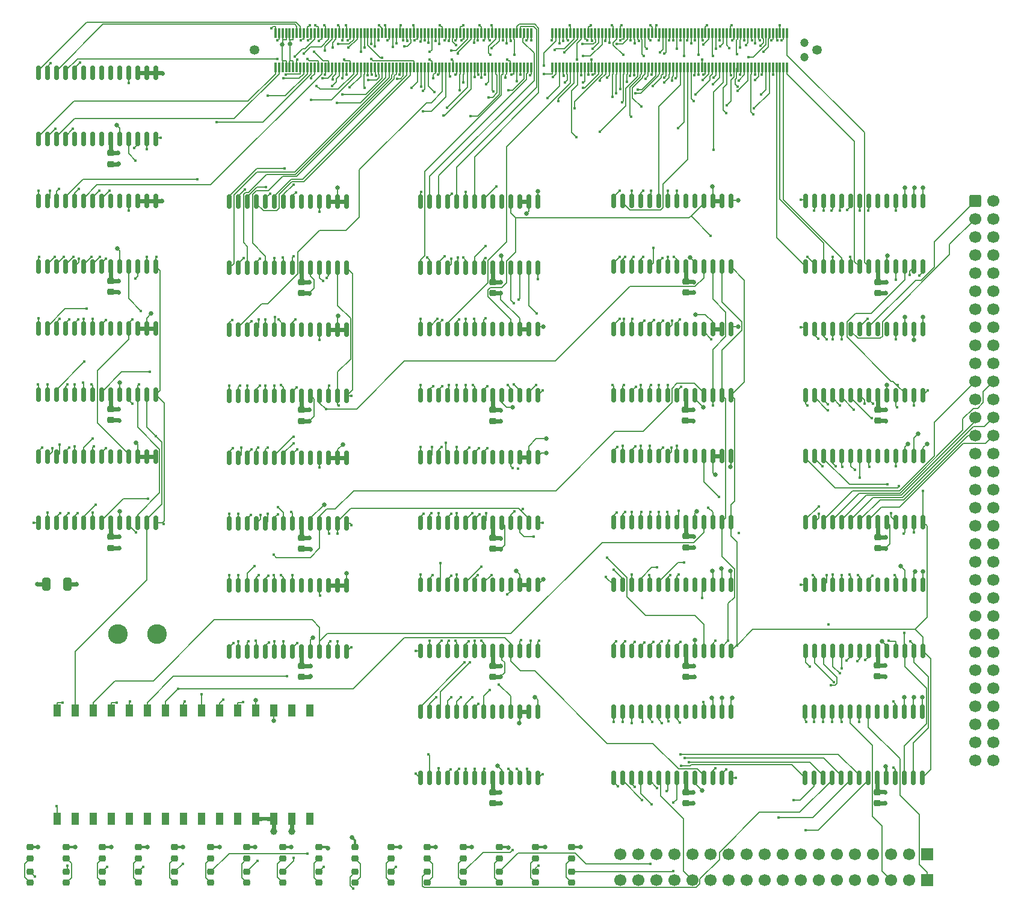
<source format=gbr>
G04 #@! TF.GenerationSoftware,KiCad,Pcbnew,9.0.3*
G04 #@! TF.CreationDate,2025-08-01T19:28:12-07:00*
G04 #@! TF.ProjectId,CardTestFixture,43617264-5465-4737-9446-697874757265,A*
G04 #@! TF.SameCoordinates,Original*
G04 #@! TF.FileFunction,Copper,L1,Top*
G04 #@! TF.FilePolarity,Positive*
%FSLAX46Y46*%
G04 Gerber Fmt 4.6, Leading zero omitted, Abs format (unit mm)*
G04 Created by KiCad (PCBNEW 9.0.3) date 2025-08-01 19:28:12*
%MOMM*%
%LPD*%
G01*
G04 APERTURE LIST*
G04 Aperture macros list*
%AMRoundRect*
0 Rectangle with rounded corners*
0 $1 Rounding radius*
0 $2 $3 $4 $5 $6 $7 $8 $9 X,Y pos of 4 corners*
0 Add a 4 corners polygon primitive as box body*
4,1,4,$2,$3,$4,$5,$6,$7,$8,$9,$2,$3,0*
0 Add four circle primitives for the rounded corners*
1,1,$1+$1,$2,$3*
1,1,$1+$1,$4,$5*
1,1,$1+$1,$6,$7*
1,1,$1+$1,$8,$9*
0 Add four rect primitives between the rounded corners*
20,1,$1+$1,$2,$3,$4,$5,0*
20,1,$1+$1,$4,$5,$6,$7,0*
20,1,$1+$1,$6,$7,$8,$9,0*
20,1,$1+$1,$8,$9,$2,$3,0*%
G04 Aperture macros list end*
G04 #@! TA.AperFunction,EtchedComponent*
%ADD10C,0.000000*%
G04 #@! TD*
G04 #@! TA.AperFunction,SMDPad,CuDef*
%ADD11RoundRect,0.225000X0.250000X-0.225000X0.250000X0.225000X-0.250000X0.225000X-0.250000X-0.225000X0*%
G04 #@! TD*
G04 #@! TA.AperFunction,SMDPad,CuDef*
%ADD12RoundRect,0.150000X0.150000X-0.875000X0.150000X0.875000X-0.150000X0.875000X-0.150000X-0.875000X0*%
G04 #@! TD*
G04 #@! TA.AperFunction,SMDPad,CuDef*
%ADD13RoundRect,0.225000X-0.250000X0.225000X-0.250000X-0.225000X0.250000X-0.225000X0.250000X0.225000X0*%
G04 #@! TD*
G04 #@! TA.AperFunction,SMDPad,CuDef*
%ADD14RoundRect,0.218750X0.256250X-0.218750X0.256250X0.218750X-0.256250X0.218750X-0.256250X-0.218750X0*%
G04 #@! TD*
G04 #@! TA.AperFunction,ComponentPad*
%ADD15R,1.700000X1.700000*%
G04 #@! TD*
G04 #@! TA.AperFunction,ComponentPad*
%ADD16C,1.700000*%
G04 #@! TD*
G04 #@! TA.AperFunction,SMDPad,CuDef*
%ADD17C,0.500000*%
G04 #@! TD*
G04 #@! TA.AperFunction,SMDPad,CuDef*
%ADD18R,0.300000X1.350000*%
G04 #@! TD*
G04 #@! TA.AperFunction,ComponentPad*
%ADD19C,1.349000*%
G04 #@! TD*
G04 #@! TA.AperFunction,ComponentPad*
%ADD20C,1.200000*%
G04 #@! TD*
G04 #@! TA.AperFunction,ComponentPad*
%ADD21RoundRect,0.250000X-0.600000X-0.600000X0.600000X-0.600000X0.600000X0.600000X-0.600000X0.600000X0*%
G04 #@! TD*
G04 #@! TA.AperFunction,SMDPad,CuDef*
%ADD22RoundRect,0.250000X0.325000X0.650000X-0.325000X0.650000X-0.325000X-0.650000X0.325000X-0.650000X0*%
G04 #@! TD*
G04 #@! TA.AperFunction,SMDPad,CuDef*
%ADD23R,1.000000X1.800000*%
G04 #@! TD*
G04 #@! TA.AperFunction,ComponentPad*
%ADD24C,2.775000*%
G04 #@! TD*
G04 #@! TA.AperFunction,ViaPad*
%ADD25C,0.650000*%
G04 #@! TD*
G04 #@! TA.AperFunction,ViaPad*
%ADD26C,1.000000*%
G04 #@! TD*
G04 #@! TA.AperFunction,ViaPad*
%ADD27C,0.450000*%
G04 #@! TD*
G04 #@! TA.AperFunction,Conductor*
%ADD28C,0.203200*%
G04 #@! TD*
G04 #@! TA.AperFunction,Conductor*
%ADD29C,0.304800*%
G04 #@! TD*
G04 #@! TA.AperFunction,Conductor*
%ADD30C,0.609600*%
G04 #@! TD*
G04 #@! TA.AperFunction,Conductor*
%ADD31C,0.152400*%
G04 #@! TD*
G04 APERTURE END LIST*
D10*
G04 #@! TA.AperFunction,EtchedComponent*
G36*
X116440000Y-146650000D02*
G01*
X115440000Y-146650000D01*
X115440000Y-146150000D01*
X116440000Y-146150000D01*
X116440000Y-146650000D01*
G37*
G04 #@! TD.AperFunction*
D11*
X88080000Y-151942500D03*
X88080000Y-150392500D03*
D12*
X192110000Y-68700000D03*
X193380000Y-68700000D03*
X194650000Y-68700000D03*
X195920000Y-68700000D03*
X197190000Y-68700000D03*
X198460000Y-68700000D03*
X199730000Y-68700000D03*
X201000000Y-68700000D03*
X202270000Y-68700000D03*
X203540000Y-68700000D03*
X204810000Y-68700000D03*
X206080000Y-68700000D03*
X207350000Y-68700000D03*
X208620000Y-68700000D03*
X208620000Y-59400000D03*
X207350000Y-59400000D03*
X206080000Y-59400000D03*
X204810000Y-59400000D03*
X203540000Y-59400000D03*
X202270000Y-59400000D03*
X201000000Y-59400000D03*
X199730000Y-59400000D03*
X198460000Y-59400000D03*
X197190000Y-59400000D03*
X195920000Y-59400000D03*
X194650000Y-59400000D03*
X193380000Y-59400000D03*
X192110000Y-59400000D03*
D13*
X175222800Y-106625000D03*
X175222800Y-108175000D03*
D12*
X192110000Y-104625000D03*
X193380000Y-104625000D03*
X194650000Y-104625000D03*
X195920000Y-104625000D03*
X197190000Y-104625000D03*
X198460000Y-104625000D03*
X199730000Y-104625000D03*
X201000000Y-104625000D03*
X202270000Y-104625000D03*
X203540000Y-104625000D03*
X204810000Y-104625000D03*
X206080000Y-104625000D03*
X207350000Y-104625000D03*
X208620000Y-104625000D03*
X208620000Y-95325000D03*
X207350000Y-95325000D03*
X206080000Y-95325000D03*
X204810000Y-95325000D03*
X203540000Y-95325000D03*
X202270000Y-95325000D03*
X201000000Y-95325000D03*
X199730000Y-95325000D03*
X198460000Y-95325000D03*
X197190000Y-95325000D03*
X195920000Y-95325000D03*
X194650000Y-95325000D03*
X193380000Y-95325000D03*
X192110000Y-95325000D03*
D11*
X103320000Y-151942500D03*
X103320000Y-150392500D03*
D14*
X103320000Y-155400000D03*
X103320000Y-153825000D03*
D13*
X175222800Y-124850000D03*
X175222800Y-126400000D03*
D11*
X128720000Y-151942500D03*
X128720000Y-150392500D03*
X159200000Y-151942500D03*
X159200000Y-150392500D03*
D13*
X202269800Y-106770200D03*
X202269800Y-108320200D03*
X175270000Y-70770200D03*
X175270000Y-72320200D03*
D14*
X113480000Y-155400000D03*
X113480000Y-153825000D03*
D11*
X118560000Y-151942500D03*
X118560000Y-150392500D03*
D12*
X111020300Y-104850000D03*
X112290300Y-104850000D03*
X113560300Y-104850000D03*
X114830300Y-104850000D03*
X116100300Y-104850000D03*
X117370300Y-104850000D03*
X118640300Y-104850000D03*
X119910300Y-104850000D03*
X121180300Y-104850000D03*
X122450300Y-104850000D03*
X123720300Y-104850000D03*
X124990300Y-104850000D03*
X126260300Y-104850000D03*
X127530300Y-104850000D03*
X127530300Y-95550000D03*
X126260300Y-95550000D03*
X124990300Y-95550000D03*
X123720300Y-95550000D03*
X122450300Y-95550000D03*
X121180300Y-95550000D03*
X119910300Y-95550000D03*
X118640300Y-95550000D03*
X117370300Y-95550000D03*
X116100300Y-95550000D03*
X114830300Y-95550000D03*
X113560300Y-95550000D03*
X112290300Y-95550000D03*
X111020300Y-95550000D03*
D11*
X93160000Y-151942500D03*
X93160000Y-150392500D03*
D13*
X148066500Y-124850000D03*
X148066500Y-126400000D03*
D15*
X209180000Y-151400000D03*
D16*
X206640000Y-151400000D03*
X204100000Y-151400000D03*
X201560000Y-151400000D03*
X199020000Y-151400000D03*
X196480000Y-151400000D03*
X193940000Y-151400000D03*
X191400000Y-151400000D03*
X188860000Y-151400000D03*
X186320000Y-151400000D03*
X183780000Y-151400000D03*
X181240000Y-151400000D03*
X178700000Y-151400000D03*
X176160000Y-151400000D03*
X173620000Y-151400000D03*
X171080000Y-151400000D03*
X168540000Y-151400000D03*
X166000000Y-151400000D03*
D11*
X138880000Y-151942500D03*
X138880000Y-150392500D03*
D14*
X143960000Y-155400000D03*
X143960000Y-153825000D03*
X83000000Y-155400000D03*
X83000000Y-153825000D03*
X88080000Y-155400000D03*
X88080000Y-153825000D03*
D12*
X137906500Y-140625000D03*
X139176500Y-140625000D03*
X140446500Y-140625000D03*
X141716500Y-140625000D03*
X142986500Y-140625000D03*
X144256500Y-140625000D03*
X145526500Y-140625000D03*
X146796500Y-140625000D03*
X148066500Y-140625000D03*
X149336500Y-140625000D03*
X150606500Y-140625000D03*
X151876500Y-140625000D03*
X153146500Y-140625000D03*
X154416500Y-140625000D03*
X154416500Y-131325000D03*
X153146500Y-131325000D03*
X151876500Y-131325000D03*
X150606500Y-131325000D03*
X149336500Y-131325000D03*
X148066500Y-131325000D03*
X146796500Y-131325000D03*
X145526500Y-131325000D03*
X144256500Y-131325000D03*
X142986500Y-131325000D03*
X141716500Y-131325000D03*
X140446500Y-131325000D03*
X139176500Y-131325000D03*
X137906500Y-131325000D03*
D14*
X93160000Y-155400000D03*
X93160000Y-153825000D03*
D12*
X137906500Y-122770200D03*
X139176500Y-122770200D03*
X140446500Y-122770200D03*
X141716500Y-122770200D03*
X142986500Y-122770200D03*
X144256500Y-122770200D03*
X145526500Y-122770200D03*
X146796500Y-122770200D03*
X148066500Y-122770200D03*
X149336500Y-122770200D03*
X150606500Y-122770200D03*
X151876500Y-122770200D03*
X153146500Y-122770200D03*
X154416500Y-122770200D03*
X154416500Y-113470200D03*
X153146500Y-113470200D03*
X151876500Y-113470200D03*
X150606500Y-113470200D03*
X149336500Y-113470200D03*
X148066500Y-113470200D03*
X146796500Y-113470200D03*
X145526500Y-113470200D03*
X144256500Y-113470200D03*
X142986500Y-113470200D03*
X141716500Y-113470200D03*
X140446500Y-113470200D03*
X139176500Y-113470200D03*
X137906500Y-113470200D03*
X84134000Y-86700000D03*
X85404000Y-86700000D03*
X86674000Y-86700000D03*
X87944000Y-86700000D03*
X89214000Y-86700000D03*
X90484000Y-86700000D03*
X91754000Y-86700000D03*
X93024000Y-86700000D03*
X94294000Y-86700000D03*
X95564000Y-86700000D03*
X96834000Y-86700000D03*
X98104000Y-86700000D03*
X99374000Y-86700000D03*
X100644000Y-86700000D03*
X100644000Y-77400000D03*
X99374000Y-77400000D03*
X98104000Y-77400000D03*
X96834000Y-77400000D03*
X95564000Y-77400000D03*
X94294000Y-77400000D03*
X93024000Y-77400000D03*
X91754000Y-77400000D03*
X90484000Y-77400000D03*
X89214000Y-77400000D03*
X87944000Y-77400000D03*
X86674000Y-77400000D03*
X85404000Y-77400000D03*
X84134000Y-77400000D03*
D11*
X133800000Y-151942500D03*
X133800000Y-150392500D03*
D15*
X209180000Y-155000000D03*
D16*
X206640000Y-155000000D03*
X204100000Y-155000000D03*
X201560000Y-155000000D03*
X199020000Y-155000000D03*
X196480000Y-155000000D03*
X193940000Y-155000000D03*
X191400000Y-155000000D03*
X188860000Y-155000000D03*
X186320000Y-155000000D03*
X183780000Y-155000000D03*
X181240000Y-155000000D03*
X178700000Y-155000000D03*
X176160000Y-155000000D03*
X173620000Y-155000000D03*
X171080000Y-155000000D03*
X168540000Y-155000000D03*
X166000000Y-155000000D03*
D14*
X108400000Y-155400000D03*
X108400000Y-153825000D03*
D11*
X113480000Y-151942500D03*
X113480000Y-150392500D03*
D12*
X137906500Y-86770200D03*
X139176500Y-86770200D03*
X140446500Y-86770200D03*
X141716500Y-86770200D03*
X142986500Y-86770200D03*
X144256500Y-86770200D03*
X145526500Y-86770200D03*
X146796500Y-86770200D03*
X148066500Y-86770200D03*
X149336500Y-86770200D03*
X150606500Y-86770200D03*
X151876500Y-86770200D03*
X153146500Y-86770200D03*
X154416500Y-86770200D03*
X154416500Y-77470200D03*
X153146500Y-77470200D03*
X151876500Y-77470200D03*
X150606500Y-77470200D03*
X149336500Y-77470200D03*
X148066500Y-77470200D03*
X146796500Y-77470200D03*
X145526500Y-77470200D03*
X144256500Y-77470200D03*
X142986500Y-77470200D03*
X141716500Y-77470200D03*
X140446500Y-77470200D03*
X139176500Y-77470200D03*
X137906500Y-77470200D03*
D13*
X94294000Y-52700000D03*
X94294000Y-54250000D03*
D17*
X115440000Y-146400000D03*
X116440000Y-146400000D03*
D18*
X117498900Y-40622500D03*
X117498900Y-35772500D03*
X117998900Y-40622500D03*
X117998900Y-35772500D03*
X118498900Y-40622500D03*
X118498900Y-35772500D03*
X118998900Y-40622500D03*
X118998900Y-35772500D03*
X119498900Y-40622500D03*
X119498900Y-35772500D03*
X119998900Y-40622500D03*
X119998900Y-35772500D03*
X120498900Y-40622500D03*
X120498900Y-35772500D03*
X120998900Y-40622500D03*
X120998900Y-35772500D03*
X121498900Y-40622500D03*
X121498900Y-35772500D03*
X121998900Y-40622500D03*
X121998900Y-35772500D03*
X122498900Y-40622500D03*
X122498900Y-35772500D03*
X122998900Y-40622500D03*
X122998900Y-35772500D03*
X123498900Y-40622500D03*
X123498900Y-35772500D03*
X123998900Y-40622500D03*
X123998900Y-35772500D03*
X124498900Y-40622500D03*
X124498900Y-35772500D03*
X124998900Y-40622500D03*
X124998900Y-35772500D03*
X125498900Y-40622500D03*
X125498900Y-35772500D03*
X125998900Y-40622500D03*
X125998900Y-35772500D03*
X126498900Y-40622500D03*
X126498900Y-35772500D03*
X126998900Y-40622500D03*
X126998900Y-35772500D03*
X127498900Y-40622500D03*
X127498900Y-35772500D03*
X127998900Y-40622500D03*
X127998900Y-35772500D03*
X128498900Y-40622500D03*
X128498900Y-35772500D03*
X128998900Y-40622500D03*
X128998900Y-35772500D03*
X129498900Y-40622500D03*
X129498900Y-35772500D03*
X129998900Y-40622500D03*
X129998900Y-35772500D03*
X130498900Y-40622500D03*
X130498900Y-35772500D03*
X130998900Y-40622500D03*
X130998900Y-35772500D03*
X131498900Y-40622500D03*
X131498900Y-35772500D03*
X131998900Y-40622500D03*
X131998900Y-35772500D03*
X132498900Y-40622500D03*
X132498900Y-35772500D03*
X132998900Y-40622500D03*
X132998900Y-35772500D03*
X133498900Y-40622500D03*
X133498900Y-35772500D03*
X133998900Y-40622500D03*
X133998900Y-35772500D03*
X134498900Y-40622500D03*
X134498900Y-35772500D03*
X134998900Y-40622500D03*
X134998900Y-35772500D03*
X135498900Y-40622500D03*
X135498900Y-35772500D03*
X135998900Y-40622500D03*
X135998900Y-35772500D03*
X136498900Y-40622500D03*
X136498900Y-35772500D03*
X136998900Y-40622500D03*
X136998900Y-35772500D03*
X137498900Y-40622500D03*
X137498900Y-35772500D03*
X137998900Y-40622500D03*
X137998900Y-35772500D03*
X138498900Y-40622500D03*
X138498900Y-35772500D03*
X138998900Y-40622500D03*
X138998900Y-35772500D03*
X139498900Y-40622500D03*
X139498900Y-35772500D03*
X139998900Y-40622500D03*
X139998900Y-35772500D03*
X140498900Y-40622500D03*
X140498900Y-35772500D03*
X140998900Y-40622500D03*
X140998900Y-35772500D03*
X141498900Y-40622500D03*
X141498900Y-35772500D03*
X141998900Y-40622500D03*
X141998900Y-35772500D03*
X142498900Y-40622500D03*
X142498900Y-35772500D03*
X142998900Y-40622500D03*
X142998900Y-35772500D03*
X143498900Y-40622500D03*
X143498900Y-35772500D03*
X143998900Y-40622500D03*
X143998900Y-35772500D03*
X144498900Y-40622500D03*
X144498900Y-35772500D03*
X144998900Y-40622500D03*
X144998900Y-35772500D03*
X145498900Y-40622500D03*
X145498900Y-35772500D03*
X145998900Y-40622500D03*
X145998900Y-35772500D03*
X146498900Y-40622500D03*
X146498900Y-35772500D03*
X146998900Y-40622500D03*
X146998900Y-35772500D03*
X147498900Y-40622500D03*
X147498900Y-35772500D03*
X147998900Y-40622500D03*
X147998900Y-35772500D03*
X148498900Y-40622500D03*
X148498900Y-35772500D03*
X148998900Y-40622500D03*
X148998900Y-35772500D03*
X149498900Y-40622500D03*
X149498900Y-35772500D03*
X149998900Y-40622500D03*
X149998900Y-35772500D03*
X150498900Y-40622500D03*
X150498900Y-35772500D03*
X150998900Y-40622500D03*
X150998900Y-35772500D03*
X151498900Y-40622500D03*
X151498900Y-35772500D03*
X151998900Y-40622500D03*
X151998900Y-35772500D03*
X152498900Y-40622500D03*
X152498900Y-35772500D03*
X152998900Y-40622500D03*
X152998900Y-35772500D03*
X153498900Y-40622500D03*
X153498900Y-35772500D03*
X156498900Y-40622500D03*
X156498900Y-35772500D03*
X156998900Y-40622500D03*
X156998900Y-35772500D03*
X157498900Y-40622500D03*
X157498900Y-35772500D03*
X157998900Y-40622500D03*
X157998900Y-35772500D03*
X158498900Y-40622500D03*
X158498900Y-35772500D03*
X158998900Y-40622500D03*
X158998900Y-35772500D03*
X159498900Y-40622500D03*
X159498900Y-35772500D03*
X159998900Y-40622500D03*
X159998900Y-35772500D03*
X160498900Y-40622500D03*
X160498900Y-35772500D03*
X160998900Y-40622500D03*
X160998900Y-35772500D03*
X161498900Y-40622500D03*
X161498900Y-35772500D03*
X161998900Y-40622500D03*
X161998900Y-35772500D03*
X162498900Y-40622500D03*
X162498900Y-35772500D03*
X162998900Y-40622500D03*
X162998900Y-35772500D03*
X163498900Y-40622500D03*
X163498900Y-35772500D03*
X163998900Y-40622500D03*
X163998900Y-35772500D03*
X164498900Y-40622500D03*
X164498900Y-35772500D03*
X164998900Y-40622500D03*
X164998900Y-35772500D03*
X165498900Y-40622500D03*
X165498900Y-35772500D03*
X165998900Y-40622500D03*
X165998900Y-35772500D03*
X166498900Y-40622500D03*
X166498900Y-35772500D03*
X166998900Y-40622500D03*
X166998900Y-35772500D03*
X167498900Y-40622500D03*
X167498900Y-35772500D03*
X167998900Y-40622500D03*
X167998900Y-35772500D03*
X168498900Y-40622500D03*
X168498900Y-35772500D03*
X168998900Y-40622500D03*
X168998900Y-35772500D03*
X169498900Y-40622500D03*
X169498900Y-35772500D03*
X169998900Y-40622500D03*
X169998900Y-35772500D03*
X170498900Y-40622500D03*
X170498900Y-35772500D03*
X170998900Y-40622500D03*
X170998900Y-35772500D03*
X171498900Y-40622500D03*
X171498900Y-35772500D03*
X171998900Y-40622500D03*
X171998900Y-35772500D03*
X172498900Y-40622500D03*
X172498900Y-35772500D03*
X172998900Y-40622500D03*
X172998900Y-35772500D03*
X173498900Y-40622500D03*
X173498900Y-35772500D03*
X173998900Y-40622500D03*
X173998900Y-35772500D03*
X174498900Y-40622500D03*
X174498900Y-35772500D03*
X174998900Y-40622500D03*
X174998900Y-35772500D03*
X175498900Y-40622500D03*
X175498900Y-35772500D03*
X175998900Y-40622500D03*
X175998900Y-35772500D03*
X176498900Y-40622500D03*
X176498900Y-35772500D03*
X176998900Y-40622500D03*
X176998900Y-35772500D03*
X177498900Y-40622500D03*
X177498900Y-35772500D03*
X177998900Y-40622500D03*
X177998900Y-35772500D03*
X178498900Y-40622500D03*
X178498900Y-35772500D03*
X178998900Y-40622500D03*
X178998900Y-35772500D03*
X179498900Y-40622500D03*
X179498900Y-35772500D03*
X179998900Y-40622500D03*
X179998900Y-35772500D03*
X180498900Y-40622500D03*
X180498900Y-35772500D03*
X180998900Y-40622500D03*
X180998900Y-35772500D03*
X181498900Y-40622500D03*
X181498900Y-35772500D03*
X181998900Y-40622500D03*
X181998900Y-35772500D03*
X182498900Y-40622500D03*
X182498900Y-35772500D03*
X182998900Y-40622500D03*
X182998900Y-35772500D03*
X183498900Y-40622500D03*
X183498900Y-35772500D03*
X183998900Y-40622500D03*
X183998900Y-35772500D03*
X184498900Y-40622500D03*
X184498900Y-35772500D03*
X184998900Y-40622500D03*
X184998900Y-35772500D03*
X185498900Y-40622500D03*
X185498900Y-35772500D03*
X185998900Y-40622500D03*
X185998900Y-35772500D03*
X186498900Y-40622500D03*
X186498900Y-35772500D03*
X186998900Y-40622500D03*
X186998900Y-35772500D03*
X187498900Y-40622500D03*
X187498900Y-35772500D03*
X187998900Y-40622500D03*
X187998900Y-35772500D03*
X188498900Y-40622500D03*
X188498900Y-35772500D03*
X188998900Y-40622500D03*
X188998900Y-35772500D03*
X189498900Y-40622500D03*
X189498900Y-35772500D03*
D19*
X114568900Y-38197500D03*
D20*
X191908900Y-39197500D03*
X191908900Y-37197500D03*
D19*
X193698900Y-38197500D03*
D12*
X84134000Y-50700000D03*
X85404000Y-50700000D03*
X86674000Y-50700000D03*
X87944000Y-50700000D03*
X89214000Y-50700000D03*
X90484000Y-50700000D03*
X91754000Y-50700000D03*
X93024000Y-50700000D03*
X94294000Y-50700000D03*
X95564000Y-50700000D03*
X96834000Y-50700000D03*
X98104000Y-50700000D03*
X99374000Y-50700000D03*
X100644000Y-50700000D03*
X100644000Y-41400000D03*
X99374000Y-41400000D03*
X98104000Y-41400000D03*
X96834000Y-41400000D03*
X95564000Y-41400000D03*
X94294000Y-41400000D03*
X93024000Y-41400000D03*
X91754000Y-41400000D03*
X90484000Y-41400000D03*
X89214000Y-41400000D03*
X87944000Y-41400000D03*
X86674000Y-41400000D03*
X85404000Y-41400000D03*
X84134000Y-41400000D03*
X192015000Y-140625000D03*
X193285000Y-140625000D03*
X194555000Y-140625000D03*
X195825000Y-140625000D03*
X197095000Y-140625000D03*
X198365000Y-140625000D03*
X199635000Y-140625000D03*
X200905000Y-140625000D03*
X202175000Y-140625000D03*
X203445000Y-140625000D03*
X204715000Y-140625000D03*
X205985000Y-140625000D03*
X207255000Y-140625000D03*
X208525000Y-140625000D03*
X208525000Y-131325000D03*
X207255000Y-131325000D03*
X205985000Y-131325000D03*
X204715000Y-131325000D03*
X203445000Y-131325000D03*
X202175000Y-131325000D03*
X200905000Y-131325000D03*
X199635000Y-131325000D03*
X198365000Y-131325000D03*
X197095000Y-131325000D03*
X195825000Y-131325000D03*
X194555000Y-131325000D03*
X193285000Y-131325000D03*
X192015000Y-131325000D03*
X165062800Y-86770200D03*
X166332800Y-86770200D03*
X167602800Y-86770200D03*
X168872800Y-86770200D03*
X170142800Y-86770200D03*
X171412800Y-86770200D03*
X172682800Y-86770200D03*
X173952800Y-86770200D03*
X175222800Y-86770200D03*
X176492800Y-86770200D03*
X177762800Y-86770200D03*
X179032800Y-86770200D03*
X180302800Y-86770200D03*
X181572800Y-86770200D03*
X181572800Y-77470200D03*
X180302800Y-77470200D03*
X179032800Y-77470200D03*
X177762800Y-77470200D03*
X176492800Y-77470200D03*
X175222800Y-77470200D03*
X173952800Y-77470200D03*
X172682800Y-77470200D03*
X171412800Y-77470200D03*
X170142800Y-77470200D03*
X168872800Y-77470200D03*
X167602800Y-77470200D03*
X166332800Y-77470200D03*
X165062800Y-77470200D03*
D13*
X148066500Y-106850000D03*
X148066500Y-108400000D03*
D14*
X128720000Y-155400000D03*
X128720000Y-153825000D03*
D13*
X202270000Y-88800000D03*
X202270000Y-90350000D03*
D11*
X123640000Y-151942500D03*
X123640000Y-150392500D03*
D12*
X84134000Y-68700000D03*
X85404000Y-68700000D03*
X86674000Y-68700000D03*
X87944000Y-68700000D03*
X89214000Y-68700000D03*
X90484000Y-68700000D03*
X91754000Y-68700000D03*
X93024000Y-68700000D03*
X94294000Y-68700000D03*
X95564000Y-68700000D03*
X96834000Y-68700000D03*
X98104000Y-68700000D03*
X99374000Y-68700000D03*
X100644000Y-68700000D03*
X100644000Y-59400000D03*
X99374000Y-59400000D03*
X98104000Y-59400000D03*
X96834000Y-59400000D03*
X95564000Y-59400000D03*
X94294000Y-59400000D03*
X93024000Y-59400000D03*
X91754000Y-59400000D03*
X90484000Y-59400000D03*
X89214000Y-59400000D03*
X87944000Y-59400000D03*
X86674000Y-59400000D03*
X85404000Y-59400000D03*
X84134000Y-59400000D03*
D13*
X121180300Y-70850000D03*
X121180300Y-72400000D03*
X148100000Y-70850000D03*
X148100000Y-72400000D03*
D11*
X108400000Y-151942500D03*
X108400000Y-150392500D03*
D12*
X165062800Y-68700000D03*
X166332800Y-68700000D03*
X167602800Y-68700000D03*
X168872800Y-68700000D03*
X170142800Y-68700000D03*
X171412800Y-68700000D03*
X172682800Y-68700000D03*
X173952800Y-68700000D03*
X175222800Y-68700000D03*
X176492800Y-68700000D03*
X177762800Y-68700000D03*
X179032800Y-68700000D03*
X180302800Y-68700000D03*
X181572800Y-68700000D03*
X181572800Y-59400000D03*
X180302800Y-59400000D03*
X179032800Y-59400000D03*
X177762800Y-59400000D03*
X176492800Y-59400000D03*
X175222800Y-59400000D03*
X173952800Y-59400000D03*
X172682800Y-59400000D03*
X171412800Y-59400000D03*
X170142800Y-59400000D03*
X168872800Y-59400000D03*
X167602800Y-59400000D03*
X166332800Y-59400000D03*
X165062800Y-59400000D03*
D11*
X143960000Y-151942500D03*
X143960000Y-150392500D03*
D12*
X137906500Y-104770200D03*
X139176500Y-104770200D03*
X140446500Y-104770200D03*
X141716500Y-104770200D03*
X142986500Y-104770200D03*
X144256500Y-104770200D03*
X145526500Y-104770200D03*
X146796500Y-104770200D03*
X148066500Y-104770200D03*
X149336500Y-104770200D03*
X150606500Y-104770200D03*
X151876500Y-104770200D03*
X153146500Y-104770200D03*
X154416500Y-104770200D03*
X154416500Y-95470200D03*
X153146500Y-95470200D03*
X151876500Y-95470200D03*
X150606500Y-95470200D03*
X149336500Y-95470200D03*
X148066500Y-95470200D03*
X146796500Y-95470200D03*
X145526500Y-95470200D03*
X144256500Y-95470200D03*
X142986500Y-95470200D03*
X141716500Y-95470200D03*
X140446500Y-95470200D03*
X139176500Y-95470200D03*
X137906500Y-95470200D03*
D13*
X121180300Y-88850000D03*
X121180300Y-90400000D03*
D12*
X111020300Y-86850000D03*
X112290300Y-86850000D03*
X113560300Y-86850000D03*
X114830300Y-86850000D03*
X116100300Y-86850000D03*
X117370300Y-86850000D03*
X118640300Y-86850000D03*
X119910300Y-86850000D03*
X121180300Y-86850000D03*
X122450300Y-86850000D03*
X123720300Y-86850000D03*
X124990300Y-86850000D03*
X126260300Y-86850000D03*
X127530300Y-86850000D03*
X127530300Y-77550000D03*
X126260300Y-77550000D03*
X124990300Y-77550000D03*
X123720300Y-77550000D03*
X122450300Y-77550000D03*
X121180300Y-77550000D03*
X119910300Y-77550000D03*
X118640300Y-77550000D03*
X117370300Y-77550000D03*
X116100300Y-77550000D03*
X114830300Y-77550000D03*
X113560300Y-77550000D03*
X112290300Y-77550000D03*
X111020300Y-77550000D03*
D13*
X148066500Y-88850000D03*
X148066500Y-90400000D03*
D11*
X83000000Y-151942500D03*
X83000000Y-150392500D03*
D13*
X175222800Y-142625000D03*
X175222800Y-144175000D03*
D21*
X216000000Y-59400000D03*
D16*
X218540000Y-59400000D03*
X216000000Y-61940000D03*
X218540000Y-61940000D03*
X216000000Y-64480000D03*
X218540000Y-64480000D03*
X216000000Y-67020000D03*
X218540000Y-67020000D03*
X216000000Y-69560000D03*
X218540000Y-69560000D03*
X216000000Y-72100000D03*
X218540000Y-72100000D03*
X216000000Y-74640000D03*
X218540000Y-74640000D03*
X216000000Y-77180000D03*
X218540000Y-77180000D03*
X216000000Y-79720000D03*
X218540000Y-79720000D03*
X216000000Y-82260000D03*
X218540000Y-82260000D03*
X216000000Y-84800000D03*
X218540000Y-84800000D03*
X216000000Y-87340000D03*
X218540000Y-87340000D03*
X216000000Y-89880000D03*
X218540000Y-89880000D03*
X216000000Y-92420000D03*
X218540000Y-92420000D03*
X216000000Y-94960000D03*
X218540000Y-94960000D03*
X216000000Y-97500000D03*
X218540000Y-97500000D03*
X216000000Y-100040000D03*
X218540000Y-100040000D03*
X216000000Y-102580000D03*
X218540000Y-102580000D03*
X216000000Y-105120000D03*
X218540000Y-105120000D03*
X216000000Y-107660000D03*
X218540000Y-107660000D03*
X216000000Y-110200000D03*
X218540000Y-110200000D03*
X216000000Y-112740000D03*
X218540000Y-112740000D03*
X216000000Y-115280000D03*
X218540000Y-115280000D03*
X216000000Y-117820000D03*
X218540000Y-117820000D03*
X216000000Y-120360000D03*
X218540000Y-120360000D03*
X216000000Y-122900000D03*
X218540000Y-122900000D03*
X216000000Y-125440000D03*
X218540000Y-125440000D03*
X216000000Y-127980000D03*
X218540000Y-127980000D03*
X216000000Y-130520000D03*
X218540000Y-130520000D03*
X216000000Y-133060000D03*
X218540000Y-133060000D03*
X216000000Y-135600000D03*
X218540000Y-135600000D03*
X216000000Y-138140000D03*
X218540000Y-138140000D03*
D12*
X111020300Y-68850000D03*
X112290300Y-68850000D03*
X113560300Y-68850000D03*
X114830300Y-68850000D03*
X116100300Y-68850000D03*
X117370300Y-68850000D03*
X118640300Y-68850000D03*
X119910300Y-68850000D03*
X121180300Y-68850000D03*
X122450300Y-68850000D03*
X123720300Y-68850000D03*
X124990300Y-68850000D03*
X126260300Y-68850000D03*
X127530300Y-68850000D03*
X127530300Y-59550000D03*
X126260300Y-59550000D03*
X124990300Y-59550000D03*
X123720300Y-59550000D03*
X122450300Y-59550000D03*
X121180300Y-59550000D03*
X119910300Y-59550000D03*
X118640300Y-59550000D03*
X117370300Y-59550000D03*
X116100300Y-59550000D03*
X114830300Y-59550000D03*
X113560300Y-59550000D03*
X112290300Y-59550000D03*
X111020300Y-59550000D03*
D13*
X202200000Y-124800000D03*
X202200000Y-126350000D03*
D12*
X165062800Y-140625000D03*
X166332800Y-140625000D03*
X167602800Y-140625000D03*
X168872800Y-140625000D03*
X170142800Y-140625000D03*
X171412800Y-140625000D03*
X172682800Y-140625000D03*
X173952800Y-140625000D03*
X175222800Y-140625000D03*
X176492800Y-140625000D03*
X177762800Y-140625000D03*
X179032800Y-140625000D03*
X180302800Y-140625000D03*
X181572800Y-140625000D03*
X181572800Y-131325000D03*
X180302800Y-131325000D03*
X179032800Y-131325000D03*
X177762800Y-131325000D03*
X176492800Y-131325000D03*
X175222800Y-131325000D03*
X173952800Y-131325000D03*
X172682800Y-131325000D03*
X171412800Y-131325000D03*
X170142800Y-131325000D03*
X168872800Y-131325000D03*
X167602800Y-131325000D03*
X166332800Y-131325000D03*
X165062800Y-131325000D03*
D14*
X154120000Y-155400000D03*
X154120000Y-153825000D03*
X133800000Y-155400000D03*
X133800000Y-153825000D03*
X118560000Y-155400000D03*
X118560000Y-153825000D03*
D13*
X148066500Y-142625000D03*
X148066500Y-144175000D03*
D12*
X84134000Y-104700000D03*
X85404000Y-104700000D03*
X86674000Y-104700000D03*
X87944000Y-104700000D03*
X89214000Y-104700000D03*
X90484000Y-104700000D03*
X91754000Y-104700000D03*
X93024000Y-104700000D03*
X94294000Y-104700000D03*
X95564000Y-104700000D03*
X96834000Y-104700000D03*
X98104000Y-104700000D03*
X99374000Y-104700000D03*
X100644000Y-104700000D03*
X100644000Y-95400000D03*
X99374000Y-95400000D03*
X98104000Y-95400000D03*
X96834000Y-95400000D03*
X95564000Y-95400000D03*
X94294000Y-95400000D03*
X93024000Y-95400000D03*
X91754000Y-95400000D03*
X90484000Y-95400000D03*
X89214000Y-95400000D03*
X87944000Y-95400000D03*
X86674000Y-95400000D03*
X85404000Y-95400000D03*
X84134000Y-95400000D03*
D14*
X159200000Y-155400000D03*
X159200000Y-153825000D03*
D12*
X192109800Y-122770200D03*
X193379800Y-122770200D03*
X194649800Y-122770200D03*
X195919800Y-122770200D03*
X197189800Y-122770200D03*
X198459800Y-122770200D03*
X199729800Y-122770200D03*
X200999800Y-122770200D03*
X202269800Y-122770200D03*
X203539800Y-122770200D03*
X204809800Y-122770200D03*
X206079800Y-122770200D03*
X207349800Y-122770200D03*
X208619800Y-122770200D03*
X208619800Y-113470200D03*
X207349800Y-113470200D03*
X206079800Y-113470200D03*
X204809800Y-113470200D03*
X203539800Y-113470200D03*
X202269800Y-113470200D03*
X200999800Y-113470200D03*
X199729800Y-113470200D03*
X198459800Y-113470200D03*
X197189800Y-113470200D03*
X195919800Y-113470200D03*
X194649800Y-113470200D03*
X193379800Y-113470200D03*
X192109800Y-113470200D03*
X111020300Y-122850000D03*
X112290300Y-122850000D03*
X113560300Y-122850000D03*
X114830300Y-122850000D03*
X116100300Y-122850000D03*
X117370300Y-122850000D03*
X118640300Y-122850000D03*
X119910300Y-122850000D03*
X121180300Y-122850000D03*
X122450300Y-122850000D03*
X123720300Y-122850000D03*
X124990300Y-122850000D03*
X126260300Y-122850000D03*
X127530300Y-122850000D03*
X127530300Y-113550000D03*
X126260300Y-113550000D03*
X124990300Y-113550000D03*
X123720300Y-113550000D03*
X122450300Y-113550000D03*
X121180300Y-113550000D03*
X119910300Y-113550000D03*
X118640300Y-113550000D03*
X117370300Y-113550000D03*
X116100300Y-113550000D03*
X114830300Y-113550000D03*
X113560300Y-113550000D03*
X112290300Y-113550000D03*
X111020300Y-113550000D03*
D22*
X88228000Y-113392400D03*
X85278000Y-113392400D03*
D13*
X94294000Y-106700000D03*
X94294000Y-108250000D03*
X94294000Y-88700000D03*
X94294000Y-90250000D03*
D23*
X122300000Y-131160000D03*
X119760000Y-131160000D03*
X117220000Y-131160000D03*
X114680000Y-131160000D03*
X112140000Y-131160000D03*
X109600000Y-131160000D03*
X107060000Y-131160000D03*
X104520000Y-131160000D03*
X101980000Y-131160000D03*
X99440000Y-131160000D03*
X96900000Y-131160000D03*
X94360000Y-131160000D03*
X91820000Y-131160000D03*
X89280000Y-131160000D03*
X86740000Y-131160000D03*
X86740000Y-146400000D03*
X89280000Y-146400000D03*
X91820000Y-146400000D03*
X94360000Y-146400000D03*
X96900000Y-146400000D03*
X99440000Y-146400000D03*
X101980000Y-146400000D03*
X104520000Y-146400000D03*
X107060000Y-146400000D03*
X109600000Y-146400000D03*
X112140000Y-146400000D03*
X114680000Y-146400000D03*
X117220000Y-146400000D03*
X119760000Y-146400000D03*
X122300000Y-146400000D03*
D11*
X154120000Y-151942500D03*
X154120000Y-150392500D03*
D12*
X165062800Y-104625000D03*
X166332800Y-104625000D03*
X167602800Y-104625000D03*
X168872800Y-104625000D03*
X170142800Y-104625000D03*
X171412800Y-104625000D03*
X172682800Y-104625000D03*
X173952800Y-104625000D03*
X175222800Y-104625000D03*
X176492800Y-104625000D03*
X177762800Y-104625000D03*
X179032800Y-104625000D03*
X180302800Y-104625000D03*
X181572800Y-104625000D03*
X181572800Y-95325000D03*
X180302800Y-95325000D03*
X179032800Y-95325000D03*
X177762800Y-95325000D03*
X176492800Y-95325000D03*
X175222800Y-95325000D03*
X173952800Y-95325000D03*
X172682800Y-95325000D03*
X171412800Y-95325000D03*
X170142800Y-95325000D03*
X168872800Y-95325000D03*
X167602800Y-95325000D03*
X166332800Y-95325000D03*
X165062800Y-95325000D03*
D24*
X95300000Y-120400000D03*
X100800000Y-120400000D03*
D13*
X202270000Y-70850000D03*
X202270000Y-72400000D03*
X121180300Y-124850000D03*
X121180300Y-126400000D03*
D14*
X123640000Y-155400000D03*
X123640000Y-153825000D03*
X149040000Y-155400000D03*
X149040000Y-153825000D03*
D12*
X165062800Y-122770200D03*
X166332800Y-122770200D03*
X167602800Y-122770200D03*
X168872800Y-122770200D03*
X170142800Y-122770200D03*
X171412800Y-122770200D03*
X172682800Y-122770200D03*
X173952800Y-122770200D03*
X175222800Y-122770200D03*
X176492800Y-122770200D03*
X177762800Y-122770200D03*
X179032800Y-122770200D03*
X180302800Y-122770200D03*
X181572800Y-122770200D03*
X181572800Y-113470200D03*
X180302800Y-113470200D03*
X179032800Y-113470200D03*
X177762800Y-113470200D03*
X176492800Y-113470200D03*
X175222800Y-113470200D03*
X173952800Y-113470200D03*
X172682800Y-113470200D03*
X171412800Y-113470200D03*
X170142800Y-113470200D03*
X168872800Y-113470200D03*
X167602800Y-113470200D03*
X166332800Y-113470200D03*
X165062800Y-113470200D03*
D13*
X202208000Y-142628000D03*
X202208000Y-144178000D03*
D11*
X98240000Y-151942500D03*
X98240000Y-150392500D03*
D14*
X138880000Y-155400000D03*
X138880000Y-153825000D03*
D12*
X192110000Y-86770200D03*
X193380000Y-86770200D03*
X194650000Y-86770200D03*
X195920000Y-86770200D03*
X197190000Y-86770200D03*
X198460000Y-86770200D03*
X199730000Y-86770200D03*
X201000000Y-86770200D03*
X202270000Y-86770200D03*
X203540000Y-86770200D03*
X204810000Y-86770200D03*
X206080000Y-86770200D03*
X207350000Y-86770200D03*
X208620000Y-86770200D03*
X208620000Y-77470200D03*
X207350000Y-77470200D03*
X206080000Y-77470200D03*
X204810000Y-77470200D03*
X203540000Y-77470200D03*
X202270000Y-77470200D03*
X201000000Y-77470200D03*
X199730000Y-77470200D03*
X198460000Y-77470200D03*
X197190000Y-77470200D03*
X195920000Y-77470200D03*
X194650000Y-77470200D03*
X193380000Y-77470200D03*
X192110000Y-77470200D03*
D13*
X121180300Y-106850000D03*
X121180300Y-108400000D03*
X94294000Y-70700000D03*
X94294000Y-72250000D03*
X175200000Y-88800000D03*
X175200000Y-90350000D03*
D14*
X98240000Y-155400000D03*
X98240000Y-153825000D03*
D11*
X149040000Y-151942500D03*
X149040000Y-150392500D03*
D12*
X137906500Y-68850000D03*
X139176500Y-68850000D03*
X140446500Y-68850000D03*
X141716500Y-68850000D03*
X142986500Y-68850000D03*
X144256500Y-68850000D03*
X145526500Y-68850000D03*
X146796500Y-68850000D03*
X148066500Y-68850000D03*
X149336500Y-68850000D03*
X150606500Y-68850000D03*
X151876500Y-68850000D03*
X153146500Y-68850000D03*
X154416500Y-68850000D03*
X154416500Y-59550000D03*
X153146500Y-59550000D03*
X151876500Y-59550000D03*
X150606500Y-59550000D03*
X149336500Y-59550000D03*
X148066500Y-59550000D03*
X146796500Y-59550000D03*
X145526500Y-59550000D03*
X144256500Y-59550000D03*
X142986500Y-59550000D03*
X141716500Y-59550000D03*
X140446500Y-59550000D03*
X139176500Y-59550000D03*
X137906500Y-59550000D03*
D25*
X114700000Y-129700000D03*
X150247163Y-150415576D03*
X95169795Y-48769795D03*
X122380000Y-108450000D03*
X181548500Y-111521405D03*
X177500000Y-142400000D03*
X178874200Y-129354200D03*
X203362000Y-108342250D03*
X95494000Y-90300000D03*
X145100000Y-150400000D03*
X203400000Y-139000000D03*
X205447800Y-110789092D03*
X206470599Y-93636792D03*
X99500000Y-150400000D03*
X177700000Y-88500000D03*
X94400000Y-150400000D03*
X126300000Y-75600000D03*
X206000000Y-129300000D03*
X203370000Y-72350000D03*
X151370800Y-111500000D03*
X208600000Y-111600000D03*
X203535900Y-85300000D03*
X122280000Y-72450000D03*
X179361801Y-97997608D03*
X203293000Y-144171900D03*
X203600000Y-67100000D03*
X206100000Y-75800000D03*
X176500000Y-121200000D03*
X84000000Y-113400000D03*
X128300000Y-149000000D03*
X114600000Y-150400000D03*
X135000000Y-150400000D03*
X209203100Y-93600000D03*
X89300000Y-150400000D03*
X100000000Y-75300000D03*
X149200000Y-72400000D03*
X101473400Y-59400100D03*
X149159000Y-108422000D03*
X109600000Y-150400000D03*
X95394000Y-72300000D03*
X95203645Y-66103645D03*
X179000000Y-111500000D03*
X208500000Y-129300000D03*
X208600000Y-75800000D03*
X208600000Y-57600000D03*
X181748500Y-129354200D03*
X149296300Y-67131600D03*
X95394000Y-54200000D03*
X176362000Y-72342250D03*
X202865333Y-121449299D03*
X149159000Y-90422000D03*
X150833400Y-88500000D03*
X155400000Y-150400000D03*
X175862800Y-67403500D03*
X101588000Y-41487300D03*
X97887600Y-93500000D03*
X155599800Y-92900000D03*
X119700000Y-150400000D03*
X127500000Y-111800000D03*
X104500000Y-150400000D03*
X148770000Y-138930000D03*
X122782608Y-120888501D03*
X176788100Y-103097600D03*
X160400000Y-150400000D03*
X152800000Y-61248100D03*
X203300000Y-126400000D03*
X176315000Y-108197000D03*
D26*
X119800000Y-148195000D03*
D25*
X95600000Y-85000000D03*
X203400000Y-90400000D03*
X124355205Y-102155205D03*
X122380000Y-126350000D03*
X149151000Y-126394000D03*
X95600000Y-103100000D03*
X126200000Y-57600000D03*
X124911855Y-150500600D03*
X176308000Y-144169000D03*
X119528100Y-37295900D03*
X84100000Y-150400000D03*
X206100000Y-57600000D03*
X140000000Y-150400000D03*
X176300000Y-90400000D03*
X127000000Y-93700000D03*
X179000000Y-57400000D03*
X149160000Y-144170000D03*
X95494000Y-108300000D03*
X151840000Y-132910000D03*
X176640100Y-75400000D03*
X176400000Y-126400000D03*
X122280000Y-90450000D03*
X203300000Y-124800000D03*
X95494000Y-106700000D03*
X155605300Y-94916200D03*
X122280000Y-106850000D03*
X207300000Y-129300000D03*
X203362000Y-106742250D03*
X122280000Y-88850000D03*
X149159000Y-88922000D03*
X117220000Y-132575600D03*
X180244195Y-111144195D03*
X181515600Y-96833900D03*
X182584400Y-77121000D03*
X122380000Y-124850000D03*
X154410300Y-58044900D03*
X155207600Y-77160600D03*
X207350000Y-78974000D03*
X89500000Y-113400000D03*
X95394000Y-88700000D03*
X176362000Y-70842250D03*
X207903599Y-92203792D03*
X207400000Y-57600000D03*
X118406400Y-37392300D03*
X149159000Y-106922000D03*
X149120000Y-142640000D03*
X182584400Y-59325800D03*
X203293000Y-142671900D03*
X95294000Y-52700000D03*
X122280000Y-70850000D03*
X149151000Y-124894000D03*
D26*
X117220000Y-148190000D03*
D25*
X176300000Y-88800000D03*
X176308000Y-142669000D03*
X154027700Y-129250000D03*
X207500000Y-111600000D03*
X149200000Y-70900000D03*
X176315000Y-106697000D03*
X95394000Y-70700000D03*
X203400000Y-88800000D03*
X203470000Y-70850000D03*
X176315000Y-124900000D03*
X155206200Y-112711400D03*
X180300000Y-129354200D03*
D27*
X181194900Y-121351100D03*
X180946700Y-139461300D03*
X99369900Y-67275000D03*
X154216400Y-75225300D03*
X126260300Y-106253100D03*
X206709400Y-69854500D03*
X207350000Y-88192700D03*
X206864100Y-121446900D03*
X207350000Y-106050600D03*
X152916100Y-139351100D03*
X154205300Y-85310000D03*
X100653900Y-92565200D03*
X152305300Y-102821900D03*
X126402800Y-88253900D03*
X99374000Y-52109700D03*
X126260300Y-121444100D03*
X153448000Y-121353100D03*
X128214000Y-122294400D03*
X155096500Y-86114500D03*
X87568600Y-130031300D03*
X182252300Y-140625000D03*
X154416500Y-70451900D03*
X100787500Y-67292100D03*
X155095900Y-140156700D03*
X208649500Y-100251500D03*
X128214000Y-105092200D03*
X154581300Y-121362300D03*
X101337600Y-50571000D03*
X101796300Y-104935300D03*
X128214400Y-86850000D03*
X182448100Y-121962400D03*
X209305500Y-86084700D03*
X155101300Y-104770200D03*
X208094600Y-69948900D03*
X205917000Y-106242300D03*
X178425600Y-102609300D03*
X179426300Y-139235600D03*
X124701800Y-70254700D03*
X153825000Y-106639400D03*
X179427800Y-121360700D03*
X151057000Y-85255600D03*
X125078700Y-106257400D03*
X151684400Y-73333500D03*
X152028500Y-121258300D03*
X206001400Y-120211200D03*
X151438900Y-139399400D03*
X97747000Y-70337700D03*
X86700000Y-144600000D03*
X97595500Y-51970300D03*
X125056900Y-85436600D03*
X98252200Y-85290400D03*
X179032800Y-88195400D03*
X205043500Y-85349400D03*
X125212200Y-121442100D03*
X123720300Y-60961500D03*
X178832700Y-78901300D03*
X150143600Y-114813600D03*
X96834000Y-42824800D03*
X96834700Y-60806900D03*
X97343600Y-76137200D03*
X204810000Y-60826600D03*
X112914300Y-129973900D03*
X179915400Y-101119400D03*
X148922600Y-127469800D03*
X204640400Y-112058400D03*
X177738700Y-129919300D03*
X123727500Y-78957900D03*
X178763900Y-64301500D03*
X123734500Y-114972900D03*
X150830800Y-96998800D03*
X204438400Y-129907800D03*
X204790200Y-96750800D03*
X204773100Y-78879000D03*
X177534200Y-115282300D03*
X123720300Y-96961500D03*
X200869800Y-60803600D03*
X83664000Y-154489000D03*
X199730000Y-60812000D03*
X88193700Y-153001400D03*
X197963500Y-60693700D03*
X93824400Y-153160600D03*
X196947900Y-60825700D03*
X98904800Y-153160200D03*
X104441000Y-152704000D03*
X195735700Y-60808500D03*
X194650000Y-60807500D03*
X121973100Y-151256700D03*
X114991000Y-152314000D03*
X193322500Y-60807700D03*
X120075400Y-151863500D03*
X191414300Y-59298600D03*
X124317100Y-153147900D03*
X174553400Y-138897400D03*
X190425200Y-143788700D03*
X128431000Y-156226600D03*
X134469300Y-153155700D03*
X175649200Y-138443700D03*
X150862000Y-150755200D03*
X175059800Y-137863100D03*
X170271000Y-152771300D03*
X188309600Y-146219100D03*
X154494200Y-152989800D03*
X174503300Y-137304100D03*
X192060000Y-147982900D03*
X173511000Y-153771800D03*
X91754000Y-103288100D03*
X131047700Y-41682000D03*
X164833100Y-34705200D03*
X144701600Y-121388500D03*
X147327900Y-85517300D03*
X157498500Y-37281700D03*
X120493000Y-85657500D03*
X139034700Y-37199600D03*
X112290300Y-112131200D03*
X144962200Y-47462600D03*
X142814000Y-121365600D03*
X164906200Y-44786000D03*
X86088100Y-94206400D03*
X126131100Y-45625000D03*
X143015500Y-112050800D03*
X166020000Y-36831700D03*
X127434800Y-34703000D03*
X91803300Y-75985600D03*
X137930100Y-76051800D03*
X156769200Y-38182800D03*
X116589300Y-121550200D03*
X146498900Y-42080600D03*
X146485600Y-121358900D03*
X166407300Y-38881200D03*
X172706600Y-57995200D03*
X173998900Y-37980600D03*
X163909600Y-36939100D03*
X139176500Y-121359800D03*
X150577600Y-36916600D03*
X143884100Y-67433300D03*
X117838900Y-102511700D03*
X142836800Y-41688300D03*
X84134000Y-75976900D03*
X127751500Y-37879100D03*
X115120700Y-112130600D03*
X147478900Y-44833600D03*
X118588700Y-42187700D03*
X84197700Y-67281400D03*
X117370300Y-121428600D03*
X146209000Y-34700900D03*
X171203900Y-111017100D03*
X184834800Y-46401100D03*
X198368700Y-67293200D03*
X188745700Y-36836100D03*
X168994000Y-103221300D03*
X180082600Y-37644900D03*
X181741600Y-36833400D03*
X173239600Y-94107600D03*
X143639000Y-36826700D03*
X116394100Y-94143900D03*
X158091100Y-41799000D03*
X147023000Y-75966100D03*
X176998900Y-38839000D03*
X171412800Y-85346600D03*
X88396200Y-103347700D03*
X130060500Y-37820600D03*
X124464000Y-41676400D03*
X106473100Y-56349500D03*
X118959400Y-41681300D03*
X85860600Y-40064000D03*
X168183900Y-85559700D03*
X176458300Y-41702200D03*
X164006500Y-112379100D03*
X187316800Y-36838800D03*
X173952800Y-57974400D03*
X173808700Y-42179400D03*
X111424800Y-76168000D03*
X140633400Y-34699800D03*
X185959300Y-41686800D03*
X174215000Y-111995500D03*
X164498900Y-37205900D03*
X141865900Y-121351100D03*
X184998900Y-41678900D03*
X170661500Y-121509800D03*
X160752600Y-42791400D03*
X142986500Y-103349100D03*
X127707000Y-36825400D03*
X89754800Y-76135400D03*
X179103700Y-42974700D03*
X165485900Y-103269000D03*
X120204800Y-39081600D03*
X93648900Y-67531600D03*
X173577500Y-67281700D03*
X173515500Y-36845000D03*
X132926100Y-34716800D03*
X84700400Y-94188500D03*
X160649200Y-37350600D03*
X143011300Y-94060800D03*
X148558700Y-57426200D03*
X151461300Y-42616300D03*
X182539800Y-43319800D03*
X172041300Y-94174600D03*
X118640300Y-121425500D03*
X146998900Y-41681100D03*
X176605800Y-44412000D03*
X169424000Y-76247000D03*
X179119700Y-42086400D03*
X166501800Y-76052900D03*
X114080600Y-103593300D03*
X142086100Y-41948800D03*
X171412800Y-103219300D03*
X181370000Y-37901900D03*
X174277600Y-103029000D03*
X181685400Y-34708200D03*
X91600600Y-85290400D03*
X126947800Y-42126500D03*
X174483700Y-121512800D03*
X185691300Y-36837100D03*
X180986500Y-45979400D03*
X173965300Y-93910800D03*
X171618700Y-38498700D03*
X166696500Y-67288000D03*
X140399400Y-41684700D03*
X115164800Y-76136700D03*
X124094400Y-42166100D03*
X84108500Y-85290400D03*
X188462000Y-34708800D03*
X195920000Y-67276400D03*
X173289900Y-42536500D03*
X172738900Y-67287100D03*
X140667600Y-110440600D03*
X165552000Y-37344300D03*
X177689900Y-41678500D03*
X174409100Y-76136600D03*
X141906800Y-36933500D03*
X115416800Y-103658900D03*
X172603200Y-103212500D03*
X181573000Y-41747000D03*
X116413200Y-44623000D03*
X87684300Y-67292500D03*
X123117400Y-34704700D03*
X92690700Y-57993200D03*
X118302500Y-85368900D03*
X139893900Y-44130300D03*
X147699500Y-38861900D03*
X114559500Y-110867200D03*
X113678300Y-121445700D03*
X146039800Y-41685500D03*
X86997100Y-57725400D03*
X124348700Y-34719700D03*
X145998900Y-36838300D03*
X114682100Y-121288900D03*
X89849000Y-67546100D03*
X109253000Y-48317800D03*
X170117300Y-112062700D03*
X184099800Y-39219700D03*
X160793900Y-39055900D03*
X137906500Y-94038300D03*
X172036800Y-76288900D03*
X177592200Y-42432900D03*
X140446500Y-139310100D03*
X163162200Y-49685200D03*
X172231700Y-42060600D03*
X167877400Y-67287400D03*
X170413200Y-41692200D03*
X145205500Y-129265500D03*
X117393000Y-75790000D03*
X139712000Y-42156400D03*
X160736200Y-43495000D03*
X141465800Y-93505000D03*
X87112700Y-93761000D03*
X132084200Y-34709200D03*
X167597700Y-103218900D03*
X179137600Y-52240700D03*
X121506900Y-38697100D03*
X84134000Y-57995900D03*
X166927800Y-42698900D03*
X142199300Y-112166400D03*
X147161100Y-103335900D03*
X161910800Y-34712100D03*
X139204900Y-38437800D03*
X117896200Y-76138900D03*
X140503800Y-37300000D03*
X114135100Y-76327100D03*
X180888800Y-47032900D03*
X170299400Y-103218300D03*
X172884000Y-121353900D03*
X184966000Y-42428600D03*
X138377800Y-103434000D03*
X159815500Y-50465500D03*
X115343500Y-67574200D03*
X133998900Y-37797300D03*
X117379500Y-85439500D03*
X138498900Y-36853800D03*
X126907000Y-44427500D03*
X88496500Y-94148600D03*
X188126200Y-36837300D03*
X192347700Y-67284800D03*
X89842400Y-57723900D03*
X123583500Y-36924100D03*
X120032400Y-67203800D03*
X135098900Y-34712600D03*
X112290300Y-103427900D03*
X141260100Y-36844200D03*
X171930900Y-67438200D03*
X172883300Y-36826600D03*
X143580000Y-129320000D03*
X170246600Y-34717600D03*
X174998900Y-39060300D03*
X167602800Y-57980100D03*
X170241100Y-36837700D03*
X146032700Y-130189800D03*
X161528900Y-41678000D03*
X146197500Y-103564400D03*
X99525200Y-101334600D03*
X130998900Y-37295500D03*
X145443100Y-37137300D03*
X112290300Y-121439600D03*
X140868600Y-94083800D03*
X162133800Y-37999200D03*
X137094700Y-36825200D03*
X112486300Y-85430700D03*
X131498900Y-37652400D03*
X91907100Y-93990800D03*
X142881000Y-37531400D03*
X117838900Y-103539900D03*
X141162600Y-47375900D03*
X112686500Y-94153600D03*
X141927800Y-85334500D03*
X156386600Y-36835700D03*
X145183600Y-103359100D03*
X161405200Y-36830800D03*
X163155800Y-42535400D03*
X137227600Y-122770200D03*
X147305900Y-94192200D03*
X161998900Y-39569300D03*
X165998900Y-43693300D03*
X147890100Y-112055400D03*
X147934900Y-37950000D03*
X111020300Y-112127600D03*
X119910300Y-112125200D03*
X147150600Y-42981000D03*
X147667300Y-128255300D03*
X169601800Y-42213000D03*
X147619800Y-36843200D03*
X118301700Y-112061800D03*
X90388200Y-85031900D03*
X126332300Y-34700900D03*
X136667300Y-43525700D03*
X111020300Y-85426800D03*
X166286700Y-45551500D03*
X146427500Y-110921100D03*
X178227500Y-34718600D03*
X173317800Y-76320500D03*
X182680900Y-42500600D03*
X166332800Y-93914300D03*
X153315200Y-41707900D03*
X137881500Y-85350500D03*
X182575200Y-43941400D03*
X165455000Y-121383300D03*
X172748900Y-85354300D03*
X177548600Y-39563300D03*
X162059100Y-36896900D03*
X146090200Y-94261800D03*
X145526500Y-139338400D03*
X168952800Y-46172800D03*
X158929300Y-34713600D03*
X140993200Y-76223400D03*
X116732500Y-58408700D03*
X136066900Y-36886900D03*
X179498900Y-37977700D03*
X165899200Y-76065500D03*
X86511500Y-49293000D03*
X116943400Y-35123000D03*
X143419000Y-43838900D03*
X120551700Y-94389100D03*
X168493900Y-43752400D03*
X142267500Y-129250000D03*
X142819800Y-36828600D03*
X119738900Y-103190400D03*
X125540500Y-37819400D03*
X88237500Y-85290400D03*
X120015900Y-93545800D03*
X143903800Y-34719100D03*
X127921600Y-43452600D03*
X83441700Y-104700000D03*
X165069700Y-111316000D03*
X187498900Y-41685600D03*
X170317200Y-85350400D03*
X177060900Y-41677200D03*
X177583300Y-36826800D03*
X174593200Y-85622100D03*
X165899200Y-57994400D03*
X175452700Y-36826400D03*
X125492200Y-43264900D03*
X89214000Y-85291100D03*
X165899200Y-67288800D03*
X170589700Y-43281600D03*
X174484700Y-36852100D03*
X170333800Y-57977700D03*
X149998900Y-37233900D03*
X142251500Y-67601400D03*
X166715300Y-121367200D03*
X183691600Y-37464000D03*
X142261900Y-38254500D03*
X114159900Y-94358700D03*
X167387100Y-41781700D03*
X139637200Y-112133100D03*
X142275600Y-39517400D03*
X116419300Y-103421500D03*
X170783500Y-76165200D03*
X177736100Y-37439000D03*
X185020000Y-37226000D03*
X171824600Y-121375200D03*
X169327200Y-39042600D03*
X144256500Y-139349600D03*
X146779400Y-36826300D03*
X120546800Y-121699700D03*
X134641000Y-42221400D03*
X120354200Y-58208400D03*
X160498900Y-41703100D03*
X140446500Y-103357000D03*
X169218400Y-67289700D03*
X172241400Y-38659100D03*
X141632400Y-46324200D03*
X115042800Y-94146200D03*
X131998900Y-36829400D03*
X89214000Y-93977500D03*
X132526600Y-39264200D03*
X92211800Y-102172000D03*
X130580600Y-42443000D03*
X91755800Y-92905900D03*
X168014700Y-37211200D03*
X139043100Y-137320300D03*
X90615100Y-82064900D03*
X125539400Y-42362300D03*
X144750500Y-94178400D03*
X162132900Y-41686500D03*
X89048800Y-67288100D03*
X122338400Y-34704700D03*
X168100100Y-94013200D03*
X182854900Y-37830400D03*
X131660800Y-41831300D03*
X93622700Y-94210800D03*
X145964800Y-112103400D03*
X166185400Y-34708200D03*
X170142800Y-93898200D03*
X182421300Y-38789500D03*
X137906500Y-112032000D03*
X167498900Y-36843300D03*
X145495400Y-121351800D03*
X165403700Y-44288500D03*
X90935100Y-74591100D03*
X122486000Y-45171600D03*
X129498900Y-38406900D03*
X85404000Y-103272500D03*
X135606600Y-37638500D03*
X116124400Y-57501200D03*
X143177500Y-38721700D03*
X111495500Y-94235500D03*
X144122700Y-124385800D03*
X171478200Y-36843400D03*
X159905400Y-39500700D03*
X142199300Y-103460000D03*
X123286800Y-43259600D03*
X88443500Y-76104100D03*
X137886600Y-37021400D03*
X115345400Y-85428700D03*
X176312300Y-45347100D03*
X164950500Y-85362200D03*
X157317700Y-45347600D03*
X140290900Y-76060300D03*
X157952300Y-36871000D03*
X145433400Y-76044500D03*
X113053900Y-67492400D03*
X133254700Y-36825700D03*
X137959000Y-58129000D03*
X152825600Y-36838800D03*
X120328200Y-76076700D03*
X139206400Y-39569400D03*
X86461100Y-67293800D03*
X121102200Y-36827200D03*
X117370300Y-67441200D03*
X134527100Y-37254800D03*
X116100300Y-85419400D03*
X138260600Y-43922400D03*
X111020300Y-103427900D03*
X138251200Y-46823000D03*
X179968700Y-36847800D03*
X166706100Y-103209000D03*
X140849700Y-121364000D03*
X164135300Y-42098500D03*
X167718600Y-76056000D03*
X179062700Y-39066300D03*
X150734600Y-41678700D03*
X147023000Y-65815700D03*
X93600800Y-76199000D03*
X127498900Y-41676300D03*
X169235200Y-57994100D03*
X174150200Y-49209300D03*
X138870400Y-67431800D03*
X149496700Y-36843100D03*
X89665400Y-103371600D03*
X130439100Y-41763600D03*
X122929800Y-38470500D03*
X85760600Y-57994100D03*
X165598100Y-94064900D03*
X183498900Y-36850500D03*
X186201400Y-38417400D03*
X167637300Y-112053000D03*
X124481700Y-38266700D03*
X85404000Y-85277000D03*
X94138300Y-57994100D03*
X121994200Y-39434800D03*
X158661200Y-36833300D03*
X143371200Y-76078400D03*
X147023000Y-67434600D03*
X151094600Y-38837500D03*
X122491800Y-42186500D03*
X92782600Y-67277300D03*
X146848100Y-139353000D03*
X169735700Y-38017000D03*
X184703700Y-47202200D03*
X168093100Y-121474500D03*
X168872800Y-93908300D03*
X182838900Y-41686200D03*
X169452000Y-121557100D03*
X184566200Y-36825800D03*
X158253300Y-42760600D03*
X144256500Y-76061700D03*
X139438700Y-103366000D03*
X158161800Y-38496900D03*
X167529200Y-47538600D03*
X143313200Y-139352900D03*
X148171800Y-44053500D03*
X117289400Y-112069600D03*
X126936300Y-36835800D03*
X99828300Y-83481700D03*
X122091200Y-36828700D03*
X91604300Y-67287400D03*
X168872800Y-85350400D03*
X176498900Y-36837300D03*
X87172200Y-103402300D03*
X130080800Y-43473800D03*
X151998900Y-41687300D03*
X144256500Y-58145000D03*
X142986500Y-85362000D03*
X156534000Y-41991100D03*
X120589800Y-39556500D03*
X117725800Y-39414500D03*
X90484000Y-75996900D03*
X127133600Y-39567100D03*
X167998900Y-41697800D03*
X137213000Y-140076700D03*
X145498900Y-42009100D03*
X111613900Y-121651600D03*
X113216000Y-57835900D03*
X131007700Y-39474700D03*
X142330900Y-58389600D03*
X150280100Y-43812200D03*
X134988100Y-41678100D03*
X118538200Y-67404100D03*
X159601900Y-46406100D03*
X139518800Y-94050200D03*
X175998900Y-37209300D03*
X166509200Y-85350700D03*
X87120000Y-76055900D03*
X126301300Y-37352200D03*
X144846500Y-124378800D03*
X171117000Y-34691300D03*
X143123100Y-67423500D03*
X150086000Y-39564100D03*
X153530900Y-36830700D03*
X139665500Y-85471500D03*
X175034200Y-110303400D03*
X185864400Y-44411500D03*
X142188700Y-139463400D03*
X168608600Y-36935800D03*
X173042100Y-112063600D03*
X185754000Y-37555000D03*
X170695600Y-66001700D03*
X172230400Y-42729600D03*
X140050000Y-36887800D03*
X116102000Y-76122100D03*
X143901300Y-42723500D03*
X120013600Y-92659700D03*
X116509900Y-112184800D03*
X147930500Y-34716500D03*
X149870000Y-42035500D03*
X141302500Y-67242200D03*
X140148300Y-129250000D03*
X168182200Y-44292900D03*
X89013600Y-49294900D03*
X117766000Y-36829400D03*
X155800300Y-44925000D03*
X145300200Y-85351100D03*
X136883400Y-34719000D03*
X118745100Y-54864100D03*
X137998900Y-43331900D03*
X113560300Y-85422900D03*
X140960100Y-85506300D03*
X155309400Y-41526200D03*
X135456100Y-36851200D03*
X120019900Y-57164200D03*
X144256500Y-85358500D03*
X155246100Y-40348100D03*
X169132700Y-132745900D03*
X200501000Y-124071400D03*
X167600000Y-132900000D03*
X192700000Y-125000000D03*
X174400000Y-132800000D03*
X199391000Y-124192200D03*
X165096300Y-132741000D03*
X196907600Y-125917400D03*
X171900000Y-132900000D03*
X196091300Y-127165000D03*
X170541000Y-132737000D03*
X197189800Y-125225300D03*
X197839700Y-124122700D03*
X195665200Y-127591100D03*
X172800000Y-132700000D03*
X166332800Y-132728200D03*
X170411800Y-144364800D03*
X168067600Y-141935900D03*
X173485300Y-144105700D03*
X201515100Y-112193700D03*
X195327700Y-119069800D03*
X192222200Y-132728100D03*
X193285000Y-132732300D03*
X195825000Y-132752900D03*
X171214000Y-142030200D03*
X172574200Y-142527100D03*
X199436000Y-112063900D03*
X194555000Y-132736000D03*
X197161500Y-132739800D03*
X199635000Y-132748200D03*
X165649200Y-141843600D03*
X169105100Y-143780000D03*
X151092900Y-103160900D03*
X97366500Y-87953900D03*
X182676800Y-106139700D03*
X104738900Y-129878200D03*
X204451700Y-139208600D03*
X205006100Y-88510100D03*
X95139800Y-130005100D03*
X117249500Y-109233100D03*
X97051400Y-129879900D03*
X124601200Y-88749200D03*
X150149500Y-85354200D03*
X98571200Y-74909600D03*
X107060000Y-128862300D03*
X204089500Y-103390300D03*
X204780200Y-70504500D03*
X97853600Y-106103300D03*
X103789500Y-128098700D03*
X97779100Y-53724300D03*
X164158900Y-109633300D03*
X110164300Y-129598200D03*
X151644800Y-97137200D03*
X151065300Y-73828900D03*
X203756900Y-121364400D03*
X150252900Y-139358300D03*
X119131500Y-126348700D03*
X124175300Y-70713000D03*
X89988100Y-39970000D03*
X200425200Y-87998200D03*
X205248200Y-99603300D03*
X195037700Y-112068500D03*
X197240800Y-96830400D03*
X195919800Y-112048300D03*
X200784200Y-76055100D03*
X198898400Y-88781200D03*
X191422100Y-113470200D03*
X197189800Y-112063000D03*
X193960500Y-102401500D03*
X193960500Y-103431200D03*
X196965000Y-88185100D03*
X192343200Y-88196300D03*
X199010900Y-97287800D03*
X196328700Y-96750100D03*
X203593700Y-99324100D03*
X201415400Y-89960100D03*
X195193500Y-88025400D03*
X193117500Y-112055500D03*
X198262500Y-112044200D03*
X197190000Y-78897000D03*
X201566000Y-88004100D03*
X199707700Y-98342000D03*
X195265100Y-88861300D03*
X201072200Y-96867600D03*
X194476700Y-96740500D03*
X195036000Y-78870800D03*
X193871100Y-78782600D03*
X195920000Y-78882900D03*
X191406300Y-77250800D03*
D28*
X176492800Y-141392800D02*
X177500000Y-142400000D01*
X149336500Y-67171800D02*
X149336500Y-68850000D01*
X151876500Y-132873500D02*
X151840000Y-132910000D01*
X153146500Y-93953500D02*
X154200000Y-92900000D01*
X122450300Y-121220809D02*
X122782608Y-120888501D01*
X203987000Y-105072000D02*
X203540000Y-104625000D01*
X179032800Y-57432800D02*
X179000000Y-57400000D01*
D29*
X118560000Y-150392500D02*
X119692500Y-150392500D01*
D28*
X126260300Y-75639700D02*
X126300000Y-75600000D01*
D30*
X148067000Y-90400000D02*
X149137000Y-90400000D01*
X121180000Y-108400000D02*
X121180300Y-108400000D01*
X85278000Y-113392400D02*
X84007600Y-113392400D01*
D29*
X138880000Y-150392500D02*
X139992500Y-150392500D01*
D28*
X179032800Y-131325000D02*
X179032800Y-129512800D01*
X99374000Y-77400000D02*
X99374000Y-75926000D01*
X208619800Y-111619800D02*
X208600000Y-111600000D01*
X95564000Y-50700000D02*
X95564000Y-49164000D01*
D30*
X124990300Y-77550000D02*
X127527000Y-77550000D01*
X95444000Y-108250000D02*
X95494000Y-108300000D01*
X98104000Y-95400000D02*
X100644000Y-95400000D01*
X122230000Y-72400000D02*
X122280000Y-72450000D01*
X101500700Y-41400000D02*
X101588000Y-41487300D01*
D28*
X205985000Y-131325000D02*
X205985000Y-129315000D01*
D30*
X175222800Y-126400000D02*
X176400000Y-126400000D01*
D28*
X206080000Y-77470200D02*
X206080000Y-75820000D01*
D30*
X124990300Y-59550000D02*
X126260300Y-59550000D01*
X202270000Y-72400000D02*
X203320000Y-72400000D01*
D28*
X149336500Y-104770200D02*
X149739000Y-105172700D01*
D30*
X148066500Y-144175000D02*
X149155000Y-144175000D01*
D28*
X119998900Y-40622500D02*
X119998900Y-39693400D01*
D30*
X119760000Y-148155000D02*
X119800000Y-148195000D01*
D28*
X176492800Y-121207200D02*
X176500000Y-121200000D01*
X208525000Y-129325000D02*
X208500000Y-129300000D01*
D30*
X149137000Y-108400000D02*
X149159000Y-108422000D01*
D28*
X127530300Y-111830300D02*
X127500000Y-111800000D01*
X179032800Y-111532800D02*
X179000000Y-111500000D01*
X151876500Y-113470200D02*
X151876500Y-112005700D01*
X205985000Y-129315000D02*
X206000000Y-129300000D01*
D29*
X139992500Y-150392500D02*
X140000000Y-150400000D01*
D28*
X208620000Y-94183100D02*
X209203100Y-93600000D01*
D30*
X95444000Y-90250000D02*
X95494000Y-90300000D01*
X149155000Y-144175000D02*
X149160000Y-144170000D01*
X94294000Y-72250000D02*
X95344000Y-72250000D01*
D28*
X151876500Y-75976500D02*
X149200000Y-73300000D01*
D30*
X148100000Y-72400000D02*
X149200000Y-72400000D01*
D29*
X149040000Y-150392500D02*
X150224087Y-150392500D01*
X133800000Y-150392500D02*
X134992500Y-150392500D01*
D30*
X202200000Y-144150000D02*
X202208000Y-144150000D01*
X180302800Y-77470200D02*
X179032800Y-77470200D01*
D28*
X208620000Y-77470200D02*
X208620000Y-75820000D01*
D29*
X99492500Y-150392500D02*
X99500000Y-150400000D01*
D30*
X151876500Y-131325000D02*
X153146500Y-131325000D01*
D28*
X208620000Y-75820000D02*
X208600000Y-75800000D01*
D30*
X175223000Y-108175000D02*
X176293000Y-108175000D01*
D28*
X150041301Y-88500000D02*
X150833400Y-88500000D01*
D30*
X151876500Y-77470200D02*
X153146500Y-77470200D01*
D28*
X122450300Y-104060110D02*
X124355205Y-102155205D01*
X95564000Y-66464000D02*
X95203645Y-66103645D01*
D30*
X203250000Y-126350000D02*
X203300000Y-126400000D01*
D28*
X149296300Y-67131600D02*
X149336500Y-67171800D01*
D30*
X121180000Y-90400000D02*
X121180300Y-90400000D01*
D29*
X103320000Y-150392500D02*
X104492500Y-150392500D01*
D30*
X119760000Y-146400000D02*
X119760000Y-148155000D01*
D28*
X126260300Y-77550000D02*
X126260300Y-75639700D01*
X206080000Y-94027391D02*
X206470599Y-93636792D01*
D30*
X176340000Y-72320250D02*
X176362000Y-72342250D01*
X121180000Y-72400000D02*
X121180300Y-72400000D01*
D29*
X84092500Y-150392500D02*
X84100000Y-150400000D01*
D28*
X179032800Y-76445201D02*
X177987599Y-75400000D01*
D29*
X159200000Y-150392500D02*
X160392500Y-150392500D01*
D30*
X148066500Y-126372000D02*
X149129000Y-126372000D01*
X153146500Y-113470200D02*
X151876500Y-113470200D01*
D28*
X208619800Y-113470200D02*
X208619800Y-111619800D01*
D30*
X94294000Y-108250000D02*
X95444000Y-108250000D01*
D28*
X119528100Y-36701600D02*
X119528100Y-37295900D01*
D30*
X202200000Y-126350000D02*
X203250000Y-126350000D01*
D28*
X119998900Y-35772500D02*
X119998900Y-36701600D01*
X206080000Y-75820000D02*
X206100000Y-75800000D01*
X122897300Y-87297000D02*
X122450300Y-86850000D01*
X206080000Y-57620000D02*
X206100000Y-57600000D01*
D30*
X175270000Y-72320250D02*
X176340000Y-72320250D01*
D29*
X128720000Y-149420000D02*
X128300000Y-149000000D01*
D28*
X95564000Y-103136000D02*
X95600000Y-103100000D01*
D30*
X153146500Y-59550000D02*
X151876500Y-59550000D01*
X203350000Y-90350000D02*
X203400000Y-90400000D01*
X180302800Y-59400000D02*
X179032800Y-59400000D01*
D28*
X114680000Y-129720000D02*
X114700000Y-129700000D01*
D30*
X202805000Y-108320250D02*
X203340000Y-108320250D01*
D29*
X123640000Y-150392500D02*
X124803755Y-150392500D01*
D28*
X149739000Y-105172700D02*
X149739000Y-107842000D01*
X98104000Y-95400000D02*
X98104000Y-93716400D01*
D29*
X108400000Y-150392500D02*
X109592500Y-150392500D01*
D28*
X122230000Y-90400000D02*
X122897300Y-89732700D01*
D30*
X100644000Y-41400000D02*
X101500700Y-41400000D01*
D28*
X176788100Y-103097600D02*
X176492800Y-103392900D01*
D30*
X148067000Y-108400000D02*
X149137000Y-108400000D01*
D28*
X122450300Y-122850000D02*
X122450300Y-121220809D01*
X122230000Y-72400000D02*
X122897300Y-71732700D01*
D30*
X94294000Y-54250000D02*
X95344000Y-54250000D01*
D28*
X176492800Y-122770200D02*
X176492800Y-121207200D01*
X119498900Y-39693400D02*
X119998900Y-39693400D01*
X151876500Y-131325000D02*
X151876500Y-132873500D01*
D30*
X203320000Y-72400000D02*
X203370000Y-72350000D01*
D28*
X176492800Y-103392900D02*
X176492800Y-104625000D01*
D30*
X121180300Y-72400000D02*
X122230000Y-72400000D01*
X149137000Y-90400000D02*
X149159000Y-90422000D01*
D28*
X179032800Y-59400000D02*
X179032800Y-57432800D01*
X202270000Y-108320250D02*
X202269800Y-108320250D01*
X203340000Y-108320000D02*
X203987000Y-107673000D01*
D30*
X94294000Y-90250000D02*
X95444000Y-90250000D01*
X121180300Y-108400000D02*
X122330000Y-108400000D01*
X99374000Y-59400000D02*
X100644000Y-59400000D01*
D28*
X119528100Y-39664200D02*
X119498900Y-39693400D01*
X126260300Y-57660300D02*
X126200000Y-57600000D01*
X149731000Y-124400000D02*
X149731000Y-125770000D01*
X153146500Y-95470200D02*
X153146500Y-93953500D01*
X95564000Y-104700000D02*
X95564000Y-103136000D01*
X175223000Y-108175000D02*
X175222800Y-108175000D01*
D29*
X154120000Y-150392500D02*
X155392500Y-150392500D01*
D28*
X175222800Y-126175000D02*
X175223000Y-126174800D01*
D29*
X98240000Y-150392500D02*
X99492500Y-150392500D01*
D28*
X151876500Y-112005700D02*
X151370800Y-111500000D01*
X149336500Y-124005500D02*
X149731000Y-124400000D01*
D29*
X113480000Y-150392500D02*
X114592500Y-150392500D01*
D30*
X84007600Y-113392400D02*
X84000000Y-113400000D01*
D28*
X153146500Y-59550000D02*
X153146500Y-60901600D01*
D30*
X176293000Y-108175000D02*
X176315000Y-108197000D01*
X101473300Y-59400000D02*
X101473400Y-59400100D01*
X122230000Y-90400000D02*
X122280000Y-90450000D01*
D28*
X149336500Y-139496500D02*
X148770000Y-138930000D01*
D30*
X98104000Y-59400000D02*
X99374000Y-59400000D01*
X124990300Y-95550000D02*
X127530300Y-95550000D01*
D28*
X98104000Y-93716400D02*
X97887600Y-93500000D01*
X119498900Y-35772500D02*
X119498900Y-36701600D01*
X206080000Y-59400000D02*
X206080000Y-57620000D01*
X202208000Y-144178000D02*
X202208000Y-144150000D01*
D30*
X122330000Y-108400000D02*
X122380000Y-108450000D01*
X99374000Y-41400000D02*
X100644000Y-41400000D01*
D29*
X109592500Y-150392500D02*
X109600000Y-150400000D01*
D30*
X121180300Y-126400000D02*
X122330000Y-126400000D01*
X202208000Y-144150000D02*
X203271000Y-144150000D01*
D29*
X104492500Y-150392500D02*
X104500000Y-150400000D01*
D28*
X176308000Y-144169000D02*
X176286000Y-144147000D01*
D30*
X203340000Y-108320250D02*
X203362000Y-108342250D01*
D28*
X149336500Y-122770200D02*
X149336500Y-124005500D01*
X149739000Y-107842000D02*
X149159000Y-108422000D01*
D30*
X98104000Y-77400000D02*
X100644000Y-77400000D01*
D28*
X148067000Y-108400000D02*
X148066500Y-108400000D01*
D30*
X95344000Y-72250000D02*
X95394000Y-72300000D01*
D29*
X143960000Y-150392500D02*
X145092500Y-150392500D01*
D28*
X149336500Y-86770200D02*
X149336500Y-87795199D01*
D29*
X94392500Y-150392500D02*
X94400000Y-150400000D01*
D28*
X203293000Y-144171900D02*
X203271100Y-144150000D01*
X149731000Y-125770000D02*
X149129000Y-126372000D01*
X179032800Y-129512800D02*
X178874200Y-129354200D01*
D30*
X151876500Y-95470200D02*
X153146500Y-95470200D01*
D29*
X160392500Y-150392500D02*
X160400000Y-150400000D01*
X203445000Y-140625000D02*
X203445000Y-139045000D01*
X134992500Y-150392500D02*
X135000000Y-150400000D01*
D28*
X126260300Y-59550000D02*
X126260300Y-57660300D01*
X206079800Y-111421092D02*
X205447800Y-110789092D01*
X99374000Y-75926000D02*
X100000000Y-75300000D01*
X95564000Y-68700000D02*
X95564000Y-66464000D01*
X179032800Y-113470200D02*
X179032800Y-111532800D01*
X179032800Y-97668607D02*
X179361801Y-97997608D01*
X148067000Y-90400000D02*
X148066500Y-90400000D01*
X175222800Y-144175000D02*
X175222800Y-144147000D01*
X179032800Y-95325000D02*
X179032800Y-97668607D01*
X179032800Y-77470200D02*
X179032800Y-76445201D01*
X149336500Y-140625000D02*
X149336500Y-139496500D01*
X154200000Y-92900000D02*
X155599800Y-92900000D01*
X203540000Y-67160000D02*
X203600000Y-67100000D01*
X153146500Y-60901600D02*
X152800000Y-61248100D01*
X122897300Y-71732700D02*
X122897300Y-70500000D01*
X181572800Y-129529900D02*
X181748500Y-129354200D01*
X203271100Y-144150000D02*
X203271000Y-144150000D01*
X122450300Y-70053000D02*
X122897300Y-70500000D01*
X175223000Y-126174800D02*
X175223000Y-126147000D01*
D30*
X176250000Y-90350000D02*
X176300000Y-90400000D01*
D28*
X208620000Y-95325000D02*
X208620000Y-94183100D01*
D30*
X202270000Y-108320250D02*
X202805000Y-108320250D01*
D28*
X151876500Y-77470200D02*
X151876500Y-75976500D01*
X208620000Y-57620000D02*
X208600000Y-57600000D01*
X119998900Y-36701600D02*
X119528100Y-36701600D01*
D30*
X175200000Y-90350000D02*
X176250000Y-90350000D01*
X179032800Y-95325000D02*
X180302800Y-95325000D01*
D28*
X127530300Y-113550000D02*
X127530300Y-111830300D01*
X122450300Y-68850000D02*
X122450300Y-70053000D01*
D29*
X88080000Y-150392500D02*
X89292500Y-150392500D01*
D28*
X181572800Y-111545705D02*
X181548500Y-111521405D01*
X95564000Y-85036000D02*
X95600000Y-85000000D01*
D29*
X155392500Y-150392500D02*
X155400000Y-150400000D01*
D28*
X126260300Y-94439700D02*
X127000000Y-93700000D01*
D30*
X126260300Y-59550000D02*
X127530300Y-59550000D01*
D28*
X149151000Y-126394000D02*
X149129000Y-126372000D01*
X114680000Y-131160000D02*
X114680000Y-129720000D01*
D30*
X175222800Y-144147000D02*
X176286000Y-144147000D01*
D28*
X206080000Y-95325000D02*
X206080000Y-94027391D01*
D30*
X100644000Y-59400000D02*
X101473300Y-59400000D01*
X121180000Y-126400000D02*
X121180300Y-126400000D01*
D28*
X95564000Y-49164000D02*
X95169795Y-48769795D01*
D29*
X114592500Y-150392500D02*
X114600000Y-150400000D01*
X145092500Y-150392500D02*
X145100000Y-150400000D01*
D28*
X181572800Y-131325000D02*
X181572800Y-129529900D01*
X203539800Y-122123766D02*
X202865333Y-121449299D01*
X203540000Y-85304100D02*
X203535900Y-85300000D01*
X95564000Y-86700000D02*
X95564000Y-85036000D01*
X149336500Y-87795199D02*
X150041301Y-88500000D01*
D30*
X148059000Y-126372000D02*
X148066500Y-126372000D01*
X95344000Y-54250000D02*
X95394000Y-54200000D01*
D29*
X83000000Y-150392500D02*
X84092500Y-150392500D01*
D28*
X181572800Y-113470200D02*
X181572800Y-111545705D01*
X176492800Y-87292800D02*
X177700000Y-88500000D01*
X126260300Y-95550000D02*
X126260300Y-94439700D01*
X203540000Y-86770200D02*
X203540000Y-85304100D01*
X122897300Y-89732700D02*
X122897300Y-87297000D01*
X119528100Y-37295900D02*
X119528100Y-39664200D01*
X176492800Y-68033500D02*
X175862800Y-67403500D01*
D30*
X202270000Y-90350000D02*
X203350000Y-90350000D01*
D28*
X149200000Y-73300000D02*
X149200000Y-72400000D01*
D29*
X150224087Y-150392500D02*
X150247163Y-150415576D01*
D30*
X124990300Y-113550000D02*
X127530300Y-113550000D01*
D28*
X119528100Y-36701600D02*
X119498900Y-36701600D01*
D29*
X89292500Y-150392500D02*
X89300000Y-150400000D01*
D28*
X119498900Y-40622500D02*
X119498900Y-39693400D01*
D29*
X119692500Y-150392500D02*
X119700000Y-150400000D01*
D30*
X175215000Y-144147000D02*
X175222800Y-144147000D01*
D28*
X208525000Y-131325000D02*
X208525000Y-129325000D01*
D29*
X124803755Y-150392500D02*
X124911855Y-150500600D01*
D28*
X208620000Y-59400000D02*
X208620000Y-57620000D01*
D30*
X121180300Y-90400000D02*
X122230000Y-90400000D01*
D28*
X206079800Y-113470200D02*
X206079800Y-111421092D01*
D29*
X128720000Y-150392500D02*
X128720000Y-149420000D01*
D28*
X203540000Y-68700000D02*
X203540000Y-67160000D01*
X148066500Y-126400000D02*
X148066500Y-126372000D01*
D29*
X203445000Y-139045000D02*
X203400000Y-139000000D01*
D30*
X122330000Y-126400000D02*
X122380000Y-126350000D01*
D29*
X93160000Y-150392500D02*
X94392500Y-150392500D01*
D28*
X177987599Y-75400000D02*
X176640100Y-75400000D01*
X203987000Y-107673000D02*
X203987000Y-105072000D01*
D30*
X98104000Y-41400000D02*
X99374000Y-41400000D01*
X121180000Y-69850000D02*
X121180000Y-70850000D01*
X176265000Y-124850000D02*
X176315000Y-124900000D01*
D28*
X121180000Y-105850000D02*
X121180300Y-105849700D01*
D30*
X203221000Y-142600000D02*
X203293000Y-142671900D01*
D28*
X118406400Y-39600900D02*
X118498900Y-39693400D01*
D30*
X175270000Y-68770250D02*
X175270000Y-70770250D01*
X94294000Y-50700000D02*
X94294000Y-52700000D01*
D28*
X148066500Y-106110000D02*
X148066500Y-106850000D01*
D30*
X148100000Y-70850000D02*
X149150000Y-70850000D01*
D28*
X175222800Y-123122800D02*
X175222800Y-122625000D01*
X118498900Y-35772500D02*
X118498900Y-36701600D01*
D30*
X202175000Y-142595000D02*
X202208000Y-142628000D01*
D28*
X148067000Y-88111700D02*
X148066500Y-88112200D01*
D30*
X148066500Y-142625000D02*
X149105000Y-142625000D01*
D28*
X148066500Y-124480500D02*
X148066500Y-124850000D01*
D30*
X94294000Y-88700000D02*
X95394000Y-88700000D01*
X176290000Y-70770250D02*
X176362000Y-70842250D01*
X202270000Y-88800000D02*
X203400000Y-88800000D01*
D28*
X181922000Y-77121000D02*
X182584400Y-77121000D01*
X180302800Y-129357000D02*
X180300000Y-129354200D01*
X180302800Y-113470200D02*
X180302800Y-111202800D01*
X155206200Y-112711400D02*
X155175300Y-112711400D01*
X118406400Y-37392300D02*
X118498900Y-37299800D01*
D30*
X148067000Y-124850000D02*
X149107000Y-124850000D01*
D28*
X121180000Y-123850000D02*
X121180300Y-123849700D01*
X207349800Y-113470200D02*
X207349800Y-111750200D01*
X154726100Y-77160600D02*
X154416500Y-77470200D01*
X148067000Y-105369000D02*
X148066500Y-105368500D01*
X121180000Y-69850000D02*
X121180300Y-69849700D01*
D30*
X175223000Y-123123000D02*
X175223000Y-123860000D01*
X121180000Y-86850000D02*
X121180000Y-87850000D01*
D28*
X202200000Y-141097700D02*
X202208000Y-141089700D01*
D30*
X175222800Y-86770250D02*
X175222800Y-88777200D01*
D28*
X121180000Y-87850000D02*
X121180300Y-87849700D01*
X148067000Y-106109500D02*
X148066500Y-106110000D01*
D30*
X121180300Y-70850000D02*
X122280000Y-70850000D01*
X94294000Y-68700000D02*
X94294000Y-70700000D01*
X175223000Y-105884500D02*
X175223000Y-106625000D01*
X175223000Y-122597000D02*
X175223000Y-123123000D01*
D28*
X154970500Y-94916200D02*
X154416500Y-95470200D01*
X207350000Y-59400000D02*
X207350000Y-57650000D01*
X155605300Y-94916200D02*
X154970500Y-94916200D01*
X180302800Y-131325000D02*
X180302800Y-129357000D01*
D30*
X202200000Y-124800000D02*
X203300000Y-124800000D01*
D28*
X118406400Y-37392300D02*
X118406400Y-39600900D01*
X148066500Y-88112200D02*
X148066500Y-88850000D01*
X180302800Y-111202800D02*
X180244195Y-111144195D01*
D30*
X116440000Y-146400000D02*
X117220000Y-146400000D01*
X121180000Y-70850000D02*
X121180300Y-70850000D01*
X148067000Y-86850000D02*
X148067000Y-87369000D01*
X149087000Y-106850000D02*
X149159000Y-106922000D01*
D28*
X148067000Y-124109500D02*
X148066500Y-124110000D01*
D30*
X121180000Y-124850000D02*
X121180300Y-124850000D01*
D28*
X148066500Y-88481300D02*
X148066500Y-88850000D01*
D30*
X176264000Y-142625000D02*
X176308000Y-142669000D01*
X202269800Y-122770250D02*
X202269800Y-124730200D01*
D28*
X175222800Y-105884700D02*
X175222800Y-106625000D01*
D30*
X203334000Y-106770250D02*
X203362000Y-106742250D01*
D28*
X121180300Y-123849700D02*
X121180300Y-122850000D01*
X175222800Y-123860200D02*
X175222800Y-124625000D01*
X117220000Y-132575600D02*
X117220000Y-131160000D01*
X181572800Y-96776700D02*
X181572800Y-95325000D01*
D30*
X149087000Y-88850000D02*
X149159000Y-88922000D01*
D28*
X148067000Y-123369000D02*
X148066500Y-123368500D01*
X155175300Y-112711400D02*
X154416500Y-113470200D01*
X118998900Y-36701600D02*
X118498900Y-36701600D01*
X207255000Y-131325000D02*
X207255000Y-129345000D01*
D30*
X94294000Y-52700000D02*
X95294000Y-52700000D01*
D28*
X175223000Y-105144000D02*
X175222800Y-105143800D01*
D30*
X148067000Y-88111700D02*
X148067000Y-88850000D01*
X148067000Y-87369000D02*
X148067000Y-88111700D01*
X148067000Y-104850000D02*
X148067000Y-105369000D01*
X148067000Y-106850000D02*
X149087000Y-106850000D01*
X202269800Y-124730200D02*
X202200000Y-124800000D01*
D28*
X175223000Y-123860000D02*
X175222800Y-123860200D01*
D30*
X148067000Y-88850000D02*
X149087000Y-88850000D01*
D28*
X154416500Y-59550000D02*
X154416500Y-58051100D01*
D30*
X121180300Y-124850000D02*
X122380000Y-124850000D01*
X148066500Y-140625000D02*
X148066500Y-142625000D01*
X149150000Y-70850000D02*
X149200000Y-70900000D01*
D28*
X175223000Y-105884500D02*
X175222800Y-105884700D01*
D30*
X148066500Y-68850000D02*
X148066500Y-70816500D01*
D28*
X181515600Y-96833900D02*
X181572800Y-96776700D01*
D30*
X202236000Y-142600000D02*
X203221000Y-142600000D01*
X202270000Y-106770050D02*
X202269800Y-106770250D01*
D28*
X154416500Y-129638800D02*
X154027700Y-129250000D01*
D30*
X121180000Y-104850000D02*
X121180000Y-105850000D01*
X94294000Y-106700000D02*
X94294000Y-104700000D01*
X88228000Y-113392400D02*
X89492400Y-113392400D01*
X175223000Y-106625000D02*
X176243000Y-106625000D01*
X148067000Y-123369000D02*
X148067000Y-124109500D01*
X121180300Y-88850000D02*
X122280000Y-88850000D01*
D28*
X148066500Y-123368500D02*
X148066500Y-122850000D01*
X207350000Y-92757391D02*
X207903599Y-92203792D01*
X207349800Y-111750200D02*
X207500000Y-111600000D01*
D30*
X148067000Y-124109500D02*
X148067000Y-124850000D01*
X148067000Y-122850000D02*
X148067000Y-123369000D01*
X175223000Y-123860000D02*
X175223000Y-124597000D01*
D28*
X207350000Y-57650000D02*
X207400000Y-57600000D01*
D30*
X176243000Y-106625000D02*
X176315000Y-106697000D01*
D28*
X118998900Y-40622500D02*
X118998900Y-39693400D01*
X175222800Y-105143800D02*
X175222800Y-104625000D01*
X148067000Y-87369000D02*
X148066500Y-87368500D01*
X202236000Y-142600000D02*
X202208000Y-142628000D01*
D30*
X94294000Y-70700000D02*
X95394000Y-70700000D01*
D28*
X121180300Y-69849700D02*
X121180300Y-68850000D01*
X118498900Y-37299800D02*
X118498900Y-36701600D01*
X207255000Y-129345000D02*
X207300000Y-129300000D01*
X148066500Y-87368500D02*
X148066500Y-86850000D01*
D30*
X202270000Y-70850000D02*
X203470000Y-70850000D01*
X121180000Y-123850000D02*
X121180000Y-124850000D01*
D28*
X154416500Y-131325000D02*
X154416500Y-129638800D01*
D30*
X202270000Y-106770250D02*
X203334000Y-106770250D01*
X175222800Y-140625000D02*
X175222800Y-142625000D01*
X121180000Y-105850000D02*
X121180000Y-106850000D01*
X117220000Y-146400000D02*
X117220000Y-148190000D01*
X175223000Y-142625000D02*
X176264000Y-142625000D01*
X149105000Y-142625000D02*
X149120000Y-142640000D01*
D28*
X181647000Y-59325800D02*
X182584400Y-59325800D01*
D30*
X202200000Y-142600000D02*
X202236000Y-142600000D01*
D28*
X89500000Y-113400000D02*
X89492400Y-113392400D01*
D30*
X121180000Y-106850000D02*
X121180300Y-106850000D01*
X94294000Y-88700000D02*
X94294000Y-86700000D01*
D28*
X175223000Y-123123000D02*
X175222800Y-123122800D01*
X154416500Y-58051100D02*
X154410300Y-58044900D01*
X118498900Y-40622500D02*
X118498900Y-39693400D01*
D30*
X175222800Y-88777200D02*
X175200000Y-88800000D01*
X94294000Y-106700000D02*
X95494000Y-106700000D01*
D28*
X148067000Y-106480000D02*
X148066500Y-106480500D01*
X148066500Y-106480500D02*
X148066500Y-106850000D01*
X207350000Y-95325000D02*
X207350000Y-92757391D01*
D30*
X148067000Y-106109500D02*
X148067000Y-106850000D01*
D28*
X207350000Y-92750000D02*
X207350000Y-95325000D01*
D30*
X121180000Y-122850000D02*
X121180000Y-123850000D01*
X202270000Y-68850000D02*
X202270000Y-70850000D01*
D28*
X148066500Y-124110000D02*
X148066500Y-124850000D01*
X118998900Y-35772500D02*
X118998900Y-36701600D01*
D30*
X175222800Y-124850000D02*
X176265000Y-124850000D01*
X121180300Y-106850000D02*
X122280000Y-106850000D01*
D28*
X121180300Y-105849700D02*
X121180300Y-104850000D01*
D30*
X175223000Y-105144000D02*
X175223000Y-105884500D01*
D28*
X118498900Y-39693400D02*
X118998900Y-39693400D01*
D30*
X148066500Y-70816500D02*
X148100000Y-70850000D01*
D28*
X121180300Y-87849700D02*
X121180300Y-86850000D01*
D30*
X149107000Y-124850000D02*
X149151000Y-124894000D01*
D28*
X148066500Y-105368500D02*
X148066500Y-104850000D01*
X155207600Y-77160600D02*
X154726100Y-77160600D01*
X207350000Y-78974000D02*
X207350000Y-77470200D01*
D30*
X121180000Y-68850000D02*
X121180000Y-69850000D01*
X175200000Y-88800000D02*
X176300000Y-88800000D01*
X121180000Y-88850000D02*
X121180300Y-88850000D01*
X121180000Y-87850000D02*
X121180000Y-88850000D01*
X202270000Y-86770250D02*
X202270000Y-88800000D01*
D28*
X148067000Y-88480800D02*
X148066500Y-88481300D01*
D30*
X202175000Y-140625000D02*
X202175000Y-142595000D01*
X175223000Y-104625000D02*
X175223000Y-105144000D01*
X148067000Y-105369000D02*
X148067000Y-106109500D01*
D28*
X181572800Y-77470200D02*
X181922000Y-77121000D01*
X148067000Y-124480000D02*
X148066500Y-124480500D01*
D30*
X202270000Y-104625000D02*
X202270000Y-106770050D01*
X175270000Y-70770250D02*
X176290000Y-70770250D01*
D31*
X83000000Y-155400000D02*
X82240400Y-154640400D01*
X82240400Y-152702100D02*
X83000000Y-151942500D01*
X82240400Y-154640400D02*
X82240400Y-152702100D01*
X183138100Y-76452900D02*
X180302800Y-73617600D01*
X89280000Y-122841000D02*
X99374000Y-112747000D01*
X89280000Y-131160000D02*
X89280000Y-122841000D01*
X153448000Y-121353100D02*
X153448000Y-122468700D01*
X182102100Y-115197900D02*
X181194900Y-116105100D01*
X207350000Y-106050600D02*
X207350000Y-104625000D01*
X180302800Y-104625000D02*
X180302800Y-109462700D01*
X126260300Y-122850000D02*
X126260300Y-121444100D01*
X207255000Y-140625000D02*
X207255000Y-135698400D01*
X153146500Y-86368800D02*
X154205300Y-85310000D01*
X100653900Y-92565200D02*
X99374000Y-91285300D01*
X180858400Y-87325800D02*
X180858400Y-104069400D01*
X180858400Y-104069400D02*
X180302800Y-104625000D01*
X126260300Y-86850000D02*
X126260300Y-83495100D01*
X126402800Y-88253900D02*
X126260300Y-88111400D01*
X128061400Y-81694000D02*
X128061400Y-75974700D01*
X206709400Y-69854500D02*
X206709400Y-69340600D01*
X152916100Y-140539800D02*
X152916100Y-139351100D01*
X101515300Y-93426600D02*
X100653900Y-92565200D01*
X180302800Y-86770200D02*
X180302800Y-80442300D01*
X99374000Y-52109700D02*
X99374000Y-50700000D01*
X153146500Y-74155400D02*
X154216400Y-75225300D01*
X99374000Y-112747000D02*
X99374000Y-104700000D01*
X180302800Y-80442300D02*
X183138100Y-77607000D01*
X128095700Y-102704700D02*
X126260300Y-104540100D01*
X182102100Y-111262000D02*
X182102100Y-115197900D01*
X153146500Y-68850000D02*
X153146500Y-74155400D01*
X180302800Y-73617600D02*
X180302800Y-68700000D01*
X126260300Y-88111400D02*
X126260300Y-86850000D01*
X128061400Y-75974700D02*
X126260300Y-74173600D01*
X180302800Y-122243200D02*
X181194900Y-121351100D01*
X126260300Y-83495100D02*
X128061400Y-81694000D01*
X126260300Y-74173600D02*
X126260300Y-68850000D01*
X126260300Y-104850000D02*
X126260300Y-106253100D01*
X209393400Y-133560000D02*
X209393400Y-126443600D01*
X101515300Y-102087300D02*
X101515300Y-93426600D01*
X153448000Y-122468700D02*
X153146500Y-122770200D01*
X152077000Y-103050200D02*
X152305300Y-102821900D01*
X183138100Y-77607000D02*
X183138100Y-76452900D01*
X180302800Y-109462700D02*
X182102100Y-111262000D01*
X206864100Y-121446900D02*
X207349800Y-121932600D01*
X181194900Y-116105100D02*
X181194900Y-121351100D01*
X207350000Y-86770200D02*
X207350000Y-88192700D01*
X180946700Y-139461300D02*
X180302800Y-140105200D01*
X209393400Y-126443600D02*
X207349800Y-124400000D01*
X180302800Y-86770200D02*
X180858400Y-87325800D01*
X153146500Y-140770200D02*
X152916100Y-140539800D01*
X206709400Y-69340600D02*
X207350000Y-68700000D01*
X151731500Y-102704700D02*
X128095700Y-102704700D01*
X207255000Y-135698400D02*
X209393400Y-133560000D01*
X207349800Y-124400000D02*
X207349800Y-122770200D01*
X99374000Y-91285300D02*
X99374000Y-86700000D01*
X99374000Y-104228600D02*
X101515300Y-102087300D01*
X152077000Y-103050200D02*
X151731500Y-102704700D01*
X153146500Y-104119700D02*
X152077000Y-103050200D01*
X99374000Y-67279100D02*
X99369900Y-67275000D01*
X99374000Y-68700000D02*
X99374000Y-67279100D01*
X155096500Y-86114500D02*
X155072200Y-86114500D01*
X101215800Y-86128200D02*
X101215800Y-69271800D01*
X182440600Y-121962400D02*
X182448100Y-121962400D01*
X182380600Y-121962400D02*
X182440600Y-121962400D01*
X154581300Y-121362300D02*
X154416500Y-121527100D01*
X154416500Y-104770200D02*
X155101300Y-104770200D01*
X101820200Y-104440800D02*
X101820200Y-87876200D01*
X182440600Y-121962400D02*
X182440600Y-107438500D01*
X208620000Y-100281000D02*
X208620000Y-104625000D01*
X182102100Y-87299500D02*
X181572800Y-86770200D01*
X181572800Y-122770200D02*
X182380600Y-121962400D01*
X127530300Y-68850000D02*
X128381300Y-69701000D01*
X101561000Y-104700000D02*
X101796300Y-104935300D01*
X181572800Y-86770200D02*
X183443000Y-84900000D01*
X101561000Y-104700000D02*
X101820200Y-104440800D01*
X86740000Y-131160000D02*
X86740000Y-130031300D01*
X128085900Y-122294400D02*
X128214000Y-122294400D01*
X181572800Y-106570700D02*
X181572800Y-104625000D01*
X128381300Y-85999000D02*
X127530300Y-86850000D01*
X208525000Y-140625000D02*
X209698300Y-139451700D01*
X101337600Y-50571000D02*
X100773000Y-50571000D01*
X100644000Y-86700000D02*
X101215800Y-86128200D01*
X183443000Y-70570200D02*
X181572800Y-68700000D01*
X208649500Y-100251500D02*
X208620000Y-100281000D01*
X209305500Y-86084700D02*
X208620000Y-86770200D01*
X154416500Y-121527100D02*
X154416500Y-122770200D01*
X127530300Y-104850000D02*
X127971800Y-104850000D01*
X209698300Y-123848700D02*
X208619800Y-122770200D01*
X100644000Y-104700000D02*
X101561000Y-104700000D01*
X154416500Y-68850000D02*
X154416500Y-70451900D01*
X209184900Y-118060900D02*
X209184900Y-105189900D01*
X208619800Y-122770200D02*
X208619800Y-120843600D01*
X181572800Y-102227200D02*
X181572800Y-104625000D01*
X128381300Y-69701000D02*
X128381300Y-85999000D01*
X182448100Y-121962400D02*
X184675700Y-119734800D01*
X100644000Y-68700000D02*
X100644000Y-67435600D01*
X181572800Y-140625000D02*
X182252300Y-140625000D01*
X101820200Y-87876200D02*
X100644000Y-86700000D01*
X208094600Y-69948900D02*
X208620000Y-69423500D01*
X182102100Y-101697900D02*
X181572800Y-102227200D01*
X182440600Y-107438500D02*
X181572800Y-106570700D01*
X154416500Y-140770200D02*
X155030000Y-140156700D01*
X155030000Y-140156700D02*
X155095900Y-140156700D01*
X127971800Y-104850000D02*
X128214000Y-105092200D01*
X127530300Y-86850000D02*
X128214400Y-86850000D01*
X183443000Y-84900000D02*
X183443000Y-70570200D01*
X208619800Y-120843600D02*
X207511000Y-119734800D01*
X100644000Y-67435600D02*
X100787500Y-67292100D01*
X207511000Y-119734800D02*
X209184900Y-118060900D01*
X86740000Y-130031300D02*
X87568600Y-130031300D01*
X101215800Y-69271800D02*
X100644000Y-68700000D01*
X209184900Y-105189900D02*
X208620000Y-104625000D01*
X209698300Y-139451700D02*
X209698300Y-123848700D01*
X184675700Y-119734800D02*
X207511000Y-119734800D01*
X155072200Y-86114500D02*
X154416500Y-86770200D01*
X182102100Y-87299500D02*
X182102100Y-101697900D01*
X127530300Y-122850000D02*
X128085900Y-122294400D01*
X124990300Y-68850000D02*
X124990300Y-69966200D01*
X209088500Y-128008700D02*
X206079800Y-125000000D01*
X206080000Y-86473200D02*
X204999900Y-85393000D01*
X179032800Y-104625000D02*
X179032800Y-103216500D01*
X179032800Y-73243800D02*
X180878900Y-75089900D01*
X152439400Y-106639400D02*
X151876500Y-106076500D01*
X206001400Y-122691800D02*
X206001400Y-120211200D01*
X86740000Y-144640000D02*
X86700000Y-144600000D01*
X204411600Y-84804800D02*
X204163400Y-84804800D01*
X151876500Y-73141400D02*
X151684400Y-73333500D01*
X124990300Y-85503200D02*
X125056900Y-85436600D01*
X151438900Y-139399400D02*
X151876500Y-139837000D01*
X209088500Y-133000000D02*
X209088500Y-128008700D01*
X179032800Y-121755700D02*
X179032800Y-122770200D01*
X98104000Y-86700000D02*
X98104000Y-85438600D01*
X204999900Y-85393000D02*
X204411600Y-84804800D01*
X201358100Y-75236600D02*
X206080000Y-70514700D01*
X204999900Y-85393000D02*
X205043500Y-85349400D01*
X205917000Y-106242300D02*
X206080000Y-106079300D01*
X179032800Y-88195400D02*
X179032800Y-86770200D01*
X179426300Y-139235600D02*
X179032800Y-139629100D01*
X101210400Y-100481400D02*
X101210400Y-94374400D01*
X98104000Y-68700000D02*
X98104000Y-69980700D01*
X153825000Y-106639400D02*
X152439400Y-106639400D01*
X179032800Y-68700000D02*
X179032800Y-73243800D01*
X180878900Y-78523400D02*
X179032800Y-80369500D01*
X152028500Y-121258300D02*
X151876500Y-121410300D01*
X98104000Y-69980700D02*
X97747000Y-70337700D01*
X98104000Y-104700000D02*
X98104000Y-103587800D01*
X151876500Y-68850000D02*
X151876500Y-73141400D01*
X151876500Y-121410300D02*
X151876500Y-122770200D01*
X180878900Y-75089900D02*
X180878900Y-78523400D01*
X205985000Y-136103500D02*
X209088500Y-133000000D01*
X199112900Y-75236600D02*
X201358100Y-75236600D01*
X205985000Y-140625000D02*
X205985000Y-136103500D01*
X124990300Y-86850000D02*
X124990300Y-85503200D01*
X98104000Y-103587800D02*
X101210400Y-100481400D01*
X86740000Y-146400000D02*
X86740000Y-144640000D01*
X179032800Y-103216500D02*
X178425600Y-102609300D01*
X124990300Y-121664000D02*
X125212200Y-121442100D01*
X197902200Y-76447300D02*
X199112900Y-75236600D01*
X98104000Y-91268000D02*
X98104000Y-86700000D01*
X124990300Y-106169000D02*
X124990300Y-104850000D01*
X206079800Y-125000000D02*
X206079800Y-122770200D01*
X206080000Y-106079300D02*
X206080000Y-104625000D01*
X98104000Y-85438600D02*
X98252200Y-85290400D01*
X125078700Y-106257400D02*
X124990300Y-106169000D01*
X97595500Y-51970300D02*
X98104000Y-51461800D01*
X151876500Y-106076500D02*
X151876500Y-104770200D01*
X179032800Y-139629100D02*
X179032800Y-140625000D01*
X179427800Y-121360700D02*
X179032800Y-121755700D01*
X206080000Y-70514700D02*
X206080000Y-68700000D01*
X179032800Y-80369500D02*
X179032800Y-86770200D01*
X197902200Y-78543600D02*
X197902200Y-76447300D01*
X101210400Y-94374400D02*
X98104000Y-91268000D01*
X204163400Y-84804800D02*
X197902200Y-78543600D01*
X124990300Y-69966200D02*
X124701800Y-70254700D01*
X151876500Y-86075100D02*
X151057000Y-85255600D01*
X124990300Y-122850000D02*
X124990300Y-121664000D01*
X204790200Y-96750800D02*
X204810000Y-96731000D01*
X177762800Y-113470200D02*
X177534200Y-113698800D01*
X147394700Y-72867000D02*
X150606500Y-76078800D01*
X177762800Y-77831400D02*
X178832700Y-78901300D01*
X150032900Y-67861500D02*
X150032900Y-70945400D01*
X150606500Y-131470200D02*
X150606500Y-129153700D01*
X96834000Y-78944800D02*
X96834000Y-77400000D01*
X150606500Y-76078800D02*
X150606500Y-77470200D01*
X177762800Y-98966800D02*
X177762800Y-95325000D01*
X96834000Y-60806200D02*
X96834700Y-60806900D01*
X96834000Y-76646800D02*
X97343600Y-76137200D01*
X204810000Y-77470200D02*
X204810000Y-78842100D01*
X123720300Y-60961500D02*
X123720300Y-59550000D01*
X204810000Y-60826600D02*
X204810000Y-59400000D01*
X147394700Y-71979600D02*
X147394700Y-72867000D01*
X177534200Y-113698800D02*
X177534200Y-115282300D01*
X150606500Y-59550000D02*
X150606500Y-61136200D01*
X204438400Y-129907800D02*
X204715000Y-130184400D01*
X96834000Y-95077300D02*
X92469100Y-90712400D01*
X151272000Y-61801700D02*
X151272000Y-66622400D01*
X150606500Y-61136200D02*
X151272000Y-61801700D01*
X150143600Y-114813600D02*
X150606500Y-114350700D01*
X204809800Y-113470200D02*
X204809800Y-112227800D01*
X204810000Y-78842100D02*
X204773100Y-78879000D01*
X112140000Y-131160000D02*
X112140000Y-130031300D01*
X123727500Y-78957900D02*
X123727500Y-77557200D01*
X149353300Y-71625000D02*
X147749300Y-71625000D01*
X204809800Y-112227800D02*
X204640400Y-112058400D01*
X123720300Y-96961500D02*
X123720300Y-95550000D01*
X150032900Y-70945400D02*
X149353300Y-71625000D01*
X175990300Y-61527900D02*
X178763900Y-64301500D01*
X150606500Y-96774500D02*
X150830800Y-96998800D01*
X96834000Y-59400000D02*
X96834000Y-60806200D01*
X92469100Y-90712400D02*
X92469100Y-83309700D01*
X123720300Y-113550000D02*
X123720300Y-114958700D01*
X112856900Y-130031300D02*
X112914300Y-129973900D01*
X150606500Y-129153700D02*
X148922600Y-127469800D01*
X151272000Y-66622400D02*
X150032900Y-67861500D01*
X112140000Y-130031300D02*
X112856900Y-130031300D01*
X204810000Y-96731000D02*
X204810000Y-95325000D01*
X92469100Y-83309700D02*
X96834000Y-78944800D01*
X179915400Y-101119400D02*
X177762800Y-98966800D01*
X96834000Y-42824800D02*
X96834000Y-41400000D01*
X123720300Y-114958700D02*
X123734500Y-114972900D01*
X175990300Y-61527900D02*
X177762800Y-59755400D01*
X177762800Y-129943400D02*
X177762800Y-131325000D01*
X147749300Y-71625000D02*
X147394700Y-71979600D01*
X177738700Y-129919300D02*
X177762800Y-129943400D01*
X204715000Y-130184400D02*
X204715000Y-131325000D01*
X151272000Y-61801700D02*
X175716500Y-61801700D01*
X175716500Y-61801700D02*
X175990300Y-61527900D01*
X150606500Y-95470200D02*
X150606500Y-96774500D01*
X200869800Y-60803600D02*
X201000000Y-60673400D01*
X201000000Y-60673400D02*
X201000000Y-59400000D01*
X83000000Y-153825000D02*
X83664000Y-154489000D01*
X88193700Y-153711300D02*
X88193700Y-153001400D01*
X199730000Y-60812000D02*
X199730000Y-59400000D01*
X93160000Y-153825000D02*
X93824400Y-153160600D01*
X197963500Y-60693700D02*
X198460000Y-60197200D01*
X98240000Y-155400000D02*
X97509000Y-154669000D01*
X97509000Y-154669000D02*
X97509000Y-152673500D01*
X97509000Y-152673500D02*
X98240000Y-151942500D01*
X196947900Y-60825700D02*
X196947900Y-59642100D01*
X196947900Y-59642100D02*
X197190000Y-59400000D01*
X98240000Y-153825000D02*
X98904800Y-153160200D01*
X195735700Y-60808500D02*
X195920000Y-60624200D01*
X103320000Y-153825000D02*
X104441000Y-152704000D01*
X195920000Y-60624200D02*
X195920000Y-59400000D01*
X102584100Y-152678400D02*
X103320000Y-151942500D01*
X102584100Y-154664100D02*
X102584100Y-152678400D01*
X103320000Y-155400000D02*
X102584100Y-154664100D01*
X194650000Y-60807500D02*
X194650000Y-59400000D01*
X108400000Y-153825000D02*
X110968300Y-151256700D01*
X110968300Y-151256700D02*
X121973100Y-151256700D01*
X107695400Y-152647100D02*
X108400000Y-151942500D01*
X108400000Y-155400000D02*
X107695400Y-154695400D01*
X107695400Y-154695400D02*
X107695400Y-152647100D01*
X113480000Y-155400000D02*
X112726800Y-154646800D01*
X112726800Y-154646800D02*
X112726800Y-152695700D01*
X112726800Y-152695700D02*
X113480000Y-151942500D01*
X113480000Y-153825000D02*
X114991000Y-152314000D01*
X193380000Y-60750200D02*
X193380000Y-59400000D01*
X193322500Y-60807700D02*
X193380000Y-60750200D01*
X118560000Y-153825000D02*
X120075400Y-152309600D01*
X191414300Y-59298600D02*
X192008600Y-59298600D01*
X120075400Y-152309600D02*
X120075400Y-151863500D01*
X118560000Y-155400000D02*
X117800400Y-154640400D01*
X117800400Y-152702100D02*
X118560000Y-151942500D01*
X117800400Y-154640400D02*
X117800400Y-152702100D01*
X122911600Y-154671600D02*
X122911600Y-152670900D01*
X123640000Y-155400000D02*
X122911600Y-154671600D01*
X122911600Y-152670900D02*
X123640000Y-151942500D01*
X123640000Y-153825000D02*
X124317100Y-153147900D01*
X190133300Y-138743300D02*
X175991300Y-138743300D01*
X192015000Y-140625000D02*
X190133300Y-138743300D01*
X175991300Y-138743300D02*
X175837200Y-138897400D01*
X175837200Y-138897400D02*
X174553400Y-138897400D01*
X129479600Y-152702100D02*
X128720000Y-151942500D01*
X128720000Y-155400000D02*
X129479600Y-154640400D01*
X129479600Y-154640400D02*
X129479600Y-152702100D01*
X127988800Y-154556200D02*
X127988800Y-155784400D01*
X191311300Y-143788700D02*
X190425200Y-143788700D01*
X127988800Y-155784400D02*
X128431000Y-156226600D01*
X193285000Y-140625000D02*
X193285000Y-141815000D01*
X193285000Y-141815000D02*
X191311300Y-143788700D01*
X128720000Y-153825000D02*
X127988800Y-154556200D01*
X192667500Y-138438400D02*
X175654500Y-138438400D01*
X194555000Y-140325900D02*
X192667500Y-138438400D01*
X133800000Y-153825000D02*
X134469300Y-153155700D01*
X175654500Y-138438400D02*
X175649200Y-138443700D01*
X133090200Y-152652300D02*
X133800000Y-151942500D01*
X133090200Y-154690200D02*
X133090200Y-152652300D01*
X133800000Y-155400000D02*
X133090200Y-154690200D01*
X138392900Y-156078800D02*
X138152800Y-155838700D01*
X177238800Y-154879400D02*
X177238800Y-155509800D01*
X195825000Y-140935900D02*
X191289900Y-145471000D01*
X138152800Y-154552200D02*
X138880000Y-153825000D01*
X177238800Y-155509800D02*
X176669800Y-156078800D01*
X191289900Y-145471000D02*
X185619500Y-145471000D01*
X179970100Y-152148100D02*
X177238800Y-154879400D01*
X179970100Y-151120400D02*
X179970100Y-152148100D01*
X138152800Y-155838700D02*
X138152800Y-154552200D01*
X176669800Y-156078800D02*
X138392900Y-156078800D01*
X185619500Y-145471000D02*
X179970100Y-151120400D01*
X139639600Y-154640400D02*
X139639600Y-152702100D01*
X139639600Y-152702100D02*
X138880000Y-151942500D01*
X138880000Y-155400000D02*
X139639600Y-154640400D01*
X175059800Y-137863100D02*
X194658400Y-137863100D01*
X150524600Y-151092600D02*
X150862000Y-150755200D01*
X143960000Y-153825000D02*
X146692400Y-151092600D01*
X146692400Y-151092600D02*
X150524600Y-151092600D01*
X194658400Y-137863100D02*
X197095000Y-140299700D01*
X143960000Y-155400000D02*
X143251600Y-154691600D01*
X143251600Y-154691600D02*
X143251600Y-152650900D01*
X143251600Y-152650900D02*
X143960000Y-151942500D01*
X148312900Y-152669600D02*
X149040000Y-151942500D01*
X149040000Y-155400000D02*
X148312900Y-154672900D01*
X148312900Y-154672900D02*
X148312900Y-152669600D01*
X151620000Y-151245000D02*
X159636400Y-151245000D01*
X198365000Y-140935800D02*
X193081700Y-146219100D01*
X161162700Y-152771300D02*
X170271000Y-152771300D01*
X159636400Y-151245000D02*
X161162700Y-152771300D01*
X149040000Y-153825000D02*
X151620000Y-151245000D01*
X193081700Y-146219100D02*
X188309600Y-146219100D01*
X154120000Y-155400000D02*
X153393000Y-154673000D01*
X153393000Y-152669500D02*
X154120000Y-151942500D01*
X153393000Y-154673000D02*
X153393000Y-152669500D01*
X154120000Y-153825000D02*
X154120000Y-153364000D01*
X174503300Y-137304100D02*
X196701000Y-137304100D01*
X154120000Y-153364000D02*
X154494200Y-152989800D01*
X196701000Y-137304100D02*
X199635000Y-140238100D01*
X173457800Y-153825000D02*
X173511000Y-153771800D01*
X193854800Y-147982900D02*
X200905000Y-140932700D01*
X192060000Y-147982900D02*
X193854800Y-147982900D01*
X159200000Y-153825000D02*
X173457800Y-153825000D01*
X159200000Y-155400000D02*
X158440400Y-154640400D01*
X158440400Y-152702100D02*
X159200000Y-151942500D01*
X158440400Y-154640400D02*
X158440400Y-152702100D01*
X198989400Y-51016700D02*
X198989400Y-67959400D01*
X189498900Y-40622500D02*
X189498900Y-41526200D01*
X189498900Y-41526200D02*
X198989400Y-51016700D01*
X198989400Y-67959400D02*
X199730000Y-68700000D01*
X130998900Y-40622500D02*
X130998900Y-41526200D01*
X91754000Y-103288100D02*
X91754000Y-104700000D01*
X131047700Y-41575000D02*
X131047700Y-41682000D01*
X130998900Y-41526200D02*
X131047700Y-41575000D01*
X164998900Y-34868800D02*
X164996700Y-34868800D01*
X164998900Y-35772500D02*
X164998900Y-34868800D01*
X164996700Y-34868800D02*
X164833100Y-34705200D01*
X144701600Y-121388500D02*
X144256500Y-121833600D01*
X157498500Y-36676600D02*
X157498500Y-37281700D01*
X157498900Y-35772500D02*
X157498900Y-36676200D01*
X157498900Y-36676200D02*
X157498500Y-36676600D01*
X146796500Y-86048700D02*
X147327900Y-85517300D01*
X139034700Y-36712000D02*
X139034700Y-37199600D01*
X138998900Y-36676200D02*
X139034700Y-36712000D01*
X138998900Y-35772500D02*
X138998900Y-36676200D01*
X120493000Y-85657500D02*
X119910300Y-86240200D01*
X148974000Y-44411500D02*
X148974000Y-41551100D01*
X145922900Y-47462600D02*
X148974000Y-44411500D01*
X112290300Y-112131200D02*
X112290300Y-113550000D01*
X148974000Y-41551100D02*
X148998900Y-41526200D01*
X144962200Y-47462600D02*
X145922900Y-47462600D01*
X148998900Y-40622500D02*
X148998900Y-41526200D01*
X120646400Y-66653600D02*
X123700000Y-63600000D01*
X139400000Y-45600000D02*
X140998900Y-44001100D01*
X123700000Y-63600000D02*
X127400000Y-63600000D01*
X120646400Y-69678200D02*
X120646400Y-66653600D01*
X116384000Y-73940600D02*
X120646400Y-69678200D01*
X138763600Y-45600000D02*
X139400000Y-45600000D01*
X140998900Y-44001100D02*
X140998900Y-40622500D01*
X127400000Y-63600000D02*
X129303000Y-61697000D01*
X129303000Y-55060600D02*
X138763600Y-45600000D01*
X112290300Y-77211500D02*
X115561200Y-73940600D01*
X115561200Y-73940600D02*
X116384000Y-73940600D01*
X129303000Y-61697000D02*
X129303000Y-55060600D01*
X164998900Y-41526200D02*
X164906200Y-41618900D01*
X142986500Y-122770200D02*
X142986500Y-121538100D01*
X164906200Y-41618900D02*
X164906200Y-44786000D01*
X142986500Y-121538100D02*
X142814000Y-121365600D01*
X164998900Y-40622500D02*
X164998900Y-41526200D01*
X132998900Y-42077400D02*
X129451300Y-45625000D01*
X86088100Y-94206400D02*
X86088100Y-94715900D01*
X132998900Y-40622500D02*
X132998900Y-42077400D01*
X86088100Y-94715900D02*
X85404000Y-95400000D01*
X129451300Y-45625000D02*
X126131100Y-45625000D01*
X142986500Y-112079800D02*
X142986500Y-113470200D01*
X166175500Y-36676200D02*
X166020000Y-36831700D01*
X166498900Y-36676200D02*
X166175500Y-36676200D01*
X143015500Y-112050800D02*
X142986500Y-112079800D01*
X166498900Y-35772500D02*
X166498900Y-36676200D01*
X127498900Y-34767100D02*
X127434800Y-34703000D01*
X127498900Y-35772500D02*
X127498900Y-34767100D01*
X91803300Y-75985600D02*
X91754000Y-76034900D01*
X91754000Y-76034900D02*
X91754000Y-77400000D01*
X156908800Y-38043200D02*
X158131900Y-38043200D01*
X137906500Y-76075400D02*
X137906500Y-77470200D01*
X158131900Y-38043200D02*
X159498900Y-36676200D01*
X156769200Y-38182800D02*
X156908800Y-38043200D01*
X159498900Y-35772500D02*
X159498900Y-36676200D01*
X137930100Y-76051800D02*
X137906500Y-76075400D01*
X116589300Y-121550200D02*
X116100300Y-122039200D01*
X146498900Y-40622500D02*
X146498900Y-42080600D01*
X165044500Y-37130600D02*
X165044500Y-37518400D01*
X165498900Y-35772500D02*
X165498900Y-36676200D01*
X165498900Y-36676200D02*
X165044500Y-37130600D01*
X165044500Y-37518400D02*
X166407300Y-38881200D01*
X146485600Y-121358900D02*
X146796500Y-121669800D01*
X146796500Y-121669800D02*
X146796500Y-122770200D01*
X172682800Y-58019000D02*
X172706600Y-57995200D01*
X173998900Y-35772500D02*
X173998900Y-37980600D01*
X172682800Y-59400000D02*
X172682800Y-58019000D01*
X163909600Y-36765500D02*
X163909600Y-36939100D01*
X163998900Y-35772500D02*
X163998900Y-36676200D01*
X139176500Y-121359800D02*
X139176500Y-122770200D01*
X163998900Y-36676200D02*
X163909600Y-36765500D01*
X144256500Y-68850000D02*
X144256500Y-67805700D01*
X150498900Y-36676200D02*
X150577600Y-36754900D01*
X144256500Y-67805700D02*
X143884100Y-67433300D01*
X150577600Y-36754900D02*
X150577600Y-36916600D01*
X150498900Y-35772500D02*
X150498900Y-36676200D01*
X189498900Y-38937800D02*
X200371100Y-49810000D01*
X189498900Y-35772500D02*
X189498900Y-38937800D01*
X200371100Y-68071100D02*
X201000000Y-68700000D01*
X200371100Y-49810000D02*
X200371100Y-68071100D01*
X152816000Y-41565500D02*
X152816000Y-42334600D01*
X152998900Y-40622500D02*
X152998900Y-41382600D01*
X152816000Y-42334600D02*
X139176500Y-55974100D01*
X152998900Y-41382600D02*
X152816000Y-41565500D01*
X139176500Y-55974100D02*
X139176500Y-59550000D01*
X142836800Y-41688300D02*
X142998900Y-41526200D01*
X118640300Y-103313100D02*
X117838900Y-102511700D01*
X118640300Y-104850000D02*
X118640300Y-103313100D01*
X142998900Y-40622500D02*
X142998900Y-41526200D01*
X128998900Y-35772500D02*
X128998900Y-36676200D01*
X84134000Y-75976900D02*
X84134000Y-77400000D01*
X127796000Y-37879100D02*
X127751500Y-37879100D01*
X128998900Y-36676200D02*
X127796000Y-37879100D01*
X114830300Y-113550000D02*
X114830300Y-112421000D01*
X148040400Y-44833600D02*
X148669100Y-44204900D01*
X148669100Y-41696400D02*
X148498900Y-41526200D01*
X114830300Y-112421000D02*
X115120700Y-112130600D01*
X148669100Y-44204900D02*
X148669100Y-41696400D01*
X147478900Y-44833600D02*
X148040400Y-44833600D01*
X148498900Y-40622500D02*
X148498900Y-41526200D01*
X84134000Y-67345100D02*
X84134000Y-68700000D01*
X84197700Y-67281400D02*
X84134000Y-67345100D01*
X121498900Y-41526200D02*
X120837400Y-42187700D01*
X120837400Y-42187700D02*
X118588700Y-42187700D01*
X121498900Y-40622500D02*
X121498900Y-41526200D01*
X117370300Y-121428600D02*
X117370300Y-122850000D01*
X146376900Y-34868800D02*
X146209000Y-34700900D01*
X146498900Y-35772500D02*
X146498900Y-34868800D01*
X146498900Y-34868800D02*
X146376900Y-34868800D01*
X186998900Y-40622500D02*
X186998900Y-44237000D01*
X170451400Y-111017100D02*
X168872800Y-112595700D01*
X171203900Y-111017100D02*
X170451400Y-111017100D01*
X186998900Y-44237000D02*
X184834800Y-46401100D01*
X188998900Y-36676200D02*
X188905600Y-36676200D01*
X188998900Y-35772500D02*
X188998900Y-36676200D01*
X188905600Y-36676200D02*
X188745700Y-36836100D01*
X198460000Y-68700000D02*
X198460000Y-67384500D01*
X198460000Y-67384500D02*
X198368700Y-67293200D01*
X168872800Y-104625000D02*
X168872800Y-103342500D01*
X168872800Y-103342500D02*
X168994000Y-103221300D01*
X180498900Y-37228600D02*
X180082600Y-37644900D01*
X180498900Y-35772500D02*
X180498900Y-37228600D01*
X181998900Y-36676200D02*
X181898800Y-36676200D01*
X173239600Y-94768200D02*
X173239600Y-94107600D01*
X172682800Y-95325000D02*
X173239600Y-94768200D01*
X181898800Y-36676200D02*
X181741600Y-36833400D01*
X181998900Y-35772500D02*
X181998900Y-36676200D01*
X143998900Y-36676200D02*
X143789500Y-36676200D01*
X116100300Y-94437700D02*
X116394100Y-94143900D01*
X143998900Y-35772500D02*
X143998900Y-36676200D01*
X116100300Y-95550000D02*
X116100300Y-94437700D01*
X143789500Y-36676200D02*
X143639000Y-36826700D01*
X157998900Y-40622500D02*
X157998900Y-41526200D01*
X146796500Y-76192600D02*
X147023000Y-75966100D01*
X157998900Y-41526200D02*
X158091100Y-41618400D01*
X146796500Y-77470200D02*
X146796500Y-76192600D01*
X158091100Y-41618400D02*
X158091100Y-41799000D01*
X176998900Y-35772500D02*
X176998900Y-38839000D01*
X171412800Y-85346600D02*
X171412800Y-86770200D01*
X194650000Y-65369400D02*
X194650000Y-68700000D01*
X188498900Y-59218300D02*
X194650000Y-65369400D01*
X188498900Y-40622500D02*
X188498900Y-59218300D01*
X133998900Y-40622500D02*
X133998900Y-41526200D01*
X113560300Y-68850000D02*
X113560300Y-65832300D01*
X133882400Y-41642700D02*
X133998900Y-41526200D01*
X120342500Y-55678400D02*
X133882400Y-42138500D01*
X116272200Y-55678400D02*
X120342500Y-55678400D01*
X113004700Y-65276700D02*
X113004700Y-58524000D01*
X113560300Y-65832300D02*
X113004700Y-65276700D01*
X113661000Y-58289600D02*
X116272200Y-55678400D01*
X113239100Y-58289600D02*
X113661000Y-58289600D01*
X133882400Y-42138500D02*
X133882400Y-41642700D01*
X113004700Y-58524000D02*
X113239100Y-58289600D01*
X130060500Y-36737800D02*
X130060500Y-37820600D01*
X129998900Y-35772500D02*
X129998900Y-36676200D01*
X129998900Y-36676200D02*
X130060500Y-36737800D01*
X88396200Y-103347700D02*
X87944000Y-103799900D01*
X124498900Y-40622500D02*
X124498900Y-41641500D01*
X90435700Y-56349500D02*
X106473100Y-56349500D01*
X87944000Y-58841200D02*
X90435700Y-56349500D01*
X124498900Y-41641500D02*
X124464000Y-41676400D01*
X120998900Y-41526200D02*
X119114500Y-41526200D01*
X119114500Y-41526200D02*
X118959400Y-41681300D01*
X85860600Y-40064000D02*
X85404000Y-40520600D01*
X120998900Y-40622500D02*
X120998900Y-41526200D01*
X176498900Y-40622500D02*
X176498900Y-41661600D01*
X168183900Y-85559700D02*
X167602800Y-86140800D01*
X176498900Y-41661600D02*
X176458300Y-41702200D01*
X187498900Y-35772500D02*
X187498900Y-36676200D01*
X165062800Y-113470200D02*
X164006500Y-112413900D01*
X187479400Y-36676200D02*
X187316800Y-36838800D01*
X187498900Y-36676200D02*
X187479400Y-36676200D01*
X164006500Y-112413900D02*
X164006500Y-112379100D01*
X173998900Y-41989200D02*
X173808700Y-42179400D01*
X173952800Y-57974400D02*
X173952800Y-59400000D01*
X173998900Y-40622500D02*
X173998900Y-41989200D01*
X140802400Y-34868800D02*
X140633400Y-34699800D01*
X140998900Y-34868800D02*
X140802400Y-34868800D01*
X111424800Y-76168000D02*
X111020300Y-76572500D01*
X140998900Y-35772500D02*
X140998900Y-34868800D01*
X111020300Y-76572500D02*
X111020300Y-77550000D01*
X185998900Y-40622500D02*
X185998900Y-41526200D01*
X174215000Y-111995500D02*
X173952800Y-112257700D01*
X185959300Y-41565800D02*
X185959300Y-41686800D01*
X185998900Y-41526200D02*
X185959300Y-41565800D01*
X173952800Y-112257700D02*
X173952800Y-113470200D01*
X141865900Y-121351100D02*
X141716500Y-121500500D01*
X141716500Y-121500500D02*
X141716500Y-122770200D01*
X164498900Y-35772500D02*
X164498900Y-37205900D01*
X170661500Y-121509800D02*
X170142800Y-122028500D01*
X184998900Y-40622500D02*
X184998900Y-41678900D01*
X160998900Y-40622500D02*
X160998900Y-42545100D01*
X160998900Y-42545100D02*
X160752600Y-42791400D01*
X142986500Y-104770200D02*
X142986500Y-103349100D01*
X89754800Y-76135400D02*
X89214000Y-76676200D01*
X127998900Y-35772500D02*
X127998900Y-36676200D01*
X127998900Y-36676200D02*
X127856200Y-36676200D01*
X127856200Y-36676200D02*
X127707000Y-36825400D01*
X179998900Y-40622500D02*
X179998900Y-42079500D01*
X179998900Y-42079500D02*
X179103700Y-42974700D01*
X165485900Y-103269000D02*
X165062800Y-103692100D01*
X93648900Y-67531600D02*
X93024000Y-68156500D01*
X122998900Y-36676200D02*
X121676100Y-37999000D01*
X121287400Y-37999000D02*
X120204800Y-39081600D01*
X122998900Y-35772500D02*
X122998900Y-36676200D01*
X121676100Y-37999000D02*
X121287400Y-37999000D01*
X173515500Y-36692800D02*
X173515500Y-36845000D01*
X173577500Y-67281700D02*
X173952800Y-67657000D01*
X173498900Y-36676200D02*
X173515500Y-36692800D01*
X173952800Y-67657000D02*
X173952800Y-68700000D01*
X173498900Y-35772500D02*
X173498900Y-36676200D01*
X132998900Y-34868800D02*
X132926100Y-34796000D01*
X132998900Y-35772500D02*
X132998900Y-34868800D01*
X84134000Y-94754900D02*
X84700400Y-94188500D01*
X132926100Y-34796000D02*
X132926100Y-34716800D01*
X142986500Y-95470200D02*
X142986500Y-94085600D01*
X142986500Y-94085600D02*
X143011300Y-94060800D01*
X160649200Y-37350600D02*
X162247100Y-37350600D01*
X162498900Y-35772500D02*
X162498900Y-36676200D01*
X162512800Y-37084900D02*
X162512800Y-36690100D01*
X162247100Y-37350600D02*
X162512800Y-37084900D01*
X162512800Y-36690100D02*
X162498900Y-36676200D01*
X148558700Y-57426200D02*
X146796500Y-59188400D01*
X151461300Y-41563800D02*
X151461300Y-42616300D01*
X151498900Y-41526200D02*
X151461300Y-41563800D01*
X151498900Y-40622500D02*
X151498900Y-41526200D01*
X172041300Y-94174600D02*
X171412800Y-94803100D01*
X182205900Y-42985900D02*
X182539800Y-43319800D01*
X182205900Y-42334000D02*
X182205900Y-42985900D01*
X182498900Y-40622500D02*
X182385100Y-40736300D01*
X182385100Y-42154800D02*
X182205900Y-42334000D01*
X182385100Y-40736300D02*
X182385100Y-42154800D01*
X146998900Y-41681100D02*
X146998900Y-40622500D01*
X118640300Y-122850000D02*
X118640300Y-121425500D01*
X178998900Y-41526200D02*
X178633600Y-41891500D01*
X178998900Y-40622500D02*
X178998900Y-41526200D01*
X168872800Y-76798200D02*
X169424000Y-76247000D01*
X178633600Y-42384200D02*
X176605800Y-44412000D01*
X178633600Y-41891500D02*
X178633600Y-42384200D01*
X179498900Y-41707200D02*
X179119700Y-42086400D01*
X179498900Y-40622500D02*
X179498900Y-41707200D01*
X166501800Y-77301200D02*
X166501800Y-76052900D01*
X114080600Y-103593300D02*
X113560300Y-104113600D01*
X141998900Y-40622500D02*
X141998900Y-41861600D01*
X141998900Y-41861600D02*
X142086100Y-41948800D01*
X180998900Y-37530800D02*
X181370000Y-37901900D01*
X180998900Y-35772500D02*
X180998900Y-37530800D01*
X171412800Y-103219300D02*
X171412800Y-104625000D01*
X181498900Y-34868800D02*
X181524800Y-34868800D01*
X174277600Y-103029000D02*
X174277600Y-104300200D01*
X181498900Y-35772500D02*
X181498900Y-34868800D01*
X174277600Y-104300200D02*
X173952800Y-104625000D01*
X181524800Y-34868800D02*
X181685400Y-34708200D01*
X126998900Y-42075400D02*
X126947800Y-42126500D01*
X126998900Y-40622500D02*
X126998900Y-42075400D01*
X91754000Y-85443800D02*
X91600600Y-85290400D01*
X91754000Y-86700000D02*
X91754000Y-85443800D01*
X185498900Y-36676200D02*
X185530400Y-36676200D01*
X185498900Y-35772500D02*
X185498900Y-36676200D01*
X174483700Y-121512800D02*
X173952800Y-122043700D01*
X185530400Y-36676200D02*
X185691300Y-36837100D01*
X181573100Y-45392800D02*
X180986500Y-45979400D01*
X182026800Y-41554100D02*
X182026800Y-41971800D01*
X181573100Y-42425500D02*
X181573100Y-45392800D01*
X173952800Y-93923300D02*
X173965300Y-93910800D01*
X181998900Y-41526200D02*
X182026800Y-41554100D01*
X181998900Y-40622500D02*
X181998900Y-41526200D01*
X182026800Y-41971800D02*
X181573100Y-42425500D01*
X173952800Y-95325000D02*
X173952800Y-93923300D01*
X166696500Y-67288000D02*
X166332800Y-67651700D01*
X166332800Y-67651700D02*
X166332800Y-68700000D01*
X171998900Y-35772500D02*
X171998900Y-38118500D01*
X171998900Y-38118500D02*
X171618700Y-38498700D01*
X140498900Y-40622500D02*
X140498900Y-41585200D01*
X115164800Y-77215500D02*
X114830300Y-77550000D01*
X115164800Y-76136700D02*
X115164800Y-77215500D01*
X140498900Y-41585200D02*
X140399400Y-41684700D01*
X84134000Y-85315900D02*
X84134000Y-86700000D01*
X84108500Y-85290400D02*
X84134000Y-85315900D01*
X124859000Y-42166100D02*
X124094400Y-42166100D01*
X125498900Y-41526200D02*
X124859000Y-42166100D01*
X125498900Y-40622500D02*
X125498900Y-41526200D01*
X188498900Y-35772500D02*
X188498900Y-34868800D01*
X188462000Y-34831900D02*
X188462000Y-34708800D01*
X188498900Y-34868800D02*
X188462000Y-34831900D01*
X195920000Y-68700000D02*
X195920000Y-67276400D01*
X173498900Y-41847400D02*
X173289900Y-42056400D01*
X172738900Y-67287100D02*
X172738900Y-68643900D01*
X173289900Y-42056400D02*
X173289900Y-42536500D01*
X173498900Y-40622500D02*
X173498900Y-41847400D01*
X140667600Y-113249100D02*
X140667600Y-110440600D01*
X166330800Y-37344300D02*
X165552000Y-37344300D01*
X166998900Y-36676200D02*
X166330800Y-37344300D01*
X166998900Y-35772500D02*
X166998900Y-36676200D01*
X177998900Y-40622500D02*
X177998900Y-41526200D01*
X174409100Y-76136600D02*
X173952800Y-76592900D01*
X177998900Y-41526200D02*
X177842200Y-41526200D01*
X177842200Y-41526200D02*
X177689900Y-41678500D01*
X141998900Y-36676200D02*
X141906800Y-36768300D01*
X141998900Y-35772500D02*
X141998900Y-36676200D01*
X141906800Y-36768300D02*
X141906800Y-36933500D01*
X115416800Y-103658900D02*
X115416800Y-104263500D01*
X115416800Y-104263500D02*
X114830300Y-104850000D01*
X181573000Y-41600300D02*
X181573000Y-41747000D01*
X181498900Y-40622500D02*
X181498900Y-41526200D01*
X172682800Y-104625000D02*
X172682800Y-103292100D01*
X181498900Y-41526200D02*
X181573000Y-41600300D01*
X172682800Y-103292100D02*
X172603200Y-103212500D01*
X121998900Y-40622500D02*
X121998900Y-41526200D01*
X87684300Y-67292500D02*
X86674000Y-68302800D01*
X118902100Y-44623000D02*
X116413200Y-44623000D01*
X121998900Y-41526200D02*
X118902100Y-44623000D01*
X123498900Y-34868800D02*
X123281500Y-34868800D01*
X123281500Y-34868800D02*
X123117400Y-34704700D01*
X92690700Y-57993200D02*
X91754000Y-58929900D01*
X123498900Y-35772500D02*
X123498900Y-34868800D01*
X138998900Y-40622500D02*
X138998900Y-43235300D01*
X118640300Y-85706700D02*
X118302500Y-85368900D01*
X138998900Y-43235300D02*
X139893900Y-44130300D01*
X118640300Y-86850000D02*
X118640300Y-85706700D01*
X147481100Y-38643500D02*
X147481100Y-37694000D01*
X114559500Y-110867200D02*
X113560300Y-111866400D01*
X113560300Y-111866400D02*
X113560300Y-113550000D01*
X147481100Y-37694000D02*
X148498900Y-36676200D01*
X147699500Y-38861900D02*
X147481100Y-38643500D01*
X148498900Y-35772500D02*
X148498900Y-36676200D01*
X113678300Y-121445700D02*
X113560300Y-121563700D01*
X146039800Y-41567100D02*
X146039800Y-41685500D01*
X145998900Y-40622500D02*
X145998900Y-41526200D01*
X113560300Y-121563700D02*
X113560300Y-122850000D01*
X145998900Y-41526200D02*
X146039800Y-41567100D01*
X124498900Y-34868800D02*
X124497800Y-34868800D01*
X86997100Y-57725400D02*
X86674000Y-58048500D01*
X86674000Y-58048500D02*
X86674000Y-59400000D01*
X124498900Y-35772500D02*
X124498900Y-34868800D01*
X124497800Y-34868800D02*
X124348700Y-34719700D01*
X114830300Y-121437100D02*
X114682100Y-121288900D01*
X114830300Y-122850000D02*
X114830300Y-121437100D01*
X145998900Y-36838300D02*
X145998900Y-35772500D01*
X122498900Y-41526200D02*
X115707300Y-48317800D01*
X115707300Y-48317800D02*
X109253000Y-48317800D01*
X89849000Y-68065000D02*
X89214000Y-68700000D01*
X122498900Y-40622500D02*
X122498900Y-41526200D01*
X89849000Y-67546100D02*
X89849000Y-68065000D01*
X92395500Y-57165100D02*
X108360000Y-57165100D01*
X123998900Y-40622500D02*
X123998900Y-41526200D01*
X108360000Y-57165100D02*
X123998900Y-41526200D01*
X90484000Y-59076600D02*
X92395500Y-57165100D01*
X170142800Y-112088200D02*
X170117300Y-112062700D01*
X184736300Y-39219700D02*
X186498900Y-37457100D01*
X170142800Y-113470200D02*
X170142800Y-112088200D01*
X186498900Y-37457100D02*
X186498900Y-35772500D01*
X184099800Y-39219700D02*
X184736300Y-39219700D01*
X137906500Y-94038300D02*
X137906500Y-95470200D01*
X163455800Y-37389200D02*
X161789100Y-39055900D01*
X163498900Y-36676200D02*
X163455800Y-36719300D01*
X163455800Y-36719300D02*
X163455800Y-37389200D01*
X161789100Y-39055900D02*
X160793900Y-39055900D01*
X163498900Y-35772500D02*
X163498900Y-36676200D01*
X178498900Y-40622500D02*
X178498900Y-41526200D01*
X172036800Y-76288900D02*
X171412800Y-76912900D01*
X178498900Y-41526200D02*
X177592200Y-42432900D01*
X140446500Y-140770200D02*
X140446500Y-139310100D01*
X166813700Y-46033700D02*
X163162200Y-49685200D01*
X168498900Y-41886000D02*
X166813700Y-43571200D01*
X168498900Y-40622500D02*
X168498900Y-41886000D01*
X166813700Y-43571200D02*
X166813700Y-46033700D01*
X172498900Y-40622500D02*
X172498900Y-41793400D01*
X172498900Y-41793400D02*
X172231700Y-42060600D01*
X167877400Y-67287400D02*
X167602800Y-67562000D01*
X167602800Y-67562000D02*
X167602800Y-68700000D01*
X170498900Y-40622500D02*
X170498900Y-41606500D01*
X144256500Y-131470200D02*
X144256500Y-130214500D01*
X144256500Y-130214500D02*
X145205500Y-129265500D01*
X170498900Y-41606500D02*
X170413200Y-41692200D01*
X144256500Y-131325000D02*
X144256500Y-130214500D01*
X139712000Y-41666500D02*
X139712000Y-42156400D01*
X139998900Y-40622500D02*
X139998900Y-41379600D01*
X117393000Y-77527300D02*
X117393000Y-75790000D01*
X139998900Y-41379600D02*
X139712000Y-41666500D01*
X141465800Y-95219500D02*
X141716500Y-95470200D01*
X141465800Y-93505000D02*
X141465800Y-95219500D01*
X161030100Y-43495000D02*
X160736200Y-43495000D01*
X162998900Y-41526200D02*
X161030100Y-43495000D01*
X162998900Y-40622500D02*
X162998900Y-41526200D01*
X87112700Y-93761000D02*
X87112700Y-94961300D01*
X87112700Y-94961300D02*
X86674000Y-95400000D01*
X132498900Y-35772500D02*
X132498900Y-35123900D01*
X132498900Y-35123900D02*
X132084200Y-34709200D01*
X179137600Y-44135700D02*
X179137600Y-52240700D01*
X180498900Y-42774400D02*
X179137600Y-44135700D01*
X180498900Y-40622500D02*
X180498900Y-42774400D01*
X167602800Y-103224000D02*
X167597700Y-103218900D01*
X167602800Y-104625000D02*
X167602800Y-103224000D01*
X124998900Y-36676200D02*
X123904300Y-37770800D01*
X84134000Y-57995900D02*
X84134000Y-59400000D01*
X123904300Y-37770800D02*
X122433200Y-37770800D01*
X122433200Y-37770800D02*
X121506900Y-38697100D01*
X124998900Y-35772500D02*
X124998900Y-36676200D01*
X142199300Y-112166400D02*
X141716500Y-112649200D01*
X166998900Y-40622500D02*
X166998900Y-41526200D01*
X166998900Y-41526200D02*
X166927800Y-41597300D01*
X166927800Y-41597300D02*
X166927800Y-42698900D01*
X147161100Y-104405600D02*
X147161100Y-103335900D01*
X161754100Y-34868800D02*
X161910800Y-34712100D01*
X161498900Y-35772500D02*
X161498900Y-34868800D01*
X161498900Y-34868800D02*
X161754100Y-34868800D01*
X146796500Y-104770200D02*
X147161100Y-104405600D01*
X139498900Y-35772500D02*
X139498900Y-38143800D01*
X139498900Y-38143800D02*
X139204900Y-38437800D01*
X118640300Y-76883000D02*
X117896200Y-76138900D01*
X118005300Y-58537200D02*
X118005300Y-60477500D01*
X121507800Y-56710500D02*
X119832000Y-56710500D01*
X136498900Y-40622500D02*
X136498900Y-41719400D01*
X119832000Y-56710500D02*
X118005300Y-58537200D01*
X136498900Y-41719400D02*
X121507800Y-56710500D01*
X115800200Y-60823700D02*
X114830300Y-59853800D01*
X117659100Y-60823700D02*
X115800200Y-60823700D01*
X118005300Y-60477500D02*
X117659100Y-60823700D01*
X140503800Y-36681100D02*
X140503800Y-37300000D01*
X140498900Y-36676200D02*
X140503800Y-36681100D01*
X114135100Y-76327100D02*
X113560300Y-76901900D01*
X140498900Y-35772500D02*
X140498900Y-36676200D01*
X180998900Y-43024000D02*
X180526200Y-43496700D01*
X180998900Y-40622500D02*
X180998900Y-43024000D01*
X180526200Y-46670300D02*
X180888800Y-47032900D01*
X170142800Y-103374900D02*
X170142800Y-104625000D01*
X180526200Y-43496700D02*
X180526200Y-46670300D01*
X170299400Y-103218300D02*
X170142800Y-103374900D01*
X172682800Y-121555100D02*
X172682800Y-122770200D01*
X185498900Y-41895700D02*
X184966000Y-42428600D01*
X172884000Y-121353900D02*
X172682800Y-121555100D01*
X185498900Y-40622500D02*
X185498900Y-41895700D01*
X159998900Y-40622500D02*
X159998900Y-43053000D01*
X159998900Y-43053000D02*
X159148200Y-43903700D01*
X138377800Y-103434000D02*
X137906500Y-103905300D01*
X159148200Y-49798200D02*
X159815500Y-50465500D01*
X159148200Y-43903700D02*
X159148200Y-49798200D01*
X115343500Y-67574200D02*
X114830300Y-68087400D01*
X133998900Y-35772500D02*
X133998900Y-37797300D01*
X138541500Y-55275300D02*
X149278900Y-44537900D01*
X149498900Y-40622500D02*
X149498900Y-41526200D01*
X149278900Y-41746200D02*
X149498900Y-41526200D01*
X137906500Y-67754100D02*
X138541500Y-67119100D01*
X149278900Y-44537900D02*
X149278900Y-41746200D01*
X138541500Y-67119100D02*
X138541500Y-55275300D01*
X137906500Y-68850000D02*
X137906500Y-67754100D01*
X117370300Y-85448700D02*
X117379500Y-85439500D01*
X138498900Y-35772500D02*
X138498900Y-36853800D01*
X117370300Y-86850000D02*
X117370300Y-85448700D01*
X88496500Y-94148600D02*
X87944000Y-94701100D01*
X132498900Y-42128800D02*
X130200200Y-44427500D01*
X130200200Y-44427500D02*
X126907000Y-44427500D01*
X132498900Y-40622500D02*
X132498900Y-42128800D01*
X111655300Y-68215000D02*
X111655300Y-58620200D01*
X111020300Y-68850000D02*
X111655300Y-68215000D01*
X111655300Y-58620200D02*
X114902100Y-55373400D01*
X120212000Y-55373400D02*
X133498900Y-42086500D01*
X133498900Y-42086500D02*
X133498900Y-40622500D01*
X114902100Y-55373400D02*
X120212000Y-55373400D01*
X192347700Y-67284800D02*
X193380000Y-68317100D01*
X187998900Y-36710000D02*
X188126200Y-36837300D01*
X187998900Y-35772500D02*
X187998900Y-36710000D01*
X123998900Y-35772500D02*
X123998900Y-36676200D01*
X123831400Y-36676200D02*
X123583500Y-36924100D01*
X89214000Y-58352300D02*
X89214000Y-59400000D01*
X89842400Y-57723900D02*
X89214000Y-58352300D01*
X123998900Y-36676200D02*
X123831400Y-36676200D01*
X119910300Y-67325900D02*
X119910300Y-68850000D01*
X120032400Y-67203800D02*
X119910300Y-67325900D01*
X134998900Y-35772500D02*
X134998900Y-34868800D01*
X135098900Y-34768800D02*
X135098900Y-34712600D01*
X134998900Y-34868800D02*
X135098900Y-34768800D01*
X141498900Y-35772500D02*
X141498900Y-36676200D01*
X141428100Y-36676200D02*
X141260100Y-36844200D01*
X112290300Y-103427900D02*
X112290300Y-104850000D01*
X141498900Y-36676200D02*
X141428100Y-36676200D01*
X171930900Y-67438200D02*
X171412800Y-67956300D01*
X172998900Y-35772500D02*
X172998900Y-36711000D01*
X172998900Y-36711000D02*
X172883300Y-36826600D01*
X170498900Y-35772500D02*
X170498900Y-34868800D01*
X142986500Y-131325000D02*
X142986500Y-129913500D01*
X170397800Y-34868800D02*
X170246600Y-34717600D01*
X142986500Y-129913500D02*
X143580000Y-129320000D01*
X170498900Y-34868800D02*
X170397800Y-34868800D01*
X167602800Y-57980100D02*
X167602800Y-59400000D01*
X174998900Y-35772500D02*
X174998900Y-39060300D01*
X169998900Y-35772500D02*
X169998900Y-36676200D01*
X170079600Y-36676200D02*
X170241100Y-36837700D01*
X146032700Y-130189800D02*
X145526500Y-130696000D01*
X169998900Y-36676200D02*
X170079600Y-36676200D01*
X145526500Y-104235400D02*
X146197500Y-103564400D01*
X161498900Y-41648000D02*
X161528900Y-41678000D01*
X161498900Y-40622500D02*
X161498900Y-41648000D01*
X93024000Y-104407500D02*
X96096900Y-101334600D01*
X96096900Y-101334600D02*
X99525200Y-101334600D01*
X130998900Y-35772500D02*
X130998900Y-37295500D01*
X145443100Y-36732000D02*
X145443100Y-37137300D01*
X145498900Y-35772500D02*
X145498900Y-36676200D01*
X112290300Y-121439600D02*
X112290300Y-122850000D01*
X145498900Y-36676200D02*
X145443100Y-36732000D01*
X140868600Y-94083800D02*
X140446500Y-94505900D01*
X162998900Y-35772500D02*
X162998900Y-37134100D01*
X162998900Y-37134100D02*
X162133800Y-37999200D01*
X140446500Y-94505900D02*
X140446500Y-95470200D01*
X112486300Y-85430700D02*
X112290300Y-85626700D01*
X137243700Y-36676200D02*
X137094700Y-36825200D01*
X137498900Y-36676200D02*
X137243700Y-36676200D01*
X112290300Y-85626700D02*
X112290300Y-86850000D01*
X137498900Y-35772500D02*
X137498900Y-36676200D01*
X91754000Y-94143900D02*
X91754000Y-95400000D01*
X91907100Y-93990800D02*
X91754000Y-94143900D01*
X131498900Y-35772500D02*
X131498900Y-37652400D01*
X142498900Y-35772500D02*
X142498900Y-36507900D01*
X142498900Y-36507900D02*
X142366100Y-36640700D01*
X142366100Y-37016500D02*
X142881000Y-37531400D01*
X117370300Y-104008500D02*
X117838900Y-103539900D01*
X142366100Y-36640700D02*
X142366100Y-37016500D01*
X112686500Y-95153800D02*
X112290300Y-95550000D01*
X144998900Y-43649200D02*
X141272200Y-47375900D01*
X112686500Y-94153600D02*
X112686500Y-95153800D01*
X144998900Y-40622500D02*
X144998900Y-43649200D01*
X141272200Y-47375900D02*
X141162600Y-47375900D01*
X141927800Y-85334500D02*
X141927800Y-86558900D01*
X156498900Y-35772500D02*
X156498900Y-36676200D01*
X156498900Y-36676200D02*
X156386600Y-36788500D01*
X156386600Y-36788500D02*
X156386600Y-36835700D01*
X160998900Y-36676200D02*
X161250600Y-36676200D01*
X161250600Y-36676200D02*
X161405200Y-36830800D01*
X144256500Y-104286200D02*
X145183600Y-103359100D01*
X160998900Y-35772500D02*
X160998900Y-36676200D01*
X163998900Y-40622500D02*
X163998900Y-41526200D01*
X163998900Y-41526200D02*
X163155800Y-42369300D01*
X163155800Y-42369300D02*
X163155800Y-42535400D01*
X137906500Y-122770200D02*
X137227600Y-122770200D01*
X146796500Y-94701600D02*
X147305900Y-94192200D01*
X161998900Y-40622500D02*
X161998900Y-39569300D01*
X165998900Y-40622500D02*
X165998900Y-43693300D01*
X146796500Y-113149000D02*
X147890100Y-112055400D01*
X148998900Y-36886000D02*
X147934900Y-37950000D01*
X111020300Y-112127600D02*
X111020300Y-113550000D01*
X148998900Y-35772500D02*
X148998900Y-36886000D01*
X119910300Y-112125200D02*
X119910300Y-113550000D01*
X147498900Y-42632700D02*
X147150600Y-42981000D01*
X147498900Y-40622500D02*
X147498900Y-42632700D01*
X146796500Y-129126100D02*
X146796500Y-131470200D01*
X169959400Y-40662000D02*
X169959400Y-41855400D01*
X169959400Y-41855400D02*
X169601800Y-42213000D01*
X147667300Y-128255300D02*
X146796500Y-129126100D01*
X147498900Y-36676200D02*
X147619800Y-36797100D01*
X118640300Y-112400400D02*
X118640300Y-113550000D01*
X147498900Y-35772500D02*
X147498900Y-36676200D01*
X118301700Y-112061800D02*
X118640300Y-112400400D01*
X147619800Y-36797100D02*
X147619800Y-36843200D01*
X126498900Y-34867500D02*
X126332300Y-34700900D01*
X126498900Y-35772500D02*
X126498900Y-34867500D01*
X90484000Y-86700000D02*
X90484000Y-85127700D01*
X90484000Y-85127700D02*
X90388200Y-85031900D01*
X111020300Y-85426800D02*
X111020300Y-86850000D01*
X137498900Y-42694100D02*
X136667300Y-43525700D01*
X137498900Y-40622500D02*
X137498900Y-42694100D01*
X166498900Y-40622500D02*
X166498900Y-41526200D01*
X146427500Y-110921100D02*
X144256500Y-113092100D01*
X166463400Y-45374800D02*
X166286700Y-45551500D01*
X166498900Y-41526200D02*
X166463400Y-41561700D01*
X166463400Y-41561700D02*
X166463400Y-45374800D01*
X177998900Y-35772500D02*
X177998900Y-34868800D01*
X178077300Y-34868800D02*
X178227500Y-34718600D01*
X173317800Y-76320500D02*
X173317800Y-76835200D01*
X177998900Y-34868800D02*
X178077300Y-34868800D01*
X173317800Y-76835200D02*
X172682800Y-77470200D01*
X166332800Y-93914300D02*
X166332800Y-95325000D01*
X183498900Y-40622500D02*
X183498900Y-41682600D01*
X183498900Y-41682600D02*
X182680900Y-42500600D01*
X153498900Y-41526200D02*
X153496900Y-41526200D01*
X137906500Y-85375500D02*
X137881500Y-85350500D01*
X153498900Y-40622500D02*
X153498900Y-41526200D01*
X153496900Y-41526200D02*
X153315200Y-41707900D01*
X137906500Y-86770200D02*
X137906500Y-85375500D01*
X165455000Y-121383300D02*
X165062800Y-121775500D01*
X183998900Y-40622500D02*
X183998900Y-42517700D01*
X183998900Y-42517700D02*
X182575200Y-43941400D01*
X165062800Y-121775500D02*
X165062800Y-122770200D01*
X177498900Y-39718800D02*
X177548600Y-39669100D01*
X177498900Y-40622500D02*
X177498900Y-39718800D01*
X177548600Y-39669100D02*
X177548600Y-39563300D01*
X172682800Y-86770200D02*
X172682800Y-85420400D01*
X172682800Y-85420400D02*
X172748900Y-85354300D01*
X162059100Y-36736400D02*
X162059100Y-36896900D01*
X161998900Y-35772500D02*
X161998900Y-36676200D01*
X146090200Y-94261800D02*
X145526500Y-94825500D01*
X161998900Y-36676200D02*
X162059100Y-36736400D01*
X169148100Y-42099400D02*
X167710200Y-43537300D01*
X145526500Y-140770200D02*
X145526500Y-139338400D01*
X167710200Y-44930200D02*
X168952800Y-46172800D01*
X169498900Y-40622500D02*
X169498900Y-41526200D01*
X169148100Y-41877000D02*
X169148100Y-42099400D01*
X145526500Y-140625000D02*
X145526500Y-139338400D01*
X167710200Y-43537300D02*
X167710200Y-44930200D01*
X169498900Y-41526200D02*
X169148100Y-41877000D01*
X140446500Y-76770100D02*
X140993200Y-76223400D01*
X158998900Y-35772500D02*
X158998900Y-34868800D01*
X158929300Y-34799200D02*
X158929300Y-34713600D01*
X158998900Y-34868800D02*
X158929300Y-34799200D01*
X116100300Y-59040900D02*
X116732500Y-58408700D01*
X135998900Y-36676200D02*
X136066900Y-36744200D01*
X136066900Y-36744200D02*
X136066900Y-36886900D01*
X135998900Y-35772500D02*
X135998900Y-36676200D01*
X165062800Y-76901900D02*
X165899200Y-76065500D01*
X179498900Y-35772500D02*
X179498900Y-37977700D01*
X154226600Y-35290200D02*
X153805200Y-34868800D01*
X142986500Y-54657300D02*
X154226600Y-43417200D01*
X154226600Y-43417200D02*
X154226600Y-35290200D01*
X151998900Y-35772500D02*
X151998900Y-34868800D01*
X142986500Y-59550000D02*
X142986500Y-54657300D01*
X153805200Y-34868800D02*
X151998900Y-34868800D01*
X117197600Y-34868800D02*
X116943400Y-35123000D01*
X117498900Y-35772500D02*
X117498900Y-34868800D01*
X86511500Y-49293000D02*
X85404000Y-50400500D01*
X117498900Y-34868800D02*
X117197600Y-34868800D01*
X143498900Y-41526200D02*
X143419000Y-41606100D01*
X120551700Y-94389100D02*
X119910300Y-95030500D01*
X143419000Y-41606100D02*
X143419000Y-43838900D01*
X143498900Y-40622500D02*
X143498900Y-41526200D01*
X141716500Y-129801000D02*
X142267500Y-129250000D01*
X169044400Y-43752300D02*
X168493900Y-43752300D01*
X168493900Y-43752300D02*
X168493900Y-43752400D01*
X170998900Y-40622500D02*
X170998900Y-41797800D01*
X141716500Y-131325000D02*
X141716500Y-129801000D01*
X170998900Y-41797800D02*
X169044400Y-43752300D01*
X119910300Y-103361800D02*
X119910300Y-104850000D01*
X119738900Y-103190400D02*
X119910300Y-103361800D01*
X142972200Y-36676200D02*
X142819800Y-36828600D01*
X142998900Y-36676200D02*
X142972200Y-36676200D01*
X142998900Y-35772500D02*
X142998900Y-36676200D01*
X87944000Y-85583900D02*
X87944000Y-86700000D01*
X88237500Y-85290400D02*
X87944000Y-85583900D01*
X125998900Y-36676200D02*
X125540500Y-37134600D01*
X125998900Y-35772500D02*
X125998900Y-36676200D01*
X125540500Y-37134600D02*
X125540500Y-37819400D01*
X143498900Y-35772500D02*
X143498900Y-34868800D01*
X120015900Y-93545800D02*
X118640300Y-94921400D01*
X143498900Y-34868800D02*
X143754100Y-34868800D01*
X143754100Y-34868800D02*
X143903800Y-34719100D01*
X129498900Y-40622500D02*
X129498900Y-41875300D01*
X129498900Y-41875300D02*
X127921600Y-43452600D01*
X84134000Y-104700000D02*
X83441700Y-104700000D01*
X187498900Y-40622500D02*
X187498900Y-41685600D01*
X165069700Y-111316000D02*
X166332800Y-112579100D01*
X176998900Y-40622500D02*
X176998900Y-41526200D01*
X170142800Y-85524800D02*
X170142800Y-86770200D01*
X176998900Y-41526200D02*
X177060900Y-41588200D01*
X177060900Y-41588200D02*
X177060900Y-41677200D01*
X170317200Y-85350400D02*
X170142800Y-85524800D01*
X177498900Y-36742400D02*
X177583300Y-36826800D01*
X173952800Y-86262500D02*
X174593200Y-85622100D01*
X177498900Y-35772500D02*
X177498900Y-36742400D01*
X175452700Y-36722400D02*
X175452700Y-36826400D01*
X175498900Y-36676200D02*
X175452700Y-36722400D01*
X165062800Y-58830800D02*
X165899200Y-57994400D01*
X175498900Y-35772500D02*
X175498900Y-36676200D01*
X126077800Y-42203400D02*
X126498900Y-41782300D01*
X126498900Y-41782300D02*
X126498900Y-40622500D01*
X126077800Y-42679300D02*
X126077800Y-42203400D01*
X89214000Y-85291100D02*
X89214000Y-86700000D01*
X125492200Y-43264900D02*
X126077800Y-42679300D01*
X171777900Y-41747200D02*
X171777900Y-42093400D01*
X171777900Y-42093400D02*
X170589700Y-43281600D01*
X171998900Y-41526200D02*
X171777900Y-41747200D01*
X171998900Y-40622500D02*
X171998900Y-41526200D01*
X165062800Y-68125200D02*
X165899200Y-67288800D01*
X174498900Y-35772500D02*
X174498900Y-36676200D01*
X174484700Y-36690400D02*
X174484700Y-36852100D01*
X170333800Y-57977700D02*
X170333800Y-59209000D01*
X174498900Y-36676200D02*
X174484700Y-36690400D01*
X141716500Y-68850000D02*
X142251400Y-68315100D01*
X149998900Y-35772500D02*
X149998900Y-37233900D01*
X142251400Y-68315100D02*
X142251400Y-67601400D01*
X142251400Y-67601400D02*
X142251500Y-67601400D01*
X166332800Y-121749700D02*
X166332800Y-122770200D01*
X183998900Y-37156700D02*
X183691600Y-37464000D01*
X166715300Y-121367200D02*
X166332800Y-121749700D01*
X183998900Y-35772500D02*
X183998900Y-37156700D01*
X114159900Y-94358700D02*
X113560300Y-94958300D01*
X144498900Y-36676200D02*
X142920600Y-38254500D01*
X144498900Y-35772500D02*
X144498900Y-36676200D01*
X142920600Y-38254500D02*
X142261900Y-38254500D01*
X139176500Y-112593800D02*
X139637200Y-112133100D01*
X167498900Y-41669900D02*
X167387100Y-41781700D01*
X167498900Y-40622500D02*
X167498900Y-41669900D01*
X142477000Y-39718800D02*
X142275600Y-39517400D01*
X116419300Y-103421500D02*
X116419300Y-104531000D01*
X142498900Y-40622500D02*
X142498900Y-39718800D01*
X116419300Y-104531000D02*
X116100300Y-104850000D01*
X142498900Y-39718800D02*
X142477000Y-39718800D01*
X170142800Y-76805900D02*
X170783500Y-76165200D01*
X178498900Y-35772500D02*
X178498900Y-36676200D01*
X178498900Y-36676200D02*
X177736100Y-37439000D01*
X171824600Y-121375200D02*
X171412800Y-121787000D01*
X185020000Y-35793600D02*
X185020000Y-37226000D01*
X171412800Y-121787000D02*
X171412800Y-122770200D01*
X168998900Y-35772500D02*
X168998900Y-36676200D01*
X168998900Y-36676200D02*
X169062400Y-36739700D01*
X169062400Y-38777800D02*
X169327200Y-39042600D01*
X144256500Y-139349600D02*
X144256500Y-140770200D01*
X169062400Y-36739700D02*
X169062400Y-38777800D01*
X146998900Y-35772500D02*
X146998900Y-36676200D01*
X120546800Y-121699700D02*
X119910300Y-122336200D01*
X146998900Y-36676200D02*
X146929500Y-36676200D01*
X146929500Y-36676200D02*
X146779400Y-36826300D01*
X135498900Y-41822500D02*
X135100000Y-42221400D01*
X120354200Y-58208400D02*
X119910300Y-58652300D01*
X135100000Y-42221400D02*
X134641000Y-42221400D01*
X135498900Y-40622500D02*
X135498900Y-41822500D01*
X140446500Y-104770200D02*
X140446500Y-103357000D01*
X160498900Y-40622500D02*
X160498900Y-41703100D01*
X168872800Y-67635300D02*
X168872800Y-68700000D01*
X169218400Y-67289700D02*
X168872800Y-67635300D01*
X172419200Y-35852200D02*
X172419200Y-38481300D01*
X172498900Y-35772500D02*
X172419200Y-35852200D01*
X172419200Y-38481300D02*
X172241400Y-38659100D01*
X144498900Y-43457700D02*
X141632400Y-46324200D01*
X114830300Y-94358700D02*
X114830300Y-95550000D01*
X144498900Y-40622500D02*
X144498900Y-43457700D01*
X115042800Y-94146200D02*
X114830300Y-94358700D01*
X89214000Y-93977500D02*
X89214000Y-95400000D01*
X131998900Y-35772500D02*
X131998900Y-36829400D01*
X132265200Y-39264200D02*
X132526600Y-39264200D01*
X130498900Y-37497900D02*
X132265200Y-39264200D01*
X130498900Y-35772500D02*
X130498900Y-37497900D01*
X92211800Y-102172000D02*
X90484000Y-103899800D01*
X91755800Y-92905900D02*
X90484000Y-94177700D01*
X131998900Y-41526200D02*
X132114600Y-41641900D01*
X131998900Y-40622500D02*
X131998900Y-41526200D01*
X132114600Y-41641900D02*
X132114600Y-42081800D01*
X131753400Y-42443000D02*
X130580600Y-42443000D01*
X90484000Y-94177700D02*
X90484000Y-95400000D01*
X132114600Y-42081800D02*
X131753400Y-42443000D01*
X167998900Y-35772500D02*
X167998900Y-36676200D01*
X139176500Y-137453700D02*
X139176500Y-140770200D01*
X168014700Y-36692000D02*
X168014700Y-37211200D01*
X139043100Y-137320300D02*
X139176500Y-137453700D01*
X167998900Y-36676200D02*
X168014700Y-36692000D01*
X90615100Y-82064900D02*
X86674000Y-86006000D01*
X125998900Y-40622500D02*
X125998900Y-41526200D01*
X125998900Y-41526200D02*
X125539400Y-41985700D01*
X125539400Y-41985700D02*
X125539400Y-42362300D01*
X162498900Y-40622500D02*
X162498900Y-41526200D01*
X144750500Y-94178400D02*
X144256500Y-94672400D01*
X162293200Y-41526200D02*
X162132900Y-41686500D01*
X162498900Y-41526200D02*
X162293200Y-41526200D01*
X89048800Y-67288100D02*
X87944000Y-68392900D01*
X122174300Y-34868800D02*
X122338400Y-34704700D01*
X121998900Y-35772500D02*
X121998900Y-34868800D01*
X121998900Y-34868800D02*
X122174300Y-34868800D01*
X182998900Y-36676200D02*
X182854900Y-36820200D01*
X182998900Y-35772500D02*
X182998900Y-36676200D01*
X182854900Y-36820200D02*
X182854900Y-37830400D01*
X167602800Y-94510500D02*
X168100100Y-94013200D01*
X131498900Y-40622500D02*
X131606900Y-40730500D01*
X93622700Y-94210800D02*
X93024000Y-94809500D01*
X131606900Y-41777400D02*
X131660800Y-41831300D01*
X131606900Y-40730500D02*
X131606900Y-41777400D01*
X166024800Y-34868800D02*
X166185400Y-34708200D01*
X165998900Y-35772500D02*
X165998900Y-34868800D01*
X165998900Y-34868800D02*
X166024800Y-34868800D01*
X145964800Y-112103400D02*
X145526500Y-112541700D01*
X170142800Y-95325000D02*
X170142800Y-93898200D01*
X182401100Y-38769300D02*
X182421300Y-38789500D01*
X182498900Y-36676200D02*
X182401100Y-36774000D01*
X182498900Y-35772500D02*
X182498900Y-36676200D01*
X182401100Y-36774000D02*
X182401100Y-38769300D01*
X167498900Y-35772500D02*
X167498900Y-36843300D01*
X137906500Y-112032000D02*
X137906500Y-113470200D01*
X165498900Y-40622500D02*
X165498900Y-41526200D01*
X165498900Y-41526200D02*
X165403700Y-41621400D01*
X165403700Y-41621400D02*
X165403700Y-44288500D01*
X145495400Y-121351800D02*
X145526500Y-121382900D01*
X145526500Y-121382900D02*
X145526500Y-122770200D01*
X152346600Y-36573300D02*
X152346600Y-37070900D01*
X152498900Y-36421000D02*
X152346600Y-36573300D01*
X152498900Y-35772500D02*
X152498900Y-36421000D01*
X140446500Y-55914500D02*
X140446500Y-59550000D01*
X153877700Y-42483300D02*
X140446500Y-55914500D01*
X152346600Y-37070900D02*
X153877700Y-38602000D01*
X153877700Y-38602000D02*
X153877700Y-42483300D01*
X128998900Y-40622500D02*
X128998900Y-41526200D01*
X87899000Y-74591100D02*
X90935100Y-74591100D01*
X125353500Y-45171600D02*
X122486000Y-45171600D01*
X85404000Y-77086100D02*
X87899000Y-74591100D01*
X128998900Y-41526200D02*
X125353500Y-45171600D01*
X85404000Y-103272500D02*
X85404000Y-104700000D01*
X129498900Y-35772500D02*
X129498900Y-38406900D01*
X111661100Y-47864000D02*
X117998900Y-41526200D01*
X117998900Y-40622500D02*
X117998900Y-41526200D01*
X89207900Y-47864000D02*
X111661100Y-47864000D01*
X86674000Y-50397900D02*
X89207900Y-47864000D01*
X136526000Y-36703300D02*
X136526000Y-37124300D01*
X136498900Y-36676200D02*
X136526000Y-36703300D01*
X113560300Y-58821600D02*
X114880700Y-57501200D01*
X136498900Y-35772500D02*
X136498900Y-36676200D01*
X136526000Y-37124300D02*
X136011800Y-37638500D01*
X136011800Y-37638500D02*
X135606600Y-37638500D01*
X114880700Y-57501200D02*
X116124400Y-57501200D01*
X144998900Y-35772500D02*
X144998900Y-36676200D01*
X111495500Y-94235500D02*
X111020300Y-94710700D01*
X143177500Y-38497600D02*
X143177500Y-38721700D01*
X144998900Y-36676200D02*
X143177500Y-38497600D01*
X171498900Y-36822700D02*
X171478200Y-36843400D01*
X171498900Y-35772500D02*
X171498900Y-36822700D01*
X137906500Y-130602000D02*
X144122700Y-124385800D01*
X160498900Y-36676200D02*
X159905400Y-37269700D01*
X159905400Y-37269700D02*
X159905400Y-39500700D01*
X160498900Y-35772500D02*
X160498900Y-36676200D01*
X142199300Y-103460000D02*
X141716500Y-103942800D01*
X88443500Y-76104100D02*
X87944000Y-76603600D01*
X126306500Y-43718600D02*
X123745800Y-43718600D01*
X128498900Y-41526200D02*
X126306500Y-43718600D01*
X128498900Y-40622500D02*
X128498900Y-41526200D01*
X123745800Y-43718600D02*
X123286800Y-43259600D01*
X114830300Y-85943800D02*
X115345400Y-85428700D01*
X137998900Y-36909100D02*
X137886600Y-37021400D01*
X137998900Y-35772500D02*
X137998900Y-36909100D01*
X165062800Y-86770200D02*
X165062800Y-85474500D01*
X165062800Y-85474500D02*
X164950500Y-85362200D01*
X175998900Y-45033700D02*
X176312300Y-45347100D01*
X175998900Y-40622500D02*
X175998900Y-45033700D01*
X157317700Y-45042700D02*
X157317700Y-45347600D01*
X159498900Y-40622500D02*
X159498900Y-42861500D01*
X139176500Y-77174700D02*
X140290900Y-76060300D01*
X159498900Y-42861500D02*
X157317700Y-45042700D01*
X145526500Y-76137600D02*
X145433400Y-76044500D01*
X157998900Y-35772500D02*
X157998900Y-36676200D01*
X157952300Y-36722800D02*
X157952300Y-36871000D01*
X145526500Y-77470200D02*
X145526500Y-76137600D01*
X157998900Y-36676200D02*
X157952300Y-36722800D01*
X133498900Y-35772500D02*
X133498900Y-36676200D01*
X133498900Y-36676200D02*
X133404200Y-36676200D01*
X133404200Y-36676200D02*
X133254700Y-36825700D01*
X113053900Y-67492400D02*
X112290300Y-68256000D01*
X152998900Y-35772500D02*
X152998900Y-36676200D01*
X152998900Y-36676200D02*
X152988200Y-36676200D01*
X152988200Y-36676200D02*
X152825600Y-36838800D01*
X137959000Y-58129000D02*
X137906500Y-58181500D01*
X137906500Y-58181500D02*
X137906500Y-59550000D01*
X139355800Y-39718800D02*
X139206400Y-39569400D01*
X119910300Y-76494600D02*
X120328200Y-76076700D01*
X139498900Y-40622500D02*
X139498900Y-39718800D01*
X139498900Y-39718800D02*
X139355800Y-39718800D01*
X119910300Y-77550000D02*
X119910300Y-76494600D01*
X121498900Y-36676200D02*
X121253200Y-36676200D01*
X86461100Y-67293800D02*
X85404000Y-68350900D01*
X121253200Y-36676200D02*
X121102200Y-36827200D01*
X121498900Y-35772500D02*
X121498900Y-36676200D01*
X134527100Y-36704400D02*
X134527100Y-37254800D01*
X134498900Y-36676200D02*
X134527100Y-36704400D01*
X134498900Y-35772500D02*
X134498900Y-36676200D01*
X117370300Y-67441200D02*
X117370300Y-68850000D01*
X188998900Y-59286900D02*
X188998900Y-40622500D01*
X197190000Y-68700000D02*
X197190000Y-67478000D01*
X197190000Y-67478000D02*
X188998900Y-59286900D01*
X138498900Y-40622500D02*
X138498900Y-43684100D01*
X116100300Y-86850000D02*
X116100300Y-85419400D01*
X138498900Y-43684100D02*
X138260600Y-43922400D01*
X138251200Y-46823000D02*
X139477000Y-46823000D01*
X139477000Y-46823000D02*
X141498900Y-44801100D01*
X141498900Y-44801100D02*
X141498900Y-40622500D01*
X111020300Y-103427900D02*
X111020300Y-104850000D01*
X179998900Y-36676200D02*
X179968700Y-36706400D01*
X166332800Y-104625000D02*
X166332800Y-103582300D01*
X166332800Y-103582300D02*
X166706100Y-103209000D01*
X179998900Y-35772500D02*
X179998900Y-36676200D01*
X179968700Y-36706400D02*
X179968700Y-36847800D01*
X164498900Y-41734900D02*
X164135300Y-42098500D01*
X140849700Y-121364000D02*
X140446500Y-121767200D01*
X140446500Y-121767200D02*
X140446500Y-122770200D01*
X164498900Y-40622500D02*
X164498900Y-41734900D01*
X167718600Y-76056000D02*
X167602800Y-76171800D01*
X178998900Y-39002500D02*
X179062700Y-39066300D01*
X167602800Y-76171800D02*
X167602800Y-77470200D01*
X178998900Y-35772500D02*
X178998900Y-39002500D01*
X145526500Y-68850000D02*
X145526500Y-67312200D01*
X150998900Y-40622500D02*
X150998900Y-41526200D01*
X150998900Y-41526200D02*
X150887100Y-41526200D01*
X145526500Y-67312200D02*
X147023000Y-65815700D01*
X150887100Y-41526200D02*
X150734600Y-41678700D01*
X127498900Y-40622500D02*
X127498900Y-41676300D01*
X93024000Y-76775800D02*
X93600800Y-76199000D01*
X168872800Y-59400000D02*
X168872800Y-58356500D01*
X168872800Y-58356500D02*
X169235200Y-57994100D01*
X174998900Y-48360600D02*
X174150200Y-49209300D01*
X174998900Y-40622500D02*
X174998900Y-48360600D01*
X149496700Y-36678400D02*
X149496700Y-36843100D01*
X149498900Y-35772500D02*
X149498900Y-36676200D01*
X149498900Y-36676200D02*
X149496700Y-36678400D01*
X139176500Y-67737900D02*
X138870400Y-67431800D01*
X139176500Y-68850000D02*
X139176500Y-67737900D01*
X130498900Y-41526200D02*
X130439100Y-41586000D01*
X89665400Y-103371600D02*
X89214000Y-103823000D01*
X130439100Y-41586000D02*
X130439100Y-41763600D01*
X130498900Y-40622500D02*
X130498900Y-41526200D01*
X122929800Y-38470500D02*
X124178100Y-39718800D01*
X124178100Y-39718800D02*
X124998900Y-39718800D01*
X85404000Y-59400000D02*
X85760600Y-59043400D01*
X85760600Y-59043400D02*
X85760600Y-57994100D01*
X124998900Y-40622500D02*
X124998900Y-39718800D01*
X120998900Y-34868800D02*
X120388900Y-34258800D01*
X120388900Y-34258800D02*
X90954400Y-34258800D01*
X90954400Y-34258800D02*
X84134000Y-41079200D01*
X120998900Y-35772500D02*
X120998900Y-34868800D01*
X183498900Y-35772500D02*
X183498900Y-36850500D01*
X165598100Y-94064900D02*
X165062800Y-94600200D01*
X167637300Y-112053000D02*
X167602800Y-112087500D01*
X167602800Y-112087500D02*
X167602800Y-113470200D01*
X186837200Y-36676800D02*
X186837200Y-37781600D01*
X186998900Y-36515100D02*
X186837200Y-36676800D01*
X186837200Y-37781600D02*
X186201400Y-38417400D01*
X186998900Y-35772500D02*
X186998900Y-36515100D01*
X125498900Y-35772500D02*
X125498900Y-36676200D01*
X85404000Y-85277000D02*
X85404000Y-86700000D01*
X125498900Y-36676200D02*
X124481700Y-37693400D01*
X124481700Y-37693400D02*
X124481700Y-38266700D01*
X123498900Y-40622500D02*
X123498900Y-39718800D01*
X94138300Y-57994100D02*
X93024000Y-59108400D01*
X122278200Y-39718800D02*
X121994200Y-39434800D01*
X123498900Y-39718800D02*
X122278200Y-39718800D01*
X143371200Y-76078400D02*
X142986500Y-76463100D01*
X142986500Y-76463100D02*
X142986500Y-77470200D01*
X158498900Y-36676200D02*
X158504100Y-36676200D01*
X158498900Y-35772500D02*
X158498900Y-36676200D01*
X158504100Y-36676200D02*
X158661200Y-36833300D01*
X146796500Y-68850000D02*
X146796500Y-67661100D01*
X150998900Y-35772500D02*
X150998900Y-36676200D01*
X150998900Y-36676200D02*
X151094600Y-36771900D01*
X146796500Y-67661100D02*
X147023000Y-67434600D01*
X151094600Y-36771900D02*
X151094600Y-38837500D01*
X171412800Y-59400000D02*
X171412800Y-46148800D01*
X174498900Y-43062700D02*
X174498900Y-40622500D01*
X171412800Y-46148800D02*
X174498900Y-43062700D01*
X122491800Y-42033300D02*
X122491800Y-42186500D01*
X122998900Y-41526200D02*
X122491800Y-42033300D01*
X92782600Y-67277300D02*
X91754000Y-68305900D01*
X122998900Y-40622500D02*
X122998900Y-41526200D01*
X146796500Y-139404600D02*
X146848100Y-139353000D01*
X169735700Y-38017000D02*
X169498900Y-37780200D01*
X146796500Y-140625000D02*
X146796500Y-139404600D01*
X146796500Y-139404600D02*
X146796500Y-140770200D01*
X169498900Y-37780200D02*
X169498900Y-35772500D01*
X184381100Y-41644000D02*
X184381100Y-46879600D01*
X168093100Y-121474500D02*
X167602800Y-121964800D01*
X184381100Y-46879600D02*
X184703700Y-47202200D01*
X184498900Y-40622500D02*
X184498900Y-41526200D01*
X184498900Y-41526200D02*
X184381100Y-41644000D01*
X182998900Y-40622500D02*
X182998900Y-41526200D01*
X182998900Y-41526200D02*
X182838900Y-41686200D01*
X168872800Y-93908300D02*
X168872800Y-95325000D01*
X184498900Y-35772500D02*
X184498900Y-36676200D01*
X184566200Y-36743500D02*
X184566200Y-36825800D01*
X168872800Y-122136300D02*
X169452000Y-121557100D01*
X184498900Y-36676200D02*
X184566200Y-36743500D01*
X158498900Y-40622500D02*
X158498900Y-41526200D01*
X158577200Y-42436700D02*
X158253300Y-42760600D01*
X144256500Y-76061700D02*
X144256500Y-77470200D01*
X158577200Y-41604500D02*
X158577200Y-42436700D01*
X158498900Y-41526200D02*
X158577200Y-41604500D01*
X139438700Y-103366000D02*
X139176500Y-103628200D01*
X159998900Y-35772500D02*
X159998900Y-36676200D01*
X159982500Y-36676200D02*
X158161800Y-38496900D01*
X139176500Y-103628200D02*
X139176500Y-104770200D01*
X159998900Y-36676200D02*
X159982500Y-36676200D01*
X167375200Y-43441000D02*
X167375200Y-47384600D01*
X168843200Y-41973000D02*
X167375200Y-43441000D01*
X168998900Y-40622500D02*
X168998900Y-41526200D01*
X168843200Y-41681900D02*
X168843200Y-41973000D01*
X143313200Y-139352900D02*
X142986500Y-139679600D01*
X167375200Y-47384600D02*
X167529200Y-47538600D01*
X168998900Y-41526200D02*
X168843200Y-41681900D01*
X147998900Y-43880600D02*
X148171800Y-44053500D01*
X117370300Y-113550000D02*
X117370300Y-112150500D01*
X117370300Y-112150500D02*
X117289400Y-112069600D01*
X147998900Y-40622500D02*
X147998900Y-43880600D01*
X95858200Y-83481700D02*
X99828300Y-83481700D01*
X126998900Y-36773200D02*
X126936300Y-36835800D01*
X93024000Y-86315900D02*
X95858200Y-83481700D01*
X126998900Y-35772500D02*
X126998900Y-36773200D01*
X122243700Y-36676200D02*
X122091200Y-36828700D01*
X91604300Y-67287400D02*
X90484000Y-68407700D01*
X122498900Y-36676200D02*
X122243700Y-36676200D01*
X122498900Y-35772500D02*
X122498900Y-36676200D01*
X176498900Y-35772500D02*
X176498900Y-36837300D01*
X168872800Y-86770200D02*
X168872800Y-85350400D01*
X129944900Y-43337900D02*
X130080800Y-43473800D01*
X129998900Y-40622500D02*
X129998900Y-41526200D01*
X129944900Y-41580200D02*
X129944900Y-43337900D01*
X87172200Y-103402300D02*
X86674000Y-103900500D01*
X129998900Y-41526200D02*
X129944900Y-41580200D01*
X151998900Y-40622500D02*
X151998900Y-41687300D01*
X144256500Y-58145000D02*
X144256500Y-59550000D01*
X156998900Y-41526200D02*
X156534000Y-41991100D01*
X142986500Y-86770200D02*
X142986500Y-85362000D01*
X156998900Y-40622500D02*
X156998900Y-41526200D01*
X120498900Y-39647400D02*
X120589800Y-39556500D01*
X117725800Y-39414500D02*
X89616900Y-39414500D01*
X89616900Y-39414500D02*
X87944000Y-41087400D01*
X120498900Y-40622500D02*
X120498900Y-39647400D01*
X120193900Y-34563800D02*
X120498900Y-34868800D01*
X86674000Y-41104800D02*
X93215000Y-34563800D01*
X93215000Y-34563800D02*
X120193900Y-34563800D01*
X120498900Y-35772500D02*
X120498900Y-34868800D01*
X127998900Y-39718800D02*
X127285300Y-39718800D01*
X127998900Y-40622500D02*
X127998900Y-39718800D01*
X127285300Y-39718800D02*
X127133600Y-39567100D01*
X90484000Y-75996900D02*
X90484000Y-77400000D01*
X147395300Y-70952700D02*
X147395300Y-67834600D01*
X150033600Y-51808200D02*
X158998900Y-42842900D01*
X158998900Y-42842900D02*
X158998900Y-40622500D01*
X147395300Y-67834600D02*
X150033600Y-65196300D01*
X150033600Y-65196300D02*
X150033600Y-51808200D01*
X141716500Y-76631500D02*
X147395300Y-70952700D01*
X137213000Y-140076700D02*
X137906500Y-140770200D01*
X167998900Y-40622500D02*
X167998900Y-41697800D01*
X111613900Y-121651600D02*
X111020300Y-122245200D01*
X145498900Y-40622500D02*
X145498900Y-42009100D01*
X136998900Y-40622500D02*
X136998900Y-39718800D01*
X136998900Y-39718800D02*
X131251800Y-39718800D01*
X131251800Y-39718800D02*
X131007700Y-39474700D01*
X112290300Y-58761600D02*
X113216000Y-57835900D01*
X88802200Y-154677800D02*
X88802200Y-152664700D01*
X88080000Y-155400000D02*
X88802200Y-154677800D01*
X88802200Y-152664700D02*
X88080000Y-151942500D01*
X92448100Y-152654400D02*
X93160000Y-151942500D01*
X93160000Y-155400000D02*
X92448100Y-154688100D01*
X92448100Y-154688100D02*
X92448100Y-152654400D01*
X135998900Y-41753800D02*
X121347100Y-56405600D01*
X135998900Y-40622500D02*
X135998900Y-41753800D01*
X121347100Y-56405600D02*
X119705600Y-56405600D01*
X119705600Y-56405600D02*
X117370300Y-58740900D01*
X152498900Y-42220400D02*
X152498900Y-40622500D01*
X141716500Y-59004000D02*
X142330900Y-58389600D01*
X150280100Y-43812200D02*
X150907100Y-43812200D01*
X150907100Y-43812200D02*
X152498900Y-42220400D01*
X134988100Y-41537000D02*
X134988100Y-41678100D01*
X118640300Y-67506200D02*
X118640300Y-68850000D01*
X134998900Y-40622500D02*
X134998900Y-41526200D01*
X134998900Y-41526200D02*
X134988100Y-41537000D01*
X118538200Y-67404100D02*
X118640300Y-67506200D01*
X163498900Y-41526200D02*
X159601900Y-45423200D01*
X139518800Y-94050200D02*
X139518800Y-95127900D01*
X159601900Y-45423200D02*
X159601900Y-46406100D01*
X139518800Y-95127900D02*
X139176500Y-95470200D01*
X163498900Y-40622500D02*
X163498900Y-41526200D01*
X166332800Y-85527100D02*
X166332800Y-86770200D01*
X175998900Y-35772500D02*
X175998900Y-37209300D01*
X166509200Y-85350700D02*
X166332800Y-85527100D01*
X151498900Y-35772500D02*
X151498900Y-34868800D01*
X154541700Y-44206500D02*
X154541700Y-35135600D01*
X145526500Y-59550000D02*
X145526500Y-53221700D01*
X151807000Y-34560700D02*
X151498900Y-34868800D01*
X153966800Y-34560700D02*
X151807000Y-34560700D01*
X145526500Y-53221700D02*
X154541700Y-44206500D01*
X154541700Y-35135600D02*
X153966800Y-34560700D01*
X128498900Y-36726200D02*
X127872900Y-37352200D01*
X127872900Y-37352200D02*
X126301300Y-37352200D01*
X87120000Y-76055900D02*
X86674000Y-76501900D01*
X128498900Y-35772500D02*
X128498900Y-36726200D01*
X172047800Y-57084300D02*
X172047800Y-60328300D01*
X172047800Y-60328300D02*
X171677900Y-60698200D01*
X175498900Y-40622500D02*
X175498900Y-53633200D01*
X171677900Y-60698200D02*
X167338700Y-60698200D01*
X167338700Y-60698200D02*
X166332800Y-59692300D01*
X175498900Y-53633200D02*
X172047800Y-57084300D01*
X140666800Y-131249900D02*
X140666800Y-128558500D01*
X170998900Y-34809400D02*
X171117000Y-34691300D01*
X140666800Y-128558500D02*
X144846500Y-124378800D01*
X170998900Y-35772500D02*
X170998900Y-34809400D01*
X150498900Y-39718800D02*
X150240700Y-39718800D01*
X150498900Y-40622500D02*
X150498900Y-39718800D01*
X150240700Y-39718800D02*
X150086000Y-39564100D01*
X143123100Y-67423500D02*
X143123100Y-68713400D01*
X192110000Y-68700000D02*
X187998900Y-64588900D01*
X187998900Y-40622500D02*
X187998900Y-64588900D01*
X153498900Y-36676200D02*
X153530900Y-36708200D01*
X153530900Y-36708200D02*
X153530900Y-36830700D01*
X139665500Y-85471500D02*
X139176500Y-85960500D01*
X153498900Y-35772500D02*
X153498900Y-36676200D01*
X186498900Y-43777000D02*
X185864400Y-44411500D01*
X174160700Y-110303400D02*
X175034200Y-110303400D01*
X186498900Y-40622500D02*
X186498900Y-43777000D01*
X171412800Y-113051300D02*
X174160700Y-110303400D01*
X168498900Y-36676200D02*
X168608600Y-36785900D01*
X142188700Y-139463400D02*
X141716500Y-139935600D01*
X168608600Y-36785900D02*
X168608600Y-36935800D01*
X168498900Y-35772500D02*
X168498900Y-36676200D01*
X134187300Y-41837800D02*
X134498900Y-41526200D01*
X116100300Y-68850000D02*
X116100300Y-67196500D01*
X116100300Y-67196500D02*
X114286100Y-65382300D01*
X114286100Y-58527100D02*
X114816400Y-57996800D01*
X134187300Y-42264900D02*
X134187300Y-41837800D01*
X116502700Y-57996800D02*
X118516100Y-55983400D01*
X114816400Y-57996800D02*
X116502700Y-57996800D01*
X118516100Y-55983400D02*
X120468800Y-55983400D01*
X114286100Y-65382300D02*
X114286100Y-58527100D01*
X120468800Y-55983400D02*
X134187300Y-42264900D01*
X134498900Y-40622500D02*
X134498900Y-41526200D01*
X172682800Y-112422900D02*
X173042100Y-112063600D01*
X172682800Y-113470200D02*
X172682800Y-112422900D01*
X186167900Y-37141100D02*
X186167900Y-36672000D01*
X186167900Y-36672000D02*
X185998900Y-36503000D01*
X185754000Y-37555000D02*
X186167900Y-37141100D01*
X185998900Y-36503000D02*
X185998900Y-35772500D01*
X170695600Y-66001700D02*
X170695600Y-68147200D01*
X172998900Y-40622500D02*
X172998900Y-41526200D01*
X172874500Y-42085500D02*
X172230400Y-42729600D01*
X172998900Y-41526200D02*
X172874500Y-41650600D01*
X170695600Y-68147200D02*
X170142800Y-68700000D01*
X172874500Y-41650600D02*
X172874500Y-42085500D01*
X116102000Y-76122100D02*
X116102000Y-77548300D01*
X139998900Y-35772500D02*
X139998900Y-36676200D01*
X139998900Y-36676200D02*
X140050000Y-36727300D01*
X140050000Y-36727300D02*
X140050000Y-36887800D01*
X143998900Y-40622500D02*
X143998900Y-41526200D01*
X143998900Y-41526200D02*
X143901300Y-41623800D01*
X119930200Y-92659700D02*
X117370300Y-95219600D01*
X120013600Y-92659700D02*
X119930200Y-92659700D01*
X143901300Y-41623800D02*
X143901300Y-42723500D01*
X116509900Y-112184800D02*
X116100300Y-112594400D01*
X147998900Y-34868800D02*
X147930500Y-34800400D01*
X116100300Y-112594400D02*
X116100300Y-113550000D01*
X147998900Y-35772500D02*
X147998900Y-34868800D01*
X147930500Y-34800400D02*
X147930500Y-34716500D01*
X117498900Y-40622500D02*
X117498900Y-41526200D01*
X117498900Y-41526200D02*
X113606300Y-45418800D01*
X113606300Y-45418800D02*
X89116500Y-45418800D01*
X89116500Y-45418800D02*
X84134000Y-50401300D01*
X149870000Y-41655100D02*
X149870000Y-42035500D01*
X149998900Y-40622500D02*
X149998900Y-41526200D01*
X140446500Y-68098200D02*
X141302500Y-67242200D01*
X149998900Y-41526200D02*
X149870000Y-41655100D01*
X139176500Y-130221800D02*
X140148300Y-129250000D01*
X171498900Y-41526200D02*
X171395800Y-41629300D01*
X171395800Y-41629300D02*
X171395800Y-41832200D01*
X139176500Y-131325000D02*
X139176500Y-130221800D01*
X171498900Y-40622500D02*
X171498900Y-41526200D01*
X168935100Y-44292900D02*
X168182200Y-44292900D01*
X171395800Y-41832200D02*
X168935100Y-44292900D01*
X89013600Y-49294900D02*
X87944000Y-50364500D01*
X117998900Y-36676200D02*
X117919200Y-36676200D01*
X117919200Y-36676200D02*
X117766000Y-36829400D01*
X117998900Y-35772500D02*
X117998900Y-36676200D01*
X145526500Y-86770200D02*
X145526500Y-85577400D01*
X157498900Y-40622500D02*
X157498900Y-43226400D01*
X157498900Y-43226400D02*
X155800300Y-44925000D01*
X145526500Y-85577400D02*
X145300200Y-85351100D01*
X114901600Y-54864100D02*
X111020300Y-58745400D01*
X118745100Y-54864100D02*
X114901600Y-54864100D01*
X136998900Y-34834500D02*
X136883400Y-34719000D01*
X136998900Y-35772500D02*
X136998900Y-34834500D01*
X113560300Y-86850000D02*
X113560300Y-85422900D01*
X137998900Y-40622500D02*
X137998900Y-43331900D01*
X156498900Y-41526200D02*
X155309400Y-41526200D01*
X156498900Y-40622500D02*
X156498900Y-41526200D01*
X140960100Y-85506300D02*
X140446500Y-86019900D01*
X135498900Y-35772500D02*
X135498900Y-36676200D01*
X118640300Y-58543800D02*
X118640300Y-59550000D01*
X120019900Y-57164200D02*
X118640300Y-58543800D01*
X135456100Y-36719000D02*
X135456100Y-36851200D01*
X135498900Y-36676200D02*
X135456100Y-36719000D01*
X155246100Y-40348100D02*
X155246100Y-38633100D01*
X144256500Y-85358500D02*
X144256500Y-86770200D01*
X156998900Y-36880300D02*
X156998900Y-35772500D01*
X155246100Y-38633100D02*
X156998900Y-36880300D01*
X169132700Y-131584900D02*
X168872800Y-131325000D01*
X169132700Y-132745900D02*
X169132700Y-131584900D01*
X200501000Y-124071400D02*
X200999800Y-123572600D01*
X167602800Y-132897200D02*
X167600000Y-132900000D01*
X167602800Y-131325000D02*
X167602800Y-132897200D01*
X192109800Y-122770200D02*
X192109800Y-124409800D01*
X192109800Y-124409800D02*
X192700000Y-125000000D01*
X173952800Y-132352800D02*
X174400000Y-132800000D01*
X173952800Y-131325000D02*
X173952800Y-132352800D01*
X199729800Y-123853400D02*
X199391000Y-124192200D01*
X199729800Y-122770200D02*
X199729800Y-123853400D01*
X165096300Y-132741000D02*
X165062800Y-132707500D01*
X165062800Y-132707500D02*
X165062800Y-131325000D01*
X195919800Y-124929600D02*
X196907600Y-125917400D01*
X195919800Y-122770200D02*
X195919800Y-124929600D01*
X171412800Y-131325000D02*
X171412800Y-132412800D01*
X171412800Y-132412800D02*
X171900000Y-132900000D01*
X193379800Y-124453500D02*
X196091300Y-127165000D01*
X193379800Y-122770200D02*
X193379800Y-124453500D01*
X170541000Y-132737000D02*
X170142800Y-132338800D01*
X170142800Y-132338800D02*
X170142800Y-131325000D01*
X197189800Y-125225300D02*
X197189800Y-122770200D01*
X198459800Y-123502600D02*
X197839700Y-124122700D01*
X195665200Y-127591100D02*
X195692800Y-127618700D01*
X194649800Y-124634900D02*
X194649800Y-122770200D01*
X196545000Y-127353000D02*
X196545000Y-126530100D01*
X195692800Y-127618700D02*
X196279300Y-127618700D01*
X196545000Y-126530100D02*
X194649800Y-124634900D01*
X196279300Y-127618700D02*
X196545000Y-127353000D01*
X172682800Y-132582800D02*
X172800000Y-132700000D01*
X172682800Y-131325000D02*
X172682800Y-132582800D01*
X166332800Y-132728200D02*
X166332800Y-131325000D01*
X170411800Y-144364800D02*
X168872800Y-142825800D01*
X168872800Y-142825800D02*
X168872800Y-140625000D01*
X202830000Y-147417500D02*
X201487300Y-146074800D01*
X201487300Y-136047400D02*
X198365000Y-132925100D01*
X198365000Y-132925100D02*
X198365000Y-131325000D01*
X201487300Y-146074800D02*
X201487300Y-136047400D01*
X204100000Y-155000000D02*
X202830000Y-153730000D01*
X202830000Y-153730000D02*
X202830000Y-147417500D01*
X168067600Y-141935900D02*
X167602800Y-141471100D01*
X200905000Y-133477800D02*
X200905000Y-131325000D01*
X209180000Y-153921300D02*
X208101300Y-152842600D01*
X205362400Y-143069600D02*
X205362400Y-137935200D01*
X208101300Y-145808500D02*
X205362400Y-143069600D01*
X208101300Y-152842600D02*
X208101300Y-145808500D01*
X205362400Y-137935200D02*
X200905000Y-133477800D01*
X209180000Y-155000000D02*
X209180000Y-153921300D01*
X173952800Y-143638200D02*
X173485300Y-144105700D01*
X173952800Y-140625000D02*
X173952800Y-143638200D01*
X201515100Y-112193700D02*
X200999800Y-112709000D01*
X192015000Y-132520900D02*
X192015000Y-131325000D01*
X192222200Y-132728100D02*
X192015000Y-132520900D01*
X193285000Y-132732300D02*
X193285000Y-131325000D01*
X195825000Y-132752900D02*
X195825000Y-131325000D01*
X170142800Y-140959000D02*
X171214000Y-142030200D01*
X172682800Y-142418500D02*
X172574200Y-142527100D01*
X172682800Y-140625000D02*
X172682800Y-142418500D01*
X199436000Y-112063900D02*
X199729800Y-112357700D01*
X199729800Y-112357700D02*
X199729800Y-113470200D01*
X194555000Y-132736000D02*
X194555000Y-131325000D01*
X197095000Y-132673300D02*
X197095000Y-131325000D01*
X197161500Y-132739800D02*
X197095000Y-132673300D01*
X199635000Y-132748200D02*
X199635000Y-131325000D01*
X165649200Y-141843600D02*
X165062800Y-141257200D01*
X169105100Y-143780000D02*
X166332800Y-141007700D01*
X171676000Y-143182400D02*
X171676000Y-140888200D01*
X174890000Y-153730000D02*
X174890000Y-146396400D01*
X171676000Y-140888200D02*
X171412800Y-140625000D01*
X174890000Y-146396400D02*
X171676000Y-143182400D01*
X176160000Y-155000000D02*
X174890000Y-153730000D01*
X204810000Y-88314000D02*
X205006100Y-88510100D01*
X104520000Y-130097100D02*
X104738900Y-129878200D01*
X96834000Y-87421400D02*
X97366500Y-87953900D01*
X104520000Y-131160000D02*
X104520000Y-130097100D01*
X204810000Y-86770200D02*
X204810000Y-88314000D01*
X150606500Y-104770200D02*
X150606500Y-103647300D01*
X204451700Y-139208600D02*
X204715000Y-139471900D01*
X204715000Y-139471900D02*
X204715000Y-140625000D01*
X150606500Y-103647300D02*
X151092900Y-103160900D01*
X173317800Y-87754200D02*
X169206200Y-91865800D01*
X177762800Y-86409000D02*
X176478700Y-85124900D01*
X124745301Y-102800000D02*
X125900000Y-102800000D01*
X117616400Y-109600000D02*
X122400000Y-109600000D01*
X123720300Y-108279700D02*
X123720300Y-104850000D01*
X125900000Y-102800000D02*
X128500000Y-100200000D01*
X95139800Y-130005100D02*
X95113600Y-130031300D01*
X117249500Y-109233100D02*
X117616400Y-109600000D01*
X174015000Y-85124900D02*
X173317800Y-85822100D01*
X122400000Y-109600000D02*
X123720300Y-108279700D01*
X123720300Y-104850000D02*
X123720300Y-103825001D01*
X128500000Y-100200000D02*
X156951200Y-100200000D01*
X169206200Y-91865800D02*
X165285400Y-91865800D01*
X176478700Y-85124900D02*
X174015000Y-85124900D01*
X173317800Y-85822100D02*
X173317800Y-87754200D01*
X123720300Y-103825001D02*
X124745301Y-102800000D01*
X95113600Y-130031300D02*
X94360000Y-130031300D01*
X94360000Y-131160000D02*
X94360000Y-130031300D01*
X165285400Y-91865800D02*
X156951200Y-100200000D01*
X97051400Y-129879900D02*
X96900000Y-130031300D01*
X167367700Y-71483000D02*
X156854400Y-81996300D01*
X176524100Y-71483000D02*
X167367700Y-71483000D01*
X156854400Y-81996300D02*
X135656600Y-81996300D01*
X177762800Y-68700000D02*
X177762800Y-70244300D01*
X96900000Y-131160000D02*
X96900000Y-130031300D01*
X123720300Y-87868300D02*
X123720300Y-86850000D01*
X124601200Y-88749200D02*
X123720300Y-87868300D01*
X128903700Y-88749200D02*
X124601200Y-88749200D01*
X177762800Y-70244300D02*
X176524100Y-71483000D01*
X135656600Y-81996300D02*
X128903700Y-88749200D01*
X204810000Y-68700000D02*
X204810000Y-70474700D01*
X204089500Y-103904500D02*
X204089500Y-103390300D01*
X150606500Y-86770200D02*
X150606500Y-85811200D01*
X204810000Y-104625000D02*
X204089500Y-103904500D01*
X204810000Y-70474700D02*
X204780200Y-70504500D01*
X150606500Y-85811200D02*
X150149500Y-85354200D01*
X96834000Y-68700000D02*
X96834000Y-73172400D01*
X107060000Y-128862300D02*
X107060000Y-131160000D01*
X96834000Y-73172400D02*
X98571200Y-74909600D01*
X135625300Y-120890100D02*
X128416700Y-128098700D01*
X101980000Y-131160000D02*
X101980000Y-129908200D01*
X150606500Y-122770200D02*
X150606500Y-124206500D01*
X151960550Y-125560550D02*
X153960550Y-125560550D01*
X149790100Y-120890100D02*
X135625300Y-120890100D01*
X128416700Y-128098700D02*
X103789500Y-128098700D01*
X101980000Y-129908200D02*
X103789500Y-128098700D01*
X174200000Y-139370600D02*
X176822100Y-139370600D01*
X150606500Y-121706500D02*
X149790100Y-120890100D01*
X150606500Y-124206500D02*
X151960550Y-125560550D01*
X164200000Y-135800000D02*
X170629400Y-135800000D01*
X176822100Y-139370600D02*
X177762800Y-140311300D01*
X170629400Y-135800000D02*
X174200000Y-139370600D01*
X150606500Y-122770200D02*
X150606500Y-121706500D01*
X153960550Y-125560550D02*
X164200000Y-135800000D01*
X96834000Y-105083700D02*
X97853600Y-106103300D01*
X176500000Y-117800000D02*
X169600000Y-117800000D01*
X177762800Y-122770200D02*
X177762800Y-119062800D01*
X166935900Y-115135900D02*
X166935900Y-112410300D01*
X109600000Y-131160000D02*
X109600000Y-130162500D01*
X150606500Y-68850000D02*
X150606500Y-73370100D01*
X109600000Y-130162500D02*
X110164300Y-129598200D01*
X96834000Y-50700000D02*
X96834000Y-52779200D01*
X166935900Y-112410300D02*
X164158900Y-109633300D01*
X169600000Y-117800000D02*
X166935900Y-115135900D01*
X96834000Y-52779200D02*
X97779100Y-53724300D01*
X150606500Y-73370100D02*
X151065300Y-73828900D01*
X177762800Y-119062800D02*
X176500000Y-117800000D01*
X123720300Y-70258000D02*
X124175300Y-70713000D01*
X99440000Y-130031300D02*
X103122600Y-126348700D01*
X204700000Y-121400000D02*
X203792500Y-121400000D01*
X99440000Y-131160000D02*
X99440000Y-130031300D01*
X103122600Y-126348700D02*
X119131500Y-126348700D01*
X204809800Y-122770200D02*
X204809800Y-121509800D01*
X204809800Y-121509800D02*
X204700000Y-121400000D01*
X150606500Y-139711900D02*
X150252900Y-139358300D01*
X203792500Y-121400000D02*
X203756900Y-121364400D01*
X123720300Y-68850000D02*
X123720300Y-70258000D01*
X123720300Y-119420300D02*
X122700000Y-118400000D01*
X91820000Y-130080000D02*
X91820000Y-131160000D01*
X94900000Y-127000000D02*
X91820000Y-130080000D01*
X163458900Y-107486400D02*
X176331800Y-107486400D01*
X100300000Y-127000000D02*
X94900000Y-127000000D01*
X124770300Y-120329700D02*
X150615600Y-120329700D01*
X177762800Y-106055400D02*
X177762800Y-104625000D01*
X123720300Y-121379700D02*
X124770300Y-120329700D01*
X123720300Y-122850000D02*
X123720300Y-121379700D01*
X176331800Y-107486400D02*
X177762800Y-106055400D01*
X122700000Y-118400000D02*
X108900000Y-118400000D01*
X150615600Y-120329700D02*
X163458900Y-107486400D01*
X108900000Y-118400000D02*
X100300000Y-127000000D01*
X123720300Y-122850000D02*
X123720300Y-119420300D01*
X89988100Y-39970000D02*
X89214000Y-40744100D01*
X200425200Y-87465400D02*
X199730000Y-86770200D01*
X200425200Y-87998200D02*
X200425200Y-87465400D01*
X218540000Y-89880000D02*
X217270000Y-91150000D01*
X205741900Y-101149900D02*
X201609600Y-101149900D01*
X201609600Y-101149900D02*
X198460000Y-104299500D01*
X217270000Y-91150000D02*
X215741800Y-91150000D01*
X215741800Y-91150000D02*
X205741900Y-101149900D01*
X205073600Y-99777900D02*
X205248200Y-99603300D01*
X192110000Y-95636600D02*
X196251300Y-99777900D01*
X196251300Y-99777900D02*
X205073600Y-99777900D01*
X195037700Y-113082300D02*
X194649800Y-113470200D01*
X195037700Y-112068500D02*
X195037700Y-113082300D01*
X197190000Y-95325000D02*
X197190000Y-96779600D01*
X197190000Y-96779600D02*
X197240800Y-96830400D01*
D30*
X115440000Y-146400000D02*
X114680000Y-146400000D01*
D31*
X195919800Y-112048300D02*
X195919800Y-113470200D01*
X200784200Y-76055100D02*
X199730000Y-77109300D01*
X214209600Y-91732600D02*
X205402100Y-100540100D01*
X218540000Y-84800000D02*
X217078800Y-86261200D01*
X205402100Y-100540100D02*
X199670300Y-100540100D01*
X217078800Y-87835900D02*
X216304700Y-88610000D01*
X199670300Y-100540100D02*
X195920000Y-104290400D01*
X215708600Y-88610000D02*
X214209600Y-90109000D01*
X217078800Y-86261200D02*
X217078800Y-87835900D01*
X216304700Y-88610000D02*
X215708600Y-88610000D01*
X214209600Y-90109000D02*
X214209600Y-91732600D01*
X198898400Y-88781200D02*
X197190000Y-87072800D01*
X192109800Y-113470200D02*
X191422100Y-113470200D01*
X197189800Y-113470200D02*
X197189800Y-112063000D01*
X192110000Y-104252000D02*
X193960500Y-102401500D01*
X193380000Y-104625000D02*
X193960500Y-104044500D01*
X193960500Y-104044500D02*
X193960500Y-103431200D01*
X195920000Y-87140100D02*
X196965000Y-88185100D01*
X192343200Y-88196300D02*
X192110000Y-87963100D01*
X192110000Y-87963100D02*
X192110000Y-86770200D01*
X214976900Y-92420000D02*
X205920500Y-101476400D01*
X202579300Y-101476400D02*
X199730000Y-104325700D01*
X216000000Y-92420000D02*
X214976900Y-92420000D01*
X205920500Y-101476400D02*
X202579300Y-101476400D01*
X198460000Y-95325000D02*
X198460000Y-96736900D01*
X198460000Y-96736900D02*
X199010900Y-97287800D01*
X196328700Y-96750100D02*
X195920000Y-96341400D01*
X195920000Y-96341400D02*
X195920000Y-95325000D01*
X194650000Y-95713000D02*
X198261100Y-99324100D01*
X198261100Y-99324100D02*
X203593700Y-99324100D01*
X202811700Y-102486500D02*
X201000000Y-104298200D01*
X218540000Y-92420000D02*
X217377900Y-93582100D01*
X214246100Y-93582100D02*
X205341700Y-102486500D01*
X205341700Y-102486500D02*
X202811700Y-102486500D01*
X217377900Y-93582100D02*
X214246100Y-93582100D01*
X201415400Y-89960100D02*
X201318800Y-89960100D01*
X201318800Y-89960100D02*
X198460000Y-87101300D01*
X195193500Y-88025400D02*
X194650000Y-87481900D01*
X210181500Y-95329400D02*
X205275700Y-100235200D01*
X216000000Y-84800000D02*
X210181500Y-90618500D01*
X210181500Y-90618500D02*
X210181500Y-95329400D01*
X205275700Y-100235200D02*
X198690900Y-100235200D01*
X198690900Y-100235200D02*
X194650000Y-104276100D01*
X193117500Y-112055500D02*
X193379800Y-112317800D01*
X193379800Y-112317800D02*
X193379800Y-113470200D01*
X205542900Y-100845000D02*
X200651800Y-100845000D01*
X200651800Y-100845000D02*
X197190000Y-104306800D01*
X216000000Y-90387900D02*
X205542900Y-100845000D01*
X198459800Y-113470200D02*
X198459800Y-112241500D01*
X198459800Y-112241500D02*
X198262500Y-112044200D01*
X197190000Y-78897000D02*
X197190000Y-77470200D01*
X201000000Y-87438100D02*
X201566000Y-88004100D01*
X199730000Y-95325000D02*
X199730000Y-98319700D01*
X199730000Y-98319700D02*
X199707700Y-98342000D01*
X195265100Y-88861300D02*
X195176200Y-88861300D01*
X195176200Y-88861300D02*
X193380000Y-87065100D01*
X216000000Y-61940000D02*
X212368900Y-65571100D01*
X202905000Y-76467000D02*
X202905000Y-78442400D01*
X199428600Y-78775700D02*
X198460000Y-77807100D01*
X202905000Y-78442400D02*
X202571700Y-78775700D01*
X212368900Y-67003100D02*
X202905000Y-76467000D01*
X202571700Y-78775700D02*
X199428600Y-78775700D01*
X212368900Y-65571100D02*
X212368900Y-67003100D01*
X201000000Y-95325000D02*
X201000000Y-96795400D01*
X201000000Y-96795400D02*
X201072200Y-96867600D01*
X193380000Y-95643800D02*
X194476700Y-96740500D01*
X194650000Y-78484800D02*
X195036000Y-78870800D01*
X194650000Y-77470200D02*
X194650000Y-78484800D01*
X210197500Y-68721200D02*
X208347200Y-70571500D01*
X207593800Y-70571500D02*
X201000000Y-77165300D01*
X210197500Y-65202500D02*
X210197500Y-68721200D01*
X216000000Y-59400000D02*
X210197500Y-65202500D01*
X208347200Y-70571500D02*
X207593800Y-70571500D01*
X193871100Y-78782600D02*
X193380000Y-78291500D01*
X195920000Y-78882900D02*
X195920000Y-77470200D01*
X191890600Y-77250800D02*
X191406300Y-77250800D01*
M02*

</source>
